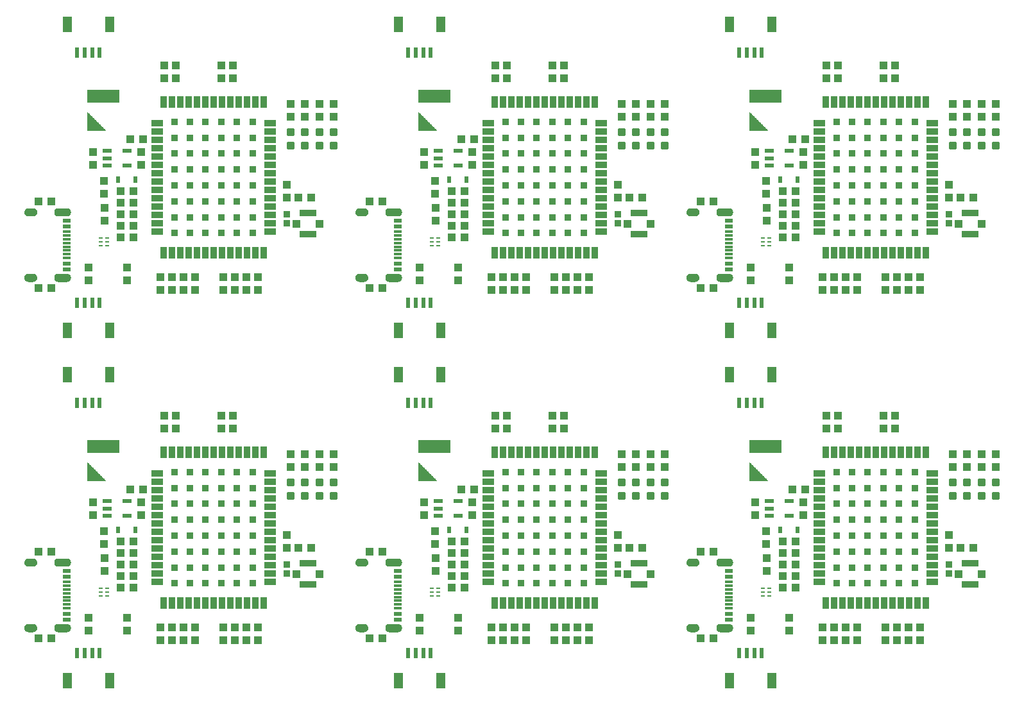
<source format=gtp>
G75*
%MOIN*%
%OFA0B0*%
%FSLAX25Y25*%
%IPPOS*%
%LPD*%
%AMOC8*
5,1,8,0,0,1.08239X$1,22.5*
%
%ADD10R,0.04724X0.07874*%
%ADD11R,0.02362X0.05315*%
%ADD12R,0.03937X0.04331*%
%ADD13C,0.01181*%
%ADD14R,0.02480X0.03268*%
%ADD15R,0.08661X0.03346*%
%ADD16R,0.04134X0.03937*%
%ADD17R,0.04331X0.03937*%
%ADD18R,0.04724X0.02165*%
%ADD19R,0.03543X0.03346*%
%ADD20R,0.05984X0.03346*%
%ADD21R,0.03346X0.05984*%
%ADD22R,0.03543X0.03543*%
%ADD23R,0.03937X0.01181*%
%ADD24R,0.03937X0.02362*%
%ADD25C,0.00039*%
%ADD26R,0.02402X0.00984*%
%ADD27R,0.02205X0.00984*%
%ADD28C,0.00197*%
%ADD29R,0.16535X0.06693*%
D10*
X0077318Y0044281D03*
X0099365Y0044281D03*
X0249318Y0044281D03*
X0271365Y0044281D03*
X0421318Y0044281D03*
X0443365Y0044281D03*
X0443365Y0203219D03*
X0421318Y0203219D03*
X0421318Y0226281D03*
X0443365Y0226281D03*
X0271365Y0226281D03*
X0249318Y0226281D03*
X0249318Y0203219D03*
X0271365Y0203219D03*
X0099365Y0203219D03*
X0077318Y0203219D03*
X0077318Y0226281D03*
X0099365Y0226281D03*
X0099365Y0385219D03*
X0077318Y0385219D03*
X0249318Y0385219D03*
X0271365Y0385219D03*
X0421318Y0385219D03*
X0443365Y0385219D03*
D11*
X0438247Y0370750D03*
X0434310Y0370750D03*
X0430373Y0370750D03*
X0426436Y0370750D03*
X0426436Y0240750D03*
X0430373Y0240750D03*
X0434310Y0240750D03*
X0438247Y0240750D03*
X0438247Y0188750D03*
X0434310Y0188750D03*
X0430373Y0188750D03*
X0426436Y0188750D03*
X0266247Y0188750D03*
X0262310Y0188750D03*
X0258373Y0188750D03*
X0254436Y0188750D03*
X0254436Y0240750D03*
X0258373Y0240750D03*
X0262310Y0240750D03*
X0266247Y0240750D03*
X0266247Y0370750D03*
X0262310Y0370750D03*
X0258373Y0370750D03*
X0254436Y0370750D03*
X0094247Y0370750D03*
X0090310Y0370750D03*
X0086373Y0370750D03*
X0082436Y0370750D03*
X0082436Y0240750D03*
X0086373Y0240750D03*
X0090310Y0240750D03*
X0094247Y0240750D03*
X0094247Y0188750D03*
X0090310Y0188750D03*
X0086373Y0188750D03*
X0082436Y0188750D03*
X0082436Y0058750D03*
X0086373Y0058750D03*
X0090310Y0058750D03*
X0094247Y0058750D03*
X0254436Y0058750D03*
X0258373Y0058750D03*
X0262310Y0058750D03*
X0266247Y0058750D03*
X0426436Y0058750D03*
X0430373Y0058750D03*
X0434310Y0058750D03*
X0438247Y0058750D03*
D12*
X0432342Y0070404D03*
X0432342Y0077096D03*
X0452342Y0077096D03*
X0452342Y0070404D03*
X0469842Y0072096D03*
X0475842Y0072096D03*
X0481842Y0072096D03*
X0487842Y0072096D03*
X0487842Y0065404D03*
X0481842Y0065404D03*
X0475842Y0065404D03*
X0469842Y0065404D03*
X0502342Y0065404D03*
X0508342Y0065404D03*
X0514342Y0065404D03*
X0520342Y0065404D03*
X0520342Y0072096D03*
X0514342Y0072096D03*
X0508342Y0072096D03*
X0502342Y0072096D03*
X0535342Y0113404D03*
X0535342Y0120096D03*
X0537342Y0155404D03*
X0537342Y0162096D03*
X0544842Y0162096D03*
X0544842Y0155404D03*
X0552342Y0155404D03*
X0552342Y0162096D03*
X0559842Y0162096D03*
X0559842Y0155404D03*
X0507342Y0175404D03*
X0501342Y0175404D03*
X0501342Y0182096D03*
X0507342Y0182096D03*
X0477842Y0182096D03*
X0471842Y0182096D03*
X0471842Y0175404D03*
X0477842Y0175404D03*
X0459842Y0137096D03*
X0459842Y0130404D03*
X0440342Y0122096D03*
X0434842Y0130404D03*
X0434842Y0137096D03*
X0440342Y0115404D03*
X0440842Y0108096D03*
X0440842Y0101404D03*
X0387842Y0155404D03*
X0387842Y0162096D03*
X0380342Y0162096D03*
X0380342Y0155404D03*
X0372842Y0155404D03*
X0372842Y0162096D03*
X0365342Y0162096D03*
X0365342Y0155404D03*
X0335342Y0175404D03*
X0329342Y0175404D03*
X0329342Y0182096D03*
X0335342Y0182096D03*
X0305842Y0182096D03*
X0299842Y0182096D03*
X0299842Y0175404D03*
X0305842Y0175404D03*
X0287842Y0137096D03*
X0287842Y0130404D03*
X0268342Y0122096D03*
X0262842Y0130404D03*
X0262842Y0137096D03*
X0268342Y0115404D03*
X0268842Y0108096D03*
X0268842Y0101404D03*
X0260342Y0077096D03*
X0260342Y0070404D03*
X0280342Y0070404D03*
X0280342Y0077096D03*
X0297842Y0072096D03*
X0303842Y0072096D03*
X0309842Y0072096D03*
X0315842Y0072096D03*
X0315842Y0065404D03*
X0309842Y0065404D03*
X0303842Y0065404D03*
X0297842Y0065404D03*
X0330342Y0065404D03*
X0336342Y0065404D03*
X0342342Y0065404D03*
X0348342Y0065404D03*
X0348342Y0072096D03*
X0342342Y0072096D03*
X0336342Y0072096D03*
X0330342Y0072096D03*
X0363342Y0113404D03*
X0363342Y0120096D03*
X0215842Y0155404D03*
X0215842Y0162096D03*
X0208342Y0162096D03*
X0208342Y0155404D03*
X0200842Y0155404D03*
X0200842Y0162096D03*
X0193342Y0162096D03*
X0193342Y0155404D03*
X0163342Y0175404D03*
X0157342Y0175404D03*
X0157342Y0182096D03*
X0163342Y0182096D03*
X0133842Y0182096D03*
X0127842Y0182096D03*
X0127842Y0175404D03*
X0133842Y0175404D03*
X0115842Y0137096D03*
X0115842Y0130404D03*
X0096342Y0122096D03*
X0090842Y0130404D03*
X0090842Y0137096D03*
X0096342Y0115404D03*
X0096842Y0108096D03*
X0096842Y0101404D03*
X0088342Y0077096D03*
X0088342Y0070404D03*
X0108342Y0070404D03*
X0108342Y0077096D03*
X0125842Y0072096D03*
X0131842Y0072096D03*
X0137842Y0072096D03*
X0143842Y0072096D03*
X0143842Y0065404D03*
X0137842Y0065404D03*
X0131842Y0065404D03*
X0125842Y0065404D03*
X0158342Y0065404D03*
X0164342Y0065404D03*
X0170342Y0065404D03*
X0176342Y0065404D03*
X0176342Y0072096D03*
X0170342Y0072096D03*
X0164342Y0072096D03*
X0158342Y0072096D03*
X0191342Y0113404D03*
X0191342Y0120096D03*
X0176342Y0247404D03*
X0170342Y0247404D03*
X0164342Y0247404D03*
X0158342Y0247404D03*
X0158342Y0254096D03*
X0164342Y0254096D03*
X0170342Y0254096D03*
X0176342Y0254096D03*
X0143842Y0254096D03*
X0137842Y0254096D03*
X0131842Y0254096D03*
X0125842Y0254096D03*
X0125842Y0247404D03*
X0131842Y0247404D03*
X0137842Y0247404D03*
X0143842Y0247404D03*
X0108342Y0252404D03*
X0108342Y0259096D03*
X0088342Y0259096D03*
X0088342Y0252404D03*
X0096842Y0283404D03*
X0096842Y0290096D03*
X0096342Y0297404D03*
X0096342Y0304096D03*
X0090842Y0312404D03*
X0090842Y0319096D03*
X0115842Y0319096D03*
X0115842Y0312404D03*
X0127842Y0357404D03*
X0133842Y0357404D03*
X0133842Y0364096D03*
X0127842Y0364096D03*
X0157342Y0364096D03*
X0163342Y0364096D03*
X0163342Y0357404D03*
X0157342Y0357404D03*
X0193342Y0344096D03*
X0200842Y0344096D03*
X0208342Y0344096D03*
X0215842Y0344096D03*
X0215842Y0337404D03*
X0208342Y0337404D03*
X0200842Y0337404D03*
X0193342Y0337404D03*
X0191342Y0302096D03*
X0191342Y0295404D03*
X0262842Y0312404D03*
X0262842Y0319096D03*
X0268342Y0304096D03*
X0268342Y0297404D03*
X0268842Y0290096D03*
X0268842Y0283404D03*
X0260342Y0259096D03*
X0260342Y0252404D03*
X0280342Y0252404D03*
X0280342Y0259096D03*
X0297842Y0254096D03*
X0303842Y0254096D03*
X0309842Y0254096D03*
X0315842Y0254096D03*
X0315842Y0247404D03*
X0309842Y0247404D03*
X0303842Y0247404D03*
X0297842Y0247404D03*
X0330342Y0247404D03*
X0336342Y0247404D03*
X0342342Y0247404D03*
X0348342Y0247404D03*
X0348342Y0254096D03*
X0342342Y0254096D03*
X0336342Y0254096D03*
X0330342Y0254096D03*
X0363342Y0295404D03*
X0363342Y0302096D03*
X0365342Y0337404D03*
X0365342Y0344096D03*
X0372842Y0344096D03*
X0380342Y0344096D03*
X0387842Y0344096D03*
X0387842Y0337404D03*
X0380342Y0337404D03*
X0372842Y0337404D03*
X0335342Y0357404D03*
X0329342Y0357404D03*
X0329342Y0364096D03*
X0335342Y0364096D03*
X0305842Y0364096D03*
X0299842Y0364096D03*
X0299842Y0357404D03*
X0305842Y0357404D03*
X0287842Y0319096D03*
X0287842Y0312404D03*
X0434842Y0312404D03*
X0434842Y0319096D03*
X0440342Y0304096D03*
X0440342Y0297404D03*
X0440842Y0290096D03*
X0440842Y0283404D03*
X0432342Y0259096D03*
X0432342Y0252404D03*
X0452342Y0252404D03*
X0452342Y0259096D03*
X0469842Y0254096D03*
X0475842Y0254096D03*
X0481842Y0254096D03*
X0487842Y0254096D03*
X0487842Y0247404D03*
X0481842Y0247404D03*
X0475842Y0247404D03*
X0469842Y0247404D03*
X0502342Y0247404D03*
X0508342Y0247404D03*
X0514342Y0247404D03*
X0520342Y0247404D03*
X0520342Y0254096D03*
X0514342Y0254096D03*
X0508342Y0254096D03*
X0502342Y0254096D03*
X0535342Y0295404D03*
X0535342Y0302096D03*
X0537342Y0337404D03*
X0544842Y0337404D03*
X0544842Y0344096D03*
X0537342Y0344096D03*
X0552342Y0344096D03*
X0559842Y0344096D03*
X0559842Y0337404D03*
X0552342Y0337404D03*
X0507342Y0357404D03*
X0501342Y0357404D03*
X0501342Y0364096D03*
X0507342Y0364096D03*
X0477842Y0364096D03*
X0471842Y0364096D03*
X0471842Y0357404D03*
X0477842Y0357404D03*
X0459842Y0319096D03*
X0459842Y0312404D03*
D13*
X0389220Y0323675D02*
X0386464Y0323675D01*
X0389220Y0323675D02*
X0389220Y0320919D01*
X0386464Y0320919D01*
X0386464Y0323675D01*
X0386464Y0322041D02*
X0389220Y0322041D01*
X0389220Y0323163D02*
X0386464Y0323163D01*
X0381720Y0323675D02*
X0378964Y0323675D01*
X0381720Y0323675D02*
X0381720Y0320919D01*
X0378964Y0320919D01*
X0378964Y0323675D01*
X0378964Y0322041D02*
X0381720Y0322041D01*
X0381720Y0323163D02*
X0378964Y0323163D01*
X0374220Y0323675D02*
X0371464Y0323675D01*
X0374220Y0323675D02*
X0374220Y0320919D01*
X0371464Y0320919D01*
X0371464Y0323675D01*
X0371464Y0322041D02*
X0374220Y0322041D01*
X0374220Y0323163D02*
X0371464Y0323163D01*
X0366720Y0323675D02*
X0363964Y0323675D01*
X0366720Y0323675D02*
X0366720Y0320919D01*
X0363964Y0320919D01*
X0363964Y0323675D01*
X0363964Y0322041D02*
X0366720Y0322041D01*
X0366720Y0323163D02*
X0363964Y0323163D01*
X0363964Y0330581D02*
X0366720Y0330581D01*
X0366720Y0327825D01*
X0363964Y0327825D01*
X0363964Y0330581D01*
X0363964Y0328947D02*
X0366720Y0328947D01*
X0366720Y0330069D02*
X0363964Y0330069D01*
X0371464Y0330581D02*
X0374220Y0330581D01*
X0374220Y0327825D01*
X0371464Y0327825D01*
X0371464Y0330581D01*
X0371464Y0328947D02*
X0374220Y0328947D01*
X0374220Y0330069D02*
X0371464Y0330069D01*
X0378964Y0330581D02*
X0381720Y0330581D01*
X0381720Y0327825D01*
X0378964Y0327825D01*
X0378964Y0330581D01*
X0378964Y0328947D02*
X0381720Y0328947D01*
X0381720Y0330069D02*
X0378964Y0330069D01*
X0386464Y0330581D02*
X0389220Y0330581D01*
X0389220Y0327825D01*
X0386464Y0327825D01*
X0386464Y0330581D01*
X0386464Y0328947D02*
X0389220Y0328947D01*
X0389220Y0330069D02*
X0386464Y0330069D01*
X0535964Y0330581D02*
X0538720Y0330581D01*
X0538720Y0327825D01*
X0535964Y0327825D01*
X0535964Y0330581D01*
X0535964Y0328947D02*
X0538720Y0328947D01*
X0538720Y0330069D02*
X0535964Y0330069D01*
X0543464Y0330581D02*
X0546220Y0330581D01*
X0546220Y0327825D01*
X0543464Y0327825D01*
X0543464Y0330581D01*
X0543464Y0328947D02*
X0546220Y0328947D01*
X0546220Y0330069D02*
X0543464Y0330069D01*
X0543464Y0323675D02*
X0546220Y0323675D01*
X0546220Y0320919D01*
X0543464Y0320919D01*
X0543464Y0323675D01*
X0543464Y0322041D02*
X0546220Y0322041D01*
X0546220Y0323163D02*
X0543464Y0323163D01*
X0538720Y0323675D02*
X0535964Y0323675D01*
X0538720Y0323675D02*
X0538720Y0320919D01*
X0535964Y0320919D01*
X0535964Y0323675D01*
X0535964Y0322041D02*
X0538720Y0322041D01*
X0538720Y0323163D02*
X0535964Y0323163D01*
X0550964Y0323675D02*
X0553720Y0323675D01*
X0553720Y0320919D01*
X0550964Y0320919D01*
X0550964Y0323675D01*
X0550964Y0322041D02*
X0553720Y0322041D01*
X0553720Y0323163D02*
X0550964Y0323163D01*
X0550964Y0330581D02*
X0553720Y0330581D01*
X0553720Y0327825D01*
X0550964Y0327825D01*
X0550964Y0330581D01*
X0550964Y0328947D02*
X0553720Y0328947D01*
X0553720Y0330069D02*
X0550964Y0330069D01*
X0558464Y0330581D02*
X0561220Y0330581D01*
X0561220Y0327825D01*
X0558464Y0327825D01*
X0558464Y0330581D01*
X0558464Y0328947D02*
X0561220Y0328947D01*
X0561220Y0330069D02*
X0558464Y0330069D01*
X0558464Y0323675D02*
X0561220Y0323675D01*
X0561220Y0320919D01*
X0558464Y0320919D01*
X0558464Y0323675D01*
X0558464Y0322041D02*
X0561220Y0322041D01*
X0561220Y0323163D02*
X0558464Y0323163D01*
X0558464Y0148581D02*
X0561220Y0148581D01*
X0561220Y0145825D01*
X0558464Y0145825D01*
X0558464Y0148581D01*
X0558464Y0146947D02*
X0561220Y0146947D01*
X0561220Y0148069D02*
X0558464Y0148069D01*
X0553720Y0148581D02*
X0550964Y0148581D01*
X0553720Y0148581D02*
X0553720Y0145825D01*
X0550964Y0145825D01*
X0550964Y0148581D01*
X0550964Y0146947D02*
X0553720Y0146947D01*
X0553720Y0148069D02*
X0550964Y0148069D01*
X0546220Y0148581D02*
X0543464Y0148581D01*
X0546220Y0148581D02*
X0546220Y0145825D01*
X0543464Y0145825D01*
X0543464Y0148581D01*
X0543464Y0146947D02*
X0546220Y0146947D01*
X0546220Y0148069D02*
X0543464Y0148069D01*
X0538720Y0148581D02*
X0535964Y0148581D01*
X0538720Y0148581D02*
X0538720Y0145825D01*
X0535964Y0145825D01*
X0535964Y0148581D01*
X0535964Y0146947D02*
X0538720Y0146947D01*
X0538720Y0148069D02*
X0535964Y0148069D01*
X0535964Y0141675D02*
X0538720Y0141675D01*
X0538720Y0138919D01*
X0535964Y0138919D01*
X0535964Y0141675D01*
X0535964Y0140041D02*
X0538720Y0140041D01*
X0538720Y0141163D02*
X0535964Y0141163D01*
X0543464Y0141675D02*
X0546220Y0141675D01*
X0546220Y0138919D01*
X0543464Y0138919D01*
X0543464Y0141675D01*
X0543464Y0140041D02*
X0546220Y0140041D01*
X0546220Y0141163D02*
X0543464Y0141163D01*
X0550964Y0141675D02*
X0553720Y0141675D01*
X0553720Y0138919D01*
X0550964Y0138919D01*
X0550964Y0141675D01*
X0550964Y0140041D02*
X0553720Y0140041D01*
X0553720Y0141163D02*
X0550964Y0141163D01*
X0558464Y0141675D02*
X0561220Y0141675D01*
X0561220Y0138919D01*
X0558464Y0138919D01*
X0558464Y0141675D01*
X0558464Y0140041D02*
X0561220Y0140041D01*
X0561220Y0141163D02*
X0558464Y0141163D01*
X0389220Y0141675D02*
X0386464Y0141675D01*
X0389220Y0141675D02*
X0389220Y0138919D01*
X0386464Y0138919D01*
X0386464Y0141675D01*
X0386464Y0140041D02*
X0389220Y0140041D01*
X0389220Y0141163D02*
X0386464Y0141163D01*
X0381720Y0141675D02*
X0378964Y0141675D01*
X0381720Y0141675D02*
X0381720Y0138919D01*
X0378964Y0138919D01*
X0378964Y0141675D01*
X0378964Y0140041D02*
X0381720Y0140041D01*
X0381720Y0141163D02*
X0378964Y0141163D01*
X0374220Y0141675D02*
X0371464Y0141675D01*
X0374220Y0141675D02*
X0374220Y0138919D01*
X0371464Y0138919D01*
X0371464Y0141675D01*
X0371464Y0140041D02*
X0374220Y0140041D01*
X0374220Y0141163D02*
X0371464Y0141163D01*
X0366720Y0141675D02*
X0363964Y0141675D01*
X0366720Y0141675D02*
X0366720Y0138919D01*
X0363964Y0138919D01*
X0363964Y0141675D01*
X0363964Y0140041D02*
X0366720Y0140041D01*
X0366720Y0141163D02*
X0363964Y0141163D01*
X0363964Y0148581D02*
X0366720Y0148581D01*
X0366720Y0145825D01*
X0363964Y0145825D01*
X0363964Y0148581D01*
X0363964Y0146947D02*
X0366720Y0146947D01*
X0366720Y0148069D02*
X0363964Y0148069D01*
X0371464Y0148581D02*
X0374220Y0148581D01*
X0374220Y0145825D01*
X0371464Y0145825D01*
X0371464Y0148581D01*
X0371464Y0146947D02*
X0374220Y0146947D01*
X0374220Y0148069D02*
X0371464Y0148069D01*
X0378964Y0148581D02*
X0381720Y0148581D01*
X0381720Y0145825D01*
X0378964Y0145825D01*
X0378964Y0148581D01*
X0378964Y0146947D02*
X0381720Y0146947D01*
X0381720Y0148069D02*
X0378964Y0148069D01*
X0386464Y0148581D02*
X0389220Y0148581D01*
X0389220Y0145825D01*
X0386464Y0145825D01*
X0386464Y0148581D01*
X0386464Y0146947D02*
X0389220Y0146947D01*
X0389220Y0148069D02*
X0386464Y0148069D01*
X0217220Y0148581D02*
X0214464Y0148581D01*
X0217220Y0148581D02*
X0217220Y0145825D01*
X0214464Y0145825D01*
X0214464Y0148581D01*
X0214464Y0146947D02*
X0217220Y0146947D01*
X0217220Y0148069D02*
X0214464Y0148069D01*
X0209720Y0148581D02*
X0206964Y0148581D01*
X0209720Y0148581D02*
X0209720Y0145825D01*
X0206964Y0145825D01*
X0206964Y0148581D01*
X0206964Y0146947D02*
X0209720Y0146947D01*
X0209720Y0148069D02*
X0206964Y0148069D01*
X0202220Y0148581D02*
X0199464Y0148581D01*
X0202220Y0148581D02*
X0202220Y0145825D01*
X0199464Y0145825D01*
X0199464Y0148581D01*
X0199464Y0146947D02*
X0202220Y0146947D01*
X0202220Y0148069D02*
X0199464Y0148069D01*
X0194720Y0148581D02*
X0191964Y0148581D01*
X0194720Y0148581D02*
X0194720Y0145825D01*
X0191964Y0145825D01*
X0191964Y0148581D01*
X0191964Y0146947D02*
X0194720Y0146947D01*
X0194720Y0148069D02*
X0191964Y0148069D01*
X0191964Y0141675D02*
X0194720Y0141675D01*
X0194720Y0138919D01*
X0191964Y0138919D01*
X0191964Y0141675D01*
X0191964Y0140041D02*
X0194720Y0140041D01*
X0194720Y0141163D02*
X0191964Y0141163D01*
X0199464Y0141675D02*
X0202220Y0141675D01*
X0202220Y0138919D01*
X0199464Y0138919D01*
X0199464Y0141675D01*
X0199464Y0140041D02*
X0202220Y0140041D01*
X0202220Y0141163D02*
X0199464Y0141163D01*
X0206964Y0141675D02*
X0209720Y0141675D01*
X0209720Y0138919D01*
X0206964Y0138919D01*
X0206964Y0141675D01*
X0206964Y0140041D02*
X0209720Y0140041D01*
X0209720Y0141163D02*
X0206964Y0141163D01*
X0214464Y0141675D02*
X0217220Y0141675D01*
X0217220Y0138919D01*
X0214464Y0138919D01*
X0214464Y0141675D01*
X0214464Y0140041D02*
X0217220Y0140041D01*
X0217220Y0141163D02*
X0214464Y0141163D01*
X0214464Y0323675D02*
X0217220Y0323675D01*
X0217220Y0320919D01*
X0214464Y0320919D01*
X0214464Y0323675D01*
X0214464Y0322041D02*
X0217220Y0322041D01*
X0217220Y0323163D02*
X0214464Y0323163D01*
X0209720Y0323675D02*
X0206964Y0323675D01*
X0209720Y0323675D02*
X0209720Y0320919D01*
X0206964Y0320919D01*
X0206964Y0323675D01*
X0206964Y0322041D02*
X0209720Y0322041D01*
X0209720Y0323163D02*
X0206964Y0323163D01*
X0202220Y0323675D02*
X0199464Y0323675D01*
X0202220Y0323675D02*
X0202220Y0320919D01*
X0199464Y0320919D01*
X0199464Y0323675D01*
X0199464Y0322041D02*
X0202220Y0322041D01*
X0202220Y0323163D02*
X0199464Y0323163D01*
X0194720Y0323675D02*
X0191964Y0323675D01*
X0194720Y0323675D02*
X0194720Y0320919D01*
X0191964Y0320919D01*
X0191964Y0323675D01*
X0191964Y0322041D02*
X0194720Y0322041D01*
X0194720Y0323163D02*
X0191964Y0323163D01*
X0191964Y0330581D02*
X0194720Y0330581D01*
X0194720Y0327825D01*
X0191964Y0327825D01*
X0191964Y0330581D01*
X0191964Y0328947D02*
X0194720Y0328947D01*
X0194720Y0330069D02*
X0191964Y0330069D01*
X0199464Y0330581D02*
X0202220Y0330581D01*
X0202220Y0327825D01*
X0199464Y0327825D01*
X0199464Y0330581D01*
X0199464Y0328947D02*
X0202220Y0328947D01*
X0202220Y0330069D02*
X0199464Y0330069D01*
X0206964Y0330581D02*
X0209720Y0330581D01*
X0209720Y0327825D01*
X0206964Y0327825D01*
X0206964Y0330581D01*
X0206964Y0328947D02*
X0209720Y0328947D01*
X0209720Y0330069D02*
X0206964Y0330069D01*
X0214464Y0330581D02*
X0217220Y0330581D01*
X0217220Y0327825D01*
X0214464Y0327825D01*
X0214464Y0330581D01*
X0214464Y0328947D02*
X0217220Y0328947D01*
X0217220Y0330069D02*
X0214464Y0330069D01*
D14*
X0275814Y0304750D03*
X0284869Y0304750D03*
X0447814Y0304750D03*
X0456869Y0304750D03*
X0456869Y0122750D03*
X0447814Y0122750D03*
X0284869Y0122750D03*
X0275814Y0122750D03*
X0112869Y0122750D03*
X0103814Y0122750D03*
X0103814Y0304750D03*
X0112869Y0304750D03*
D15*
X0202342Y0287163D03*
X0202342Y0276337D03*
X0374342Y0276337D03*
X0374342Y0287163D03*
X0546342Y0287163D03*
X0546342Y0276337D03*
X0546342Y0105163D03*
X0546342Y0094337D03*
X0374342Y0094337D03*
X0374342Y0105163D03*
X0202342Y0105163D03*
X0202342Y0094337D03*
D16*
X0208346Y0099750D03*
X0196338Y0099750D03*
X0368338Y0099750D03*
X0380346Y0099750D03*
X0540338Y0099750D03*
X0552346Y0099750D03*
X0552346Y0281750D03*
X0540338Y0281750D03*
X0380346Y0281750D03*
X0368338Y0281750D03*
X0208346Y0281750D03*
X0196338Y0281750D03*
D17*
X0197495Y0295250D03*
X0204188Y0295250D03*
X0234495Y0293250D03*
X0241188Y0293250D03*
X0276995Y0292750D03*
X0276995Y0286750D03*
X0283688Y0286750D03*
X0283688Y0292750D03*
X0283688Y0298750D03*
X0276995Y0298750D03*
X0276995Y0280750D03*
X0276995Y0274750D03*
X0283688Y0274750D03*
X0283688Y0280750D03*
X0241188Y0248250D03*
X0234495Y0248250D03*
X0281995Y0325750D03*
X0288688Y0325750D03*
X0369495Y0295250D03*
X0376188Y0295250D03*
X0406495Y0293250D03*
X0413188Y0293250D03*
X0448995Y0292750D03*
X0448995Y0286750D03*
X0455688Y0286750D03*
X0455688Y0292750D03*
X0455688Y0298750D03*
X0448995Y0298750D03*
X0448995Y0280750D03*
X0448995Y0274750D03*
X0455688Y0274750D03*
X0455688Y0280750D03*
X0413188Y0248250D03*
X0406495Y0248250D03*
X0453995Y0325750D03*
X0460688Y0325750D03*
X0541495Y0295250D03*
X0548188Y0295250D03*
X0460688Y0143750D03*
X0453995Y0143750D03*
X0455688Y0116750D03*
X0455688Y0110750D03*
X0455688Y0104750D03*
X0455688Y0098750D03*
X0448995Y0098750D03*
X0448995Y0104750D03*
X0448995Y0110750D03*
X0448995Y0116750D03*
X0448995Y0092750D03*
X0455688Y0092750D03*
X0413188Y0111250D03*
X0406495Y0111250D03*
X0376188Y0113250D03*
X0369495Y0113250D03*
X0406495Y0066250D03*
X0413188Y0066250D03*
X0288688Y0143750D03*
X0281995Y0143750D03*
X0283688Y0116750D03*
X0283688Y0110750D03*
X0283688Y0104750D03*
X0283688Y0098750D03*
X0276995Y0098750D03*
X0276995Y0104750D03*
X0276995Y0110750D03*
X0276995Y0116750D03*
X0276995Y0092750D03*
X0283688Y0092750D03*
X0241188Y0111250D03*
X0234495Y0111250D03*
X0204188Y0113250D03*
X0197495Y0113250D03*
X0234495Y0066250D03*
X0241188Y0066250D03*
X0116688Y0143750D03*
X0109995Y0143750D03*
X0111688Y0116750D03*
X0111688Y0110750D03*
X0111688Y0104750D03*
X0111688Y0098750D03*
X0104995Y0098750D03*
X0104995Y0104750D03*
X0104995Y0110750D03*
X0104995Y0116750D03*
X0104995Y0092750D03*
X0111688Y0092750D03*
X0069188Y0111250D03*
X0062495Y0111250D03*
X0062495Y0066250D03*
X0069188Y0066250D03*
X0069188Y0248250D03*
X0062495Y0248250D03*
X0104995Y0274750D03*
X0104995Y0280750D03*
X0111688Y0280750D03*
X0111688Y0274750D03*
X0111688Y0286750D03*
X0111688Y0292750D03*
X0111688Y0298750D03*
X0104995Y0298750D03*
X0104995Y0292750D03*
X0104995Y0286750D03*
X0069188Y0293250D03*
X0062495Y0293250D03*
X0109995Y0325750D03*
X0116688Y0325750D03*
X0541495Y0113250D03*
X0548188Y0113250D03*
D18*
X0452460Y0130010D03*
X0452460Y0137490D03*
X0442223Y0137490D03*
X0442223Y0133750D03*
X0442223Y0130010D03*
X0280460Y0130010D03*
X0270223Y0130010D03*
X0270223Y0133750D03*
X0270223Y0137490D03*
X0280460Y0137490D03*
X0108460Y0137490D03*
X0108460Y0130010D03*
X0098223Y0130010D03*
X0098223Y0133750D03*
X0098223Y0137490D03*
X0098223Y0312010D03*
X0098223Y0315750D03*
X0098223Y0319490D03*
X0108460Y0319490D03*
X0108460Y0312010D03*
X0270223Y0312010D03*
X0270223Y0315750D03*
X0270223Y0319490D03*
X0280460Y0319490D03*
X0280460Y0312010D03*
X0442223Y0312010D03*
X0442223Y0315750D03*
X0442223Y0319490D03*
X0452460Y0319490D03*
X0452460Y0312010D03*
D19*
X0535342Y0286533D03*
X0535342Y0281967D03*
X0363342Y0281967D03*
X0363342Y0286533D03*
X0191342Y0286533D03*
X0191342Y0281967D03*
X0191342Y0104533D03*
X0191342Y0099967D03*
X0363342Y0099967D03*
X0363342Y0104533D03*
X0535342Y0104533D03*
X0535342Y0099967D03*
D20*
X0526673Y0099931D03*
X0526673Y0095600D03*
X0526673Y0104262D03*
X0526673Y0108593D03*
X0526673Y0112923D03*
X0526673Y0117254D03*
X0526673Y0121585D03*
X0526673Y0125915D03*
X0526673Y0130246D03*
X0526673Y0134577D03*
X0526673Y0138907D03*
X0526673Y0143238D03*
X0526673Y0147569D03*
X0526673Y0151900D03*
X0468011Y0151900D03*
X0468011Y0147569D03*
X0468011Y0143238D03*
X0468011Y0138907D03*
X0468011Y0134577D03*
X0468011Y0130246D03*
X0468011Y0125915D03*
X0468011Y0121585D03*
X0468011Y0117254D03*
X0468011Y0112923D03*
X0468011Y0108593D03*
X0468011Y0104262D03*
X0468011Y0099931D03*
X0468011Y0095600D03*
X0354673Y0095600D03*
X0354673Y0099931D03*
X0354673Y0104262D03*
X0354673Y0108593D03*
X0354673Y0112923D03*
X0354673Y0117254D03*
X0354673Y0121585D03*
X0354673Y0125915D03*
X0354673Y0130246D03*
X0354673Y0134577D03*
X0354673Y0138907D03*
X0354673Y0143238D03*
X0354673Y0147569D03*
X0354673Y0151900D03*
X0296011Y0151900D03*
X0296011Y0147569D03*
X0296011Y0143238D03*
X0296011Y0138907D03*
X0296011Y0134577D03*
X0296011Y0130246D03*
X0296011Y0125915D03*
X0296011Y0121585D03*
X0296011Y0117254D03*
X0296011Y0112923D03*
X0296011Y0108593D03*
X0296011Y0104262D03*
X0296011Y0099931D03*
X0296011Y0095600D03*
X0182673Y0095600D03*
X0182673Y0099931D03*
X0182673Y0104262D03*
X0182673Y0108593D03*
X0182673Y0112923D03*
X0182673Y0117254D03*
X0182673Y0121585D03*
X0182673Y0125915D03*
X0182673Y0130246D03*
X0182673Y0134577D03*
X0182673Y0138907D03*
X0182673Y0143238D03*
X0182673Y0147569D03*
X0182673Y0151900D03*
X0124011Y0151900D03*
X0124011Y0147569D03*
X0124011Y0143238D03*
X0124011Y0138907D03*
X0124011Y0134577D03*
X0124011Y0130246D03*
X0124011Y0125915D03*
X0124011Y0121585D03*
X0124011Y0117254D03*
X0124011Y0112923D03*
X0124011Y0108593D03*
X0124011Y0104262D03*
X0124011Y0099931D03*
X0124011Y0095600D03*
X0124011Y0277600D03*
X0124011Y0281931D03*
X0124011Y0286262D03*
X0124011Y0290593D03*
X0124011Y0294923D03*
X0124011Y0299254D03*
X0124011Y0303585D03*
X0124011Y0307915D03*
X0124011Y0312246D03*
X0124011Y0316577D03*
X0124011Y0320907D03*
X0124011Y0325238D03*
X0124011Y0329569D03*
X0124011Y0333900D03*
X0182673Y0333900D03*
X0182673Y0329569D03*
X0182673Y0325238D03*
X0182673Y0320907D03*
X0182673Y0316577D03*
X0182673Y0312246D03*
X0182673Y0307915D03*
X0182673Y0303585D03*
X0182673Y0299254D03*
X0182673Y0294923D03*
X0182673Y0290593D03*
X0182673Y0286262D03*
X0182673Y0281931D03*
X0182673Y0277600D03*
X0296011Y0277600D03*
X0296011Y0281931D03*
X0296011Y0286262D03*
X0296011Y0290593D03*
X0296011Y0294923D03*
X0296011Y0299254D03*
X0296011Y0303585D03*
X0296011Y0307915D03*
X0296011Y0312246D03*
X0296011Y0316577D03*
X0296011Y0320907D03*
X0296011Y0325238D03*
X0296011Y0329569D03*
X0296011Y0333900D03*
X0354673Y0333900D03*
X0354673Y0329569D03*
X0354673Y0325238D03*
X0354673Y0320907D03*
X0354673Y0316577D03*
X0354673Y0312246D03*
X0354673Y0307915D03*
X0354673Y0303585D03*
X0354673Y0299254D03*
X0354673Y0294923D03*
X0354673Y0290593D03*
X0354673Y0286262D03*
X0354673Y0281931D03*
X0354673Y0277600D03*
X0468011Y0277600D03*
X0468011Y0281931D03*
X0468011Y0286262D03*
X0468011Y0290593D03*
X0468011Y0294923D03*
X0468011Y0299254D03*
X0468011Y0303585D03*
X0468011Y0307915D03*
X0468011Y0312246D03*
X0468011Y0316577D03*
X0468011Y0320907D03*
X0468011Y0325238D03*
X0468011Y0329569D03*
X0468011Y0333900D03*
X0526673Y0333900D03*
X0526673Y0329569D03*
X0526673Y0325238D03*
X0526673Y0320907D03*
X0526673Y0316577D03*
X0526673Y0312246D03*
X0526673Y0307915D03*
X0526673Y0303585D03*
X0526673Y0299254D03*
X0526673Y0294923D03*
X0526673Y0290593D03*
X0526673Y0286262D03*
X0526673Y0281931D03*
X0526673Y0277600D03*
D21*
X0523326Y0266577D03*
X0518995Y0266577D03*
X0514665Y0266577D03*
X0510334Y0266577D03*
X0506003Y0266577D03*
X0501673Y0266577D03*
X0497342Y0266577D03*
X0493011Y0266577D03*
X0488680Y0266577D03*
X0484350Y0266577D03*
X0480019Y0266577D03*
X0475688Y0266577D03*
X0471358Y0266577D03*
X0471358Y0344923D03*
X0475688Y0344923D03*
X0480019Y0344923D03*
X0484350Y0344923D03*
X0488680Y0344923D03*
X0493011Y0344923D03*
X0497342Y0344923D03*
X0501673Y0344923D03*
X0506003Y0344923D03*
X0510334Y0344923D03*
X0514665Y0344923D03*
X0518995Y0344923D03*
X0523326Y0344923D03*
X0351326Y0344923D03*
X0346995Y0344923D03*
X0342665Y0344923D03*
X0338334Y0344923D03*
X0334003Y0344923D03*
X0329673Y0344923D03*
X0325342Y0344923D03*
X0321011Y0344923D03*
X0316680Y0344923D03*
X0312350Y0344923D03*
X0308019Y0344923D03*
X0303688Y0344923D03*
X0299358Y0344923D03*
X0299358Y0266577D03*
X0303688Y0266577D03*
X0308019Y0266577D03*
X0312350Y0266577D03*
X0316680Y0266577D03*
X0321011Y0266577D03*
X0325342Y0266577D03*
X0329673Y0266577D03*
X0334003Y0266577D03*
X0338334Y0266577D03*
X0342665Y0266577D03*
X0346995Y0266577D03*
X0351326Y0266577D03*
X0351326Y0162923D03*
X0346995Y0162923D03*
X0342665Y0162923D03*
X0338334Y0162923D03*
X0334003Y0162923D03*
X0329673Y0162923D03*
X0325342Y0162923D03*
X0321011Y0162923D03*
X0316680Y0162923D03*
X0312350Y0162923D03*
X0308019Y0162923D03*
X0303688Y0162923D03*
X0299358Y0162923D03*
X0299358Y0084577D03*
X0303688Y0084577D03*
X0308019Y0084577D03*
X0312350Y0084577D03*
X0316680Y0084577D03*
X0321011Y0084577D03*
X0325342Y0084577D03*
X0329673Y0084577D03*
X0334003Y0084577D03*
X0338334Y0084577D03*
X0342665Y0084577D03*
X0346995Y0084577D03*
X0351326Y0084577D03*
X0471358Y0084577D03*
X0475688Y0084577D03*
X0480019Y0084577D03*
X0484350Y0084577D03*
X0488680Y0084577D03*
X0493011Y0084577D03*
X0497342Y0084577D03*
X0501673Y0084577D03*
X0506003Y0084577D03*
X0510334Y0084577D03*
X0514665Y0084577D03*
X0518995Y0084577D03*
X0523326Y0084577D03*
X0523326Y0162923D03*
X0518995Y0162923D03*
X0514665Y0162923D03*
X0510334Y0162923D03*
X0506003Y0162923D03*
X0501673Y0162923D03*
X0497342Y0162923D03*
X0493011Y0162923D03*
X0488680Y0162923D03*
X0484350Y0162923D03*
X0480019Y0162923D03*
X0475688Y0162923D03*
X0471358Y0162923D03*
X0179326Y0162923D03*
X0174995Y0162923D03*
X0170665Y0162923D03*
X0166334Y0162923D03*
X0162003Y0162923D03*
X0157673Y0162923D03*
X0153342Y0162923D03*
X0149011Y0162923D03*
X0144680Y0162923D03*
X0140350Y0162923D03*
X0136019Y0162923D03*
X0131688Y0162923D03*
X0127358Y0162923D03*
X0127358Y0084577D03*
X0131688Y0084577D03*
X0136019Y0084577D03*
X0140350Y0084577D03*
X0144680Y0084577D03*
X0149011Y0084577D03*
X0153342Y0084577D03*
X0157673Y0084577D03*
X0162003Y0084577D03*
X0166334Y0084577D03*
X0170665Y0084577D03*
X0174995Y0084577D03*
X0179326Y0084577D03*
X0179326Y0266577D03*
X0174995Y0266577D03*
X0170665Y0266577D03*
X0166334Y0266577D03*
X0162003Y0266577D03*
X0157673Y0266577D03*
X0153342Y0266577D03*
X0149011Y0266577D03*
X0144680Y0266577D03*
X0140350Y0266577D03*
X0136019Y0266577D03*
X0131688Y0266577D03*
X0127358Y0266577D03*
X0127358Y0344923D03*
X0131688Y0344923D03*
X0136019Y0344923D03*
X0140350Y0344923D03*
X0144680Y0344923D03*
X0149011Y0344923D03*
X0153342Y0344923D03*
X0157673Y0344923D03*
X0162003Y0344923D03*
X0166334Y0344923D03*
X0170665Y0344923D03*
X0174995Y0344923D03*
X0179326Y0344923D03*
D22*
X0173617Y0334687D03*
X0165547Y0334687D03*
X0157476Y0334687D03*
X0157476Y0326419D03*
X0165547Y0326419D03*
X0173617Y0326419D03*
X0173617Y0318152D03*
X0165547Y0318152D03*
X0157476Y0318152D03*
X0157476Y0309884D03*
X0165547Y0309884D03*
X0173617Y0309884D03*
X0173617Y0301616D03*
X0165547Y0301616D03*
X0157476Y0301616D03*
X0157476Y0293348D03*
X0165547Y0293348D03*
X0173617Y0293348D03*
X0173617Y0285081D03*
X0165547Y0285081D03*
X0157476Y0285081D03*
X0157476Y0276813D03*
X0165547Y0276813D03*
X0173617Y0276813D03*
X0149208Y0276813D03*
X0141137Y0276813D03*
X0133066Y0276813D03*
X0133066Y0285081D03*
X0141137Y0285081D03*
X0149208Y0285081D03*
X0149208Y0293348D03*
X0141137Y0293348D03*
X0133066Y0293348D03*
X0133066Y0301616D03*
X0141137Y0301616D03*
X0149208Y0301616D03*
X0149208Y0309884D03*
X0141137Y0309884D03*
X0133066Y0309884D03*
X0133066Y0318152D03*
X0141137Y0318152D03*
X0149208Y0318152D03*
X0149208Y0326419D03*
X0141137Y0326419D03*
X0133066Y0326419D03*
X0133066Y0334687D03*
X0141137Y0334687D03*
X0149208Y0334687D03*
X0305066Y0334687D03*
X0313137Y0334687D03*
X0321208Y0334687D03*
X0329476Y0334687D03*
X0337547Y0334687D03*
X0345617Y0334687D03*
X0345617Y0326419D03*
X0337547Y0326419D03*
X0329476Y0326419D03*
X0321208Y0326419D03*
X0313137Y0326419D03*
X0305066Y0326419D03*
X0305066Y0318152D03*
X0305066Y0309884D03*
X0313137Y0309884D03*
X0321208Y0309884D03*
X0321208Y0318152D03*
X0313137Y0318152D03*
X0329476Y0318152D03*
X0329476Y0309884D03*
X0337547Y0309884D03*
X0345617Y0309884D03*
X0345617Y0318152D03*
X0337547Y0318152D03*
X0337547Y0301616D03*
X0345617Y0301616D03*
X0345617Y0293348D03*
X0337547Y0293348D03*
X0329476Y0293348D03*
X0321208Y0293348D03*
X0313137Y0293348D03*
X0305066Y0293348D03*
X0305066Y0285081D03*
X0313137Y0285081D03*
X0321208Y0285081D03*
X0329476Y0285081D03*
X0337547Y0285081D03*
X0345617Y0285081D03*
X0345617Y0276813D03*
X0337547Y0276813D03*
X0329476Y0276813D03*
X0321208Y0276813D03*
X0313137Y0276813D03*
X0305066Y0276813D03*
X0305066Y0301616D03*
X0313137Y0301616D03*
X0321208Y0301616D03*
X0329476Y0301616D03*
X0477066Y0301616D03*
X0485137Y0301616D03*
X0493208Y0301616D03*
X0501476Y0301616D03*
X0509547Y0301616D03*
X0517617Y0301616D03*
X0517617Y0293348D03*
X0509547Y0293348D03*
X0501476Y0293348D03*
X0493208Y0293348D03*
X0485137Y0293348D03*
X0477066Y0293348D03*
X0477066Y0285081D03*
X0485137Y0285081D03*
X0493208Y0285081D03*
X0501476Y0285081D03*
X0509547Y0285081D03*
X0517617Y0285081D03*
X0517617Y0276813D03*
X0509547Y0276813D03*
X0501476Y0276813D03*
X0493208Y0276813D03*
X0485137Y0276813D03*
X0477066Y0276813D03*
X0477066Y0309884D03*
X0485137Y0309884D03*
X0485137Y0318152D03*
X0477066Y0318152D03*
X0477066Y0326419D03*
X0485137Y0326419D03*
X0493208Y0326419D03*
X0501476Y0326419D03*
X0509547Y0326419D03*
X0517617Y0326419D03*
X0517617Y0318152D03*
X0517617Y0309884D03*
X0509547Y0309884D03*
X0501476Y0309884D03*
X0501476Y0318152D03*
X0509547Y0318152D03*
X0493208Y0318152D03*
X0493208Y0309884D03*
X0493208Y0334687D03*
X0501476Y0334687D03*
X0509547Y0334687D03*
X0517617Y0334687D03*
X0485137Y0334687D03*
X0477066Y0334687D03*
X0477066Y0152687D03*
X0485137Y0152687D03*
X0493208Y0152687D03*
X0501476Y0152687D03*
X0509547Y0152687D03*
X0517617Y0152687D03*
X0517617Y0144419D03*
X0517617Y0136152D03*
X0509547Y0136152D03*
X0501476Y0136152D03*
X0501476Y0144419D03*
X0509547Y0144419D03*
X0493208Y0144419D03*
X0493208Y0136152D03*
X0485137Y0136152D03*
X0477066Y0136152D03*
X0477066Y0144419D03*
X0485137Y0144419D03*
X0485137Y0127884D03*
X0477066Y0127884D03*
X0477066Y0119616D03*
X0485137Y0119616D03*
X0493208Y0119616D03*
X0501476Y0119616D03*
X0509547Y0119616D03*
X0517617Y0119616D03*
X0517617Y0111348D03*
X0509547Y0111348D03*
X0501476Y0111348D03*
X0493208Y0111348D03*
X0485137Y0111348D03*
X0477066Y0111348D03*
X0477066Y0103081D03*
X0485137Y0103081D03*
X0485137Y0094813D03*
X0477066Y0094813D03*
X0493208Y0094813D03*
X0501476Y0094813D03*
X0509547Y0094813D03*
X0509547Y0103081D03*
X0501476Y0103081D03*
X0493208Y0103081D03*
X0517617Y0103081D03*
X0517617Y0094813D03*
X0517617Y0127884D03*
X0509547Y0127884D03*
X0501476Y0127884D03*
X0493208Y0127884D03*
X0345617Y0127884D03*
X0337547Y0127884D03*
X0329476Y0127884D03*
X0321208Y0127884D03*
X0313137Y0127884D03*
X0305066Y0127884D03*
X0305066Y0136152D03*
X0305066Y0144419D03*
X0313137Y0144419D03*
X0321208Y0144419D03*
X0321208Y0136152D03*
X0313137Y0136152D03*
X0329476Y0136152D03*
X0329476Y0144419D03*
X0337547Y0144419D03*
X0345617Y0144419D03*
X0345617Y0136152D03*
X0337547Y0136152D03*
X0337547Y0152687D03*
X0345617Y0152687D03*
X0329476Y0152687D03*
X0321208Y0152687D03*
X0313137Y0152687D03*
X0305066Y0152687D03*
X0305066Y0119616D03*
X0313137Y0119616D03*
X0321208Y0119616D03*
X0329476Y0119616D03*
X0337547Y0119616D03*
X0345617Y0119616D03*
X0345617Y0111348D03*
X0337547Y0111348D03*
X0329476Y0111348D03*
X0321208Y0111348D03*
X0313137Y0111348D03*
X0305066Y0111348D03*
X0305066Y0103081D03*
X0305066Y0094813D03*
X0313137Y0094813D03*
X0321208Y0094813D03*
X0329476Y0094813D03*
X0329476Y0103081D03*
X0321208Y0103081D03*
X0313137Y0103081D03*
X0337547Y0103081D03*
X0345617Y0103081D03*
X0345617Y0094813D03*
X0337547Y0094813D03*
X0173617Y0094813D03*
X0165547Y0094813D03*
X0157476Y0094813D03*
X0157476Y0103081D03*
X0165547Y0103081D03*
X0173617Y0103081D03*
X0173617Y0111348D03*
X0165547Y0111348D03*
X0157476Y0111348D03*
X0149208Y0111348D03*
X0141137Y0111348D03*
X0133066Y0111348D03*
X0133066Y0103081D03*
X0141137Y0103081D03*
X0149208Y0103081D03*
X0149208Y0094813D03*
X0141137Y0094813D03*
X0133066Y0094813D03*
X0133066Y0119616D03*
X0141137Y0119616D03*
X0149208Y0119616D03*
X0157476Y0119616D03*
X0165547Y0119616D03*
X0173617Y0119616D03*
X0173617Y0127884D03*
X0165547Y0127884D03*
X0157476Y0127884D03*
X0157476Y0136152D03*
X0165547Y0136152D03*
X0173617Y0136152D03*
X0173617Y0144419D03*
X0165547Y0144419D03*
X0157476Y0144419D03*
X0157476Y0152687D03*
X0165547Y0152687D03*
X0173617Y0152687D03*
X0149208Y0152687D03*
X0141137Y0152687D03*
X0133066Y0152687D03*
X0133066Y0144419D03*
X0141137Y0144419D03*
X0149208Y0144419D03*
X0149208Y0136152D03*
X0141137Y0136152D03*
X0133066Y0136152D03*
X0133066Y0127884D03*
X0141137Y0127884D03*
X0149208Y0127884D03*
D23*
X0077003Y0095640D03*
X0077003Y0093671D03*
X0077003Y0091703D03*
X0077003Y0089734D03*
X0077003Y0087766D03*
X0077003Y0085797D03*
X0077003Y0083829D03*
X0077003Y0081860D03*
X0249003Y0081860D03*
X0249003Y0083829D03*
X0249003Y0085797D03*
X0249003Y0087766D03*
X0249003Y0089734D03*
X0249003Y0091703D03*
X0249003Y0093671D03*
X0249003Y0095640D03*
X0421003Y0095640D03*
X0421003Y0093671D03*
X0421003Y0091703D03*
X0421003Y0089734D03*
X0421003Y0087766D03*
X0421003Y0085797D03*
X0421003Y0083829D03*
X0421003Y0081860D03*
X0421003Y0263860D03*
X0421003Y0265829D03*
X0421003Y0267797D03*
X0421003Y0269766D03*
X0421003Y0271734D03*
X0421003Y0273703D03*
X0421003Y0275671D03*
X0421003Y0277640D03*
X0249003Y0277640D03*
X0249003Y0275671D03*
X0249003Y0273703D03*
X0249003Y0271734D03*
X0249003Y0269766D03*
X0249003Y0267797D03*
X0249003Y0265829D03*
X0249003Y0263860D03*
X0077003Y0263860D03*
X0077003Y0265829D03*
X0077003Y0267797D03*
X0077003Y0269766D03*
X0077003Y0271734D03*
X0077003Y0273703D03*
X0077003Y0275671D03*
X0077003Y0277640D03*
D24*
X0077003Y0280396D03*
X0077003Y0283447D03*
X0077003Y0261104D03*
X0077003Y0258053D03*
X0249003Y0258053D03*
X0249003Y0261104D03*
X0249003Y0280396D03*
X0249003Y0283447D03*
X0421003Y0283447D03*
X0421003Y0280396D03*
X0421003Y0261104D03*
X0421003Y0258053D03*
X0421003Y0101447D03*
X0421003Y0098396D03*
X0421003Y0079104D03*
X0421003Y0076053D03*
X0249003Y0076053D03*
X0249003Y0079104D03*
X0249003Y0098396D03*
X0249003Y0101447D03*
X0077003Y0101447D03*
X0077003Y0098396D03*
X0077003Y0079104D03*
X0077003Y0076053D03*
D25*
X0076885Y0073711D02*
X0077325Y0073679D01*
X0077747Y0073550D01*
X0078130Y0073330D01*
X0078454Y0073031D01*
X0078703Y0072667D01*
X0078865Y0072257D01*
X0078932Y0071821D01*
X0078905Y0071385D01*
X0078782Y0070966D01*
X0078569Y0070584D01*
X0078276Y0070260D01*
X0077918Y0070009D01*
X0077513Y0069844D01*
X0077082Y0069774D01*
X0072358Y0069774D01*
X0071946Y0069860D01*
X0071564Y0070036D01*
X0071230Y0070292D01*
X0070962Y0070616D01*
X0070773Y0070992D01*
X0070672Y0071400D01*
X0070665Y0071821D01*
X0070663Y0072203D01*
X0070747Y0072575D01*
X0070911Y0072919D01*
X0078531Y0072919D01*
X0078557Y0072881D02*
X0070893Y0072881D01*
X0070875Y0072843D02*
X0078583Y0072843D01*
X0078609Y0072805D02*
X0070857Y0072805D01*
X0070839Y0072767D02*
X0078634Y0072767D01*
X0078660Y0072730D02*
X0070821Y0072730D01*
X0070803Y0072692D02*
X0078686Y0072692D01*
X0078709Y0072654D02*
X0070785Y0072654D01*
X0070766Y0072616D02*
X0078723Y0072616D01*
X0078738Y0072578D02*
X0070748Y0072578D01*
X0070739Y0072540D02*
X0078753Y0072540D01*
X0078768Y0072502D02*
X0070731Y0072502D01*
X0070722Y0072464D02*
X0078783Y0072464D01*
X0078798Y0072427D02*
X0070714Y0072427D01*
X0070705Y0072389D02*
X0078813Y0072389D01*
X0078828Y0072351D02*
X0070697Y0072351D01*
X0070688Y0072313D02*
X0078843Y0072313D01*
X0078858Y0072275D02*
X0070680Y0072275D01*
X0070671Y0072237D02*
X0078869Y0072237D01*
X0078874Y0072199D02*
X0070663Y0072199D01*
X0070663Y0072161D02*
X0078880Y0072161D01*
X0078886Y0072124D02*
X0070664Y0072124D01*
X0070664Y0072086D02*
X0078892Y0072086D01*
X0078898Y0072048D02*
X0070664Y0072048D01*
X0070664Y0072010D02*
X0078903Y0072010D01*
X0078909Y0071972D02*
X0070664Y0071972D01*
X0070664Y0071934D02*
X0078915Y0071934D01*
X0078921Y0071896D02*
X0070664Y0071896D01*
X0070665Y0071858D02*
X0078927Y0071858D01*
X0078932Y0071820D02*
X0070665Y0071820D01*
X0070665Y0071783D02*
X0078930Y0071783D01*
X0078928Y0071745D02*
X0070666Y0071745D01*
X0070667Y0071707D02*
X0078925Y0071707D01*
X0078923Y0071669D02*
X0070667Y0071669D01*
X0070668Y0071631D02*
X0078921Y0071631D01*
X0078918Y0071593D02*
X0070669Y0071593D01*
X0070669Y0071555D02*
X0078916Y0071555D01*
X0078914Y0071517D02*
X0070670Y0071517D01*
X0070671Y0071480D02*
X0078911Y0071480D01*
X0078909Y0071442D02*
X0070671Y0071442D01*
X0070672Y0071404D02*
X0078907Y0071404D01*
X0078900Y0071366D02*
X0070681Y0071366D01*
X0070690Y0071328D02*
X0078889Y0071328D01*
X0078878Y0071290D02*
X0070699Y0071290D01*
X0070709Y0071252D02*
X0078866Y0071252D01*
X0078855Y0071214D02*
X0070718Y0071214D01*
X0070727Y0071176D02*
X0078844Y0071176D01*
X0078833Y0071139D02*
X0070737Y0071139D01*
X0070746Y0071101D02*
X0078822Y0071101D01*
X0078811Y0071063D02*
X0070755Y0071063D01*
X0070765Y0071025D02*
X0078800Y0071025D01*
X0078788Y0070987D02*
X0070775Y0070987D01*
X0070795Y0070949D02*
X0078773Y0070949D01*
X0078752Y0070911D02*
X0070814Y0070911D01*
X0070833Y0070873D02*
X0078730Y0070873D01*
X0078709Y0070836D02*
X0070852Y0070836D01*
X0070871Y0070798D02*
X0078688Y0070798D01*
X0078667Y0070760D02*
X0070890Y0070760D01*
X0070909Y0070722D02*
X0078646Y0070722D01*
X0078624Y0070684D02*
X0070928Y0070684D01*
X0070947Y0070646D02*
X0078603Y0070646D01*
X0078582Y0070608D02*
X0070969Y0070608D01*
X0071000Y0070570D02*
X0078556Y0070570D01*
X0078522Y0070532D02*
X0071031Y0070532D01*
X0071063Y0070495D02*
X0078487Y0070495D01*
X0078453Y0070457D02*
X0071094Y0070457D01*
X0071125Y0070419D02*
X0078419Y0070419D01*
X0078385Y0070381D02*
X0071157Y0070381D01*
X0071188Y0070343D02*
X0078351Y0070343D01*
X0078316Y0070305D02*
X0071219Y0070305D01*
X0071262Y0070267D02*
X0078282Y0070267D01*
X0078232Y0070229D02*
X0071312Y0070229D01*
X0071361Y0070192D02*
X0078178Y0070192D01*
X0078124Y0070154D02*
X0071410Y0070154D01*
X0071460Y0070116D02*
X0078070Y0070116D01*
X0078016Y0070078D02*
X0071509Y0070078D01*
X0071558Y0070040D02*
X0077962Y0070040D01*
X0077900Y0070002D02*
X0071637Y0070002D01*
X0071719Y0069964D02*
X0077807Y0069964D01*
X0077714Y0069926D02*
X0071801Y0069926D01*
X0071884Y0069889D02*
X0077621Y0069889D01*
X0077528Y0069851D02*
X0071990Y0069851D01*
X0072171Y0069813D02*
X0077320Y0069813D01*
X0077090Y0069775D02*
X0072352Y0069775D01*
X0070911Y0072919D02*
X0071148Y0073219D01*
X0071446Y0073458D01*
X0071789Y0073624D01*
X0072161Y0073711D01*
X0076885Y0073711D01*
X0077332Y0073677D02*
X0072014Y0073677D01*
X0071851Y0073639D02*
X0077456Y0073639D01*
X0077580Y0073601D02*
X0071741Y0073601D01*
X0071663Y0073563D02*
X0077704Y0073563D01*
X0077790Y0073525D02*
X0071585Y0073525D01*
X0071507Y0073487D02*
X0077856Y0073487D01*
X0077922Y0073449D02*
X0071435Y0073449D01*
X0071388Y0073411D02*
X0077988Y0073411D01*
X0078054Y0073374D02*
X0071341Y0073374D01*
X0071294Y0073336D02*
X0078120Y0073336D01*
X0078165Y0073298D02*
X0071247Y0073298D01*
X0071200Y0073260D02*
X0078206Y0073260D01*
X0078247Y0073222D02*
X0071153Y0073222D01*
X0071121Y0073184D02*
X0078288Y0073184D01*
X0078329Y0073146D02*
X0071091Y0073146D01*
X0071061Y0073108D02*
X0078370Y0073108D01*
X0078411Y0073071D02*
X0071031Y0073071D01*
X0071001Y0073033D02*
X0078452Y0073033D01*
X0078479Y0072995D02*
X0070971Y0072995D01*
X0070941Y0072957D02*
X0078505Y0072957D01*
X0061413Y0071821D02*
X0061371Y0071373D01*
X0061231Y0070946D01*
X0060999Y0070560D01*
X0060687Y0070236D01*
X0060311Y0069990D01*
X0059890Y0069833D01*
X0059444Y0069774D01*
X0057082Y0069774D01*
X0056656Y0069808D01*
X0056248Y0069937D01*
X0055879Y0070153D01*
X0055567Y0070446D01*
X0055328Y0070801D01*
X0055174Y0071201D01*
X0055113Y0071624D01*
X0055127Y0072057D01*
X0055236Y0072477D01*
X0055436Y0072861D01*
X0055717Y0073192D01*
X0056064Y0073451D01*
X0056460Y0073627D01*
X0056885Y0073711D01*
X0059247Y0073711D01*
X0059702Y0073690D01*
X0060141Y0073570D01*
X0060542Y0073354D01*
X0060884Y0073055D01*
X0061152Y0072687D01*
X0061331Y0072269D01*
X0061413Y0071821D01*
X0061413Y0071820D02*
X0055120Y0071820D01*
X0055118Y0071783D02*
X0061409Y0071783D01*
X0061406Y0071745D02*
X0055117Y0071745D01*
X0055116Y0071707D02*
X0061402Y0071707D01*
X0061399Y0071669D02*
X0055115Y0071669D01*
X0055114Y0071631D02*
X0061395Y0071631D01*
X0061392Y0071593D02*
X0055118Y0071593D01*
X0055123Y0071555D02*
X0061388Y0071555D01*
X0061384Y0071517D02*
X0055129Y0071517D01*
X0055134Y0071480D02*
X0061381Y0071480D01*
X0061377Y0071442D02*
X0055140Y0071442D01*
X0055145Y0071404D02*
X0061374Y0071404D01*
X0061369Y0071366D02*
X0055151Y0071366D01*
X0055156Y0071328D02*
X0061356Y0071328D01*
X0061344Y0071290D02*
X0055162Y0071290D01*
X0055167Y0071252D02*
X0061331Y0071252D01*
X0061319Y0071214D02*
X0055172Y0071214D01*
X0055184Y0071176D02*
X0061307Y0071176D01*
X0061294Y0071139D02*
X0055198Y0071139D01*
X0055213Y0071101D02*
X0061282Y0071101D01*
X0061269Y0071063D02*
X0055228Y0071063D01*
X0055242Y0071025D02*
X0061257Y0071025D01*
X0061244Y0070987D02*
X0055257Y0070987D01*
X0055271Y0070949D02*
X0061232Y0070949D01*
X0061210Y0070911D02*
X0055286Y0070911D01*
X0055300Y0070873D02*
X0061187Y0070873D01*
X0061165Y0070836D02*
X0055315Y0070836D01*
X0055331Y0070798D02*
X0061142Y0070798D01*
X0061119Y0070760D02*
X0055356Y0070760D01*
X0055382Y0070722D02*
X0061096Y0070722D01*
X0061074Y0070684D02*
X0055407Y0070684D01*
X0055433Y0070646D02*
X0061051Y0070646D01*
X0061028Y0070608D02*
X0055458Y0070608D01*
X0055484Y0070570D02*
X0061005Y0070570D01*
X0060972Y0070532D02*
X0055509Y0070532D01*
X0055534Y0070495D02*
X0060936Y0070495D01*
X0060899Y0070457D02*
X0055560Y0070457D01*
X0055596Y0070419D02*
X0060863Y0070419D01*
X0060827Y0070381D02*
X0055636Y0070381D01*
X0055677Y0070343D02*
X0060790Y0070343D01*
X0060754Y0070305D02*
X0055717Y0070305D01*
X0055757Y0070267D02*
X0060717Y0070267D01*
X0060677Y0070229D02*
X0055798Y0070229D01*
X0055838Y0070192D02*
X0060619Y0070192D01*
X0060562Y0070154D02*
X0055878Y0070154D01*
X0055943Y0070116D02*
X0060504Y0070116D01*
X0060446Y0070078D02*
X0056007Y0070078D01*
X0056072Y0070040D02*
X0060388Y0070040D01*
X0060331Y0070002D02*
X0056137Y0070002D01*
X0056201Y0069964D02*
X0060244Y0069964D01*
X0060142Y0069926D02*
X0056282Y0069926D01*
X0056402Y0069889D02*
X0060040Y0069889D01*
X0059938Y0069851D02*
X0056522Y0069851D01*
X0056642Y0069813D02*
X0059739Y0069813D01*
X0059454Y0069775D02*
X0057067Y0069775D01*
X0055121Y0071858D02*
X0061406Y0071858D01*
X0061399Y0071896D02*
X0055122Y0071896D01*
X0055123Y0071934D02*
X0061392Y0071934D01*
X0061385Y0071972D02*
X0055124Y0071972D01*
X0055125Y0072010D02*
X0061378Y0072010D01*
X0061371Y0072048D02*
X0055126Y0072048D01*
X0055134Y0072086D02*
X0061364Y0072086D01*
X0061358Y0072124D02*
X0055144Y0072124D01*
X0055154Y0072161D02*
X0061351Y0072161D01*
X0061344Y0072199D02*
X0055164Y0072199D01*
X0055174Y0072237D02*
X0061337Y0072237D01*
X0061328Y0072275D02*
X0055184Y0072275D01*
X0055193Y0072313D02*
X0061312Y0072313D01*
X0061296Y0072351D02*
X0055203Y0072351D01*
X0055213Y0072389D02*
X0061280Y0072389D01*
X0061264Y0072427D02*
X0055223Y0072427D01*
X0055233Y0072464D02*
X0061247Y0072464D01*
X0061231Y0072502D02*
X0055250Y0072502D01*
X0055269Y0072540D02*
X0061215Y0072540D01*
X0061199Y0072578D02*
X0055289Y0072578D01*
X0055309Y0072616D02*
X0061182Y0072616D01*
X0061166Y0072654D02*
X0055328Y0072654D01*
X0055348Y0072692D02*
X0061149Y0072692D01*
X0061121Y0072730D02*
X0055368Y0072730D01*
X0055387Y0072767D02*
X0061094Y0072767D01*
X0061066Y0072805D02*
X0055407Y0072805D01*
X0055427Y0072843D02*
X0061038Y0072843D01*
X0061011Y0072881D02*
X0055453Y0072881D01*
X0055485Y0072919D02*
X0060983Y0072919D01*
X0060956Y0072957D02*
X0055517Y0072957D01*
X0055550Y0072995D02*
X0060928Y0072995D01*
X0060901Y0073033D02*
X0055582Y0073033D01*
X0055614Y0073071D02*
X0060867Y0073071D01*
X0060823Y0073108D02*
X0055646Y0073108D01*
X0055678Y0073146D02*
X0060780Y0073146D01*
X0060736Y0073184D02*
X0055710Y0073184D01*
X0055757Y0073222D02*
X0060693Y0073222D01*
X0060650Y0073260D02*
X0055808Y0073260D01*
X0055859Y0073298D02*
X0060606Y0073298D01*
X0060563Y0073336D02*
X0055909Y0073336D01*
X0055960Y0073374D02*
X0060505Y0073374D01*
X0060435Y0073411D02*
X0056011Y0073411D01*
X0056061Y0073449D02*
X0060364Y0073449D01*
X0060294Y0073487D02*
X0056145Y0073487D01*
X0056230Y0073525D02*
X0060223Y0073525D01*
X0060153Y0073563D02*
X0056315Y0073563D01*
X0056401Y0073601D02*
X0060027Y0073601D01*
X0059890Y0073639D02*
X0056519Y0073639D01*
X0056712Y0073677D02*
X0059752Y0073677D01*
X0059444Y0103789D02*
X0057082Y0103789D01*
X0056652Y0103829D01*
X0056241Y0103963D01*
X0055871Y0104186D01*
X0055559Y0104485D01*
X0055322Y0104846D01*
X0055171Y0105251D01*
X0055113Y0105679D01*
X0055155Y0106127D01*
X0055295Y0106554D01*
X0055527Y0106940D01*
X0055839Y0107264D01*
X0056215Y0107510D01*
X0056636Y0107667D01*
X0057082Y0107726D01*
X0059444Y0107726D01*
X0059890Y0107667D01*
X0060311Y0107510D01*
X0060687Y0107264D01*
X0060999Y0106940D01*
X0061231Y0106554D01*
X0061371Y0106127D01*
X0061413Y0105679D01*
X0061356Y0105251D01*
X0061205Y0104846D01*
X0060967Y0104485D01*
X0060656Y0104186D01*
X0060285Y0103963D01*
X0059874Y0103829D01*
X0059444Y0103789D01*
X0059477Y0103792D02*
X0057049Y0103792D01*
X0056648Y0103830D02*
X0059878Y0103830D01*
X0059994Y0103868D02*
X0056532Y0103868D01*
X0056416Y0103906D02*
X0060110Y0103906D01*
X0060226Y0103944D02*
X0056301Y0103944D01*
X0056210Y0103982D02*
X0060316Y0103982D01*
X0060379Y0104020D02*
X0056147Y0104020D01*
X0056084Y0104058D02*
X0060442Y0104058D01*
X0060505Y0104095D02*
X0056021Y0104095D01*
X0055958Y0104133D02*
X0060568Y0104133D01*
X0060631Y0104171D02*
X0055895Y0104171D01*
X0055846Y0104209D02*
X0060680Y0104209D01*
X0060719Y0104247D02*
X0055807Y0104247D01*
X0055767Y0104285D02*
X0060759Y0104285D01*
X0060798Y0104323D02*
X0055728Y0104323D01*
X0055688Y0104361D02*
X0060838Y0104361D01*
X0060877Y0104398D02*
X0055649Y0104398D01*
X0055609Y0104436D02*
X0060917Y0104436D01*
X0060956Y0104474D02*
X0055570Y0104474D01*
X0055541Y0104512D02*
X0060985Y0104512D01*
X0061010Y0104550D02*
X0055516Y0104550D01*
X0055491Y0104588D02*
X0061035Y0104588D01*
X0061060Y0104626D02*
X0055466Y0104626D01*
X0055441Y0104664D02*
X0061085Y0104664D01*
X0061110Y0104702D02*
X0055417Y0104702D01*
X0055392Y0104739D02*
X0061134Y0104739D01*
X0061159Y0104777D02*
X0055367Y0104777D01*
X0055342Y0104815D02*
X0061184Y0104815D01*
X0061207Y0104853D02*
X0055319Y0104853D01*
X0055305Y0104891D02*
X0061221Y0104891D01*
X0061235Y0104929D02*
X0055291Y0104929D01*
X0055277Y0104967D02*
X0061250Y0104967D01*
X0061264Y0105005D02*
X0055262Y0105005D01*
X0055248Y0105042D02*
X0061278Y0105042D01*
X0061292Y0105080D02*
X0055234Y0105080D01*
X0055220Y0105118D02*
X0061306Y0105118D01*
X0061320Y0105156D02*
X0055206Y0105156D01*
X0055192Y0105194D02*
X0061334Y0105194D01*
X0061348Y0105232D02*
X0055178Y0105232D01*
X0055168Y0105270D02*
X0061358Y0105270D01*
X0061363Y0105308D02*
X0055163Y0105308D01*
X0055158Y0105345D02*
X0061368Y0105345D01*
X0061373Y0105383D02*
X0055153Y0105383D01*
X0055148Y0105421D02*
X0061378Y0105421D01*
X0061383Y0105459D02*
X0055143Y0105459D01*
X0055138Y0105497D02*
X0061388Y0105497D01*
X0061393Y0105535D02*
X0055133Y0105535D01*
X0055128Y0105573D02*
X0061398Y0105573D01*
X0061404Y0105611D02*
X0055123Y0105611D01*
X0055118Y0105649D02*
X0061409Y0105649D01*
X0061412Y0105686D02*
X0055114Y0105686D01*
X0055118Y0105724D02*
X0061408Y0105724D01*
X0061405Y0105762D02*
X0055121Y0105762D01*
X0055125Y0105800D02*
X0061401Y0105800D01*
X0061398Y0105838D02*
X0055128Y0105838D01*
X0055132Y0105876D02*
X0061394Y0105876D01*
X0061391Y0105914D02*
X0055135Y0105914D01*
X0055139Y0105952D02*
X0061387Y0105952D01*
X0061384Y0105989D02*
X0055142Y0105989D01*
X0055146Y0106027D02*
X0061380Y0106027D01*
X0061377Y0106065D02*
X0055149Y0106065D01*
X0055153Y0106103D02*
X0061373Y0106103D01*
X0061366Y0106141D02*
X0055160Y0106141D01*
X0055172Y0106179D02*
X0061354Y0106179D01*
X0061342Y0106217D02*
X0055185Y0106217D01*
X0055197Y0106255D02*
X0061329Y0106255D01*
X0061317Y0106293D02*
X0055209Y0106293D01*
X0055222Y0106330D02*
X0061304Y0106330D01*
X0061292Y0106368D02*
X0055234Y0106368D01*
X0055247Y0106406D02*
X0061279Y0106406D01*
X0061267Y0106444D02*
X0055259Y0106444D01*
X0055271Y0106482D02*
X0061255Y0106482D01*
X0061242Y0106520D02*
X0055284Y0106520D01*
X0055297Y0106558D02*
X0061229Y0106558D01*
X0061206Y0106596D02*
X0055320Y0106596D01*
X0055343Y0106633D02*
X0061183Y0106633D01*
X0061160Y0106671D02*
X0055366Y0106671D01*
X0055388Y0106709D02*
X0061138Y0106709D01*
X0061115Y0106747D02*
X0055411Y0106747D01*
X0055434Y0106785D02*
X0061092Y0106785D01*
X0061069Y0106823D02*
X0055457Y0106823D01*
X0055480Y0106861D02*
X0061047Y0106861D01*
X0061024Y0106899D02*
X0055502Y0106899D01*
X0055525Y0106937D02*
X0061001Y0106937D01*
X0060966Y0106974D02*
X0055560Y0106974D01*
X0055597Y0107012D02*
X0060929Y0107012D01*
X0060893Y0107050D02*
X0055633Y0107050D01*
X0055670Y0107088D02*
X0060856Y0107088D01*
X0060820Y0107126D02*
X0055706Y0107126D01*
X0055743Y0107164D02*
X0060784Y0107164D01*
X0060747Y0107202D02*
X0055779Y0107202D01*
X0055815Y0107240D02*
X0060711Y0107240D01*
X0060667Y0107277D02*
X0055859Y0107277D01*
X0055917Y0107315D02*
X0060609Y0107315D01*
X0060551Y0107353D02*
X0055975Y0107353D01*
X0056033Y0107391D02*
X0060493Y0107391D01*
X0060436Y0107429D02*
X0056090Y0107429D01*
X0056148Y0107467D02*
X0060378Y0107467D01*
X0060320Y0107505D02*
X0056206Y0107505D01*
X0056301Y0107543D02*
X0060225Y0107543D01*
X0060123Y0107580D02*
X0056403Y0107580D01*
X0056505Y0107618D02*
X0060021Y0107618D01*
X0059920Y0107656D02*
X0056607Y0107656D01*
X0056839Y0107694D02*
X0059687Y0107694D01*
X0070692Y0106272D02*
X0070806Y0106652D01*
X0071002Y0106998D01*
X0071270Y0107291D01*
X0071597Y0107517D01*
X0071965Y0107664D01*
X0072358Y0107726D01*
X0077082Y0107726D01*
X0077494Y0107680D01*
X0077885Y0107543D01*
X0078236Y0107323D01*
X0078529Y0107030D01*
X0078749Y0106679D01*
X0078886Y0106288D01*
X0078932Y0105876D01*
X0078909Y0105435D01*
X0078789Y0105010D01*
X0078577Y0104623D01*
X0078284Y0104292D01*
X0077924Y0104036D01*
X0077517Y0103865D01*
X0077082Y0103789D01*
X0072358Y0103789D01*
X0071942Y0103881D01*
X0071557Y0104062D01*
X0071222Y0104324D01*
X0070954Y0104655D01*
X0070766Y0105037D01*
X0070668Y0105451D01*
X0070665Y0105876D01*
X0070692Y0106272D01*
X0070690Y0106255D02*
X0078890Y0106255D01*
X0078884Y0106293D02*
X0070698Y0106293D01*
X0070709Y0106330D02*
X0078871Y0106330D01*
X0078858Y0106368D02*
X0070720Y0106368D01*
X0070732Y0106406D02*
X0078845Y0106406D01*
X0078831Y0106444D02*
X0070743Y0106444D01*
X0070755Y0106482D02*
X0078818Y0106482D01*
X0078805Y0106520D02*
X0070766Y0106520D01*
X0070777Y0106558D02*
X0078791Y0106558D01*
X0078778Y0106596D02*
X0070789Y0106596D01*
X0070800Y0106633D02*
X0078765Y0106633D01*
X0078752Y0106671D02*
X0070817Y0106671D01*
X0070838Y0106709D02*
X0078730Y0106709D01*
X0078706Y0106747D02*
X0070860Y0106747D01*
X0070881Y0106785D02*
X0078682Y0106785D01*
X0078659Y0106823D02*
X0070903Y0106823D01*
X0070924Y0106861D02*
X0078635Y0106861D01*
X0078611Y0106899D02*
X0070946Y0106899D01*
X0070967Y0106937D02*
X0078587Y0106937D01*
X0078563Y0106974D02*
X0070989Y0106974D01*
X0071015Y0107012D02*
X0078540Y0107012D01*
X0078508Y0107050D02*
X0071050Y0107050D01*
X0071085Y0107088D02*
X0078470Y0107088D01*
X0078432Y0107126D02*
X0071119Y0107126D01*
X0071154Y0107164D02*
X0078395Y0107164D01*
X0078357Y0107202D02*
X0071189Y0107202D01*
X0071223Y0107240D02*
X0078319Y0107240D01*
X0078281Y0107277D02*
X0071258Y0107277D01*
X0071306Y0107315D02*
X0078243Y0107315D01*
X0078187Y0107353D02*
X0071360Y0107353D01*
X0071415Y0107391D02*
X0078127Y0107391D01*
X0078066Y0107429D02*
X0071470Y0107429D01*
X0071525Y0107467D02*
X0078006Y0107467D01*
X0077946Y0107505D02*
X0071579Y0107505D01*
X0071661Y0107543D02*
X0077886Y0107543D01*
X0077778Y0107580D02*
X0071756Y0107580D01*
X0071850Y0107618D02*
X0077670Y0107618D01*
X0077562Y0107656D02*
X0071945Y0107656D01*
X0072153Y0107694D02*
X0077368Y0107694D01*
X0078894Y0106217D02*
X0070688Y0106217D01*
X0070685Y0106179D02*
X0078898Y0106179D01*
X0078902Y0106141D02*
X0070683Y0106141D01*
X0070680Y0106103D02*
X0078907Y0106103D01*
X0078911Y0106065D02*
X0070677Y0106065D01*
X0070675Y0106027D02*
X0078915Y0106027D01*
X0078920Y0105989D02*
X0070672Y0105989D01*
X0070670Y0105952D02*
X0078924Y0105952D01*
X0078928Y0105914D02*
X0070667Y0105914D01*
X0070665Y0105876D02*
X0078932Y0105876D01*
X0078930Y0105838D02*
X0070665Y0105838D01*
X0070665Y0105800D02*
X0078928Y0105800D01*
X0078926Y0105762D02*
X0070666Y0105762D01*
X0070666Y0105724D02*
X0078924Y0105724D01*
X0078922Y0105686D02*
X0070666Y0105686D01*
X0070667Y0105649D02*
X0078920Y0105649D01*
X0078918Y0105611D02*
X0070667Y0105611D01*
X0070667Y0105573D02*
X0078916Y0105573D01*
X0078915Y0105535D02*
X0070668Y0105535D01*
X0070668Y0105497D02*
X0078913Y0105497D01*
X0078911Y0105459D02*
X0070668Y0105459D01*
X0070675Y0105421D02*
X0078905Y0105421D01*
X0078895Y0105383D02*
X0070684Y0105383D01*
X0070693Y0105345D02*
X0078884Y0105345D01*
X0078873Y0105308D02*
X0070702Y0105308D01*
X0070711Y0105270D02*
X0078862Y0105270D01*
X0078852Y0105232D02*
X0070720Y0105232D01*
X0070729Y0105194D02*
X0078841Y0105194D01*
X0078830Y0105156D02*
X0070738Y0105156D01*
X0070747Y0105118D02*
X0078819Y0105118D01*
X0078809Y0105080D02*
X0070756Y0105080D01*
X0070765Y0105042D02*
X0078798Y0105042D01*
X0078786Y0105005D02*
X0070782Y0105005D01*
X0070801Y0104967D02*
X0078765Y0104967D01*
X0078744Y0104929D02*
X0070819Y0104929D01*
X0070838Y0104891D02*
X0078723Y0104891D01*
X0078703Y0104853D02*
X0070857Y0104853D01*
X0070875Y0104815D02*
X0078682Y0104815D01*
X0078661Y0104777D02*
X0070894Y0104777D01*
X0070913Y0104739D02*
X0078640Y0104739D01*
X0078620Y0104702D02*
X0070931Y0104702D01*
X0070950Y0104664D02*
X0078599Y0104664D01*
X0078578Y0104626D02*
X0070978Y0104626D01*
X0071008Y0104588D02*
X0078546Y0104588D01*
X0078512Y0104550D02*
X0071039Y0104550D01*
X0071070Y0104512D02*
X0078478Y0104512D01*
X0078445Y0104474D02*
X0071101Y0104474D01*
X0071131Y0104436D02*
X0078411Y0104436D01*
X0078378Y0104398D02*
X0071162Y0104398D01*
X0071193Y0104361D02*
X0078344Y0104361D01*
X0078310Y0104323D02*
X0071224Y0104323D01*
X0071273Y0104285D02*
X0078273Y0104285D01*
X0078220Y0104247D02*
X0071321Y0104247D01*
X0071369Y0104209D02*
X0078167Y0104209D01*
X0078114Y0104171D02*
X0071418Y0104171D01*
X0071466Y0104133D02*
X0078061Y0104133D01*
X0078008Y0104095D02*
X0071514Y0104095D01*
X0071566Y0104058D02*
X0077955Y0104058D01*
X0077886Y0104020D02*
X0071647Y0104020D01*
X0071727Y0103982D02*
X0077796Y0103982D01*
X0077705Y0103944D02*
X0071808Y0103944D01*
X0071888Y0103906D02*
X0077615Y0103906D01*
X0077524Y0103868D02*
X0071999Y0103868D01*
X0072171Y0103830D02*
X0077317Y0103830D01*
X0077099Y0103792D02*
X0072344Y0103792D01*
X0227113Y0105679D02*
X0227155Y0106127D01*
X0227295Y0106554D01*
X0227527Y0106940D01*
X0227839Y0107264D01*
X0228215Y0107510D01*
X0228636Y0107667D01*
X0229082Y0107726D01*
X0231444Y0107726D01*
X0231890Y0107667D01*
X0232311Y0107510D01*
X0232687Y0107264D01*
X0232999Y0106940D01*
X0233231Y0106554D01*
X0233371Y0106127D01*
X0233413Y0105679D01*
X0233356Y0105251D01*
X0233205Y0104846D01*
X0232967Y0104485D01*
X0232656Y0104186D01*
X0232285Y0103963D01*
X0231874Y0103829D01*
X0231444Y0103789D01*
X0229082Y0103789D01*
X0228652Y0103829D01*
X0228241Y0103963D01*
X0227871Y0104186D01*
X0227559Y0104485D01*
X0227322Y0104846D01*
X0227171Y0105251D01*
X0227113Y0105679D01*
X0227114Y0105686D02*
X0233412Y0105686D01*
X0233409Y0105649D02*
X0227118Y0105649D01*
X0227123Y0105611D02*
X0233404Y0105611D01*
X0233398Y0105573D02*
X0227128Y0105573D01*
X0227133Y0105535D02*
X0233393Y0105535D01*
X0233388Y0105497D02*
X0227138Y0105497D01*
X0227143Y0105459D02*
X0233383Y0105459D01*
X0233378Y0105421D02*
X0227148Y0105421D01*
X0227153Y0105383D02*
X0233373Y0105383D01*
X0233368Y0105345D02*
X0227158Y0105345D01*
X0227163Y0105308D02*
X0233363Y0105308D01*
X0233358Y0105270D02*
X0227168Y0105270D01*
X0227178Y0105232D02*
X0233348Y0105232D01*
X0233334Y0105194D02*
X0227192Y0105194D01*
X0227206Y0105156D02*
X0233320Y0105156D01*
X0233306Y0105118D02*
X0227220Y0105118D01*
X0227234Y0105080D02*
X0233292Y0105080D01*
X0233278Y0105042D02*
X0227248Y0105042D01*
X0227262Y0105005D02*
X0233264Y0105005D01*
X0233250Y0104967D02*
X0227277Y0104967D01*
X0227291Y0104929D02*
X0233235Y0104929D01*
X0233221Y0104891D02*
X0227305Y0104891D01*
X0227319Y0104853D02*
X0233207Y0104853D01*
X0233184Y0104815D02*
X0227342Y0104815D01*
X0227367Y0104777D02*
X0233159Y0104777D01*
X0233134Y0104739D02*
X0227392Y0104739D01*
X0227417Y0104702D02*
X0233110Y0104702D01*
X0233085Y0104664D02*
X0227441Y0104664D01*
X0227466Y0104626D02*
X0233060Y0104626D01*
X0233035Y0104588D02*
X0227491Y0104588D01*
X0227516Y0104550D02*
X0233010Y0104550D01*
X0232985Y0104512D02*
X0227541Y0104512D01*
X0227570Y0104474D02*
X0232956Y0104474D01*
X0232917Y0104436D02*
X0227609Y0104436D01*
X0227649Y0104398D02*
X0232877Y0104398D01*
X0232838Y0104361D02*
X0227688Y0104361D01*
X0227728Y0104323D02*
X0232798Y0104323D01*
X0232759Y0104285D02*
X0227767Y0104285D01*
X0227807Y0104247D02*
X0232719Y0104247D01*
X0232680Y0104209D02*
X0227846Y0104209D01*
X0227895Y0104171D02*
X0232631Y0104171D01*
X0232568Y0104133D02*
X0227958Y0104133D01*
X0228021Y0104095D02*
X0232505Y0104095D01*
X0232442Y0104058D02*
X0228084Y0104058D01*
X0228147Y0104020D02*
X0232379Y0104020D01*
X0232316Y0103982D02*
X0228210Y0103982D01*
X0228301Y0103944D02*
X0232226Y0103944D01*
X0232110Y0103906D02*
X0228416Y0103906D01*
X0228532Y0103868D02*
X0231994Y0103868D01*
X0231878Y0103830D02*
X0228648Y0103830D01*
X0229049Y0103792D02*
X0231477Y0103792D01*
X0233408Y0105724D02*
X0227118Y0105724D01*
X0227121Y0105762D02*
X0233405Y0105762D01*
X0233401Y0105800D02*
X0227125Y0105800D01*
X0227128Y0105838D02*
X0233398Y0105838D01*
X0233394Y0105876D02*
X0227132Y0105876D01*
X0227135Y0105914D02*
X0233391Y0105914D01*
X0233387Y0105952D02*
X0227139Y0105952D01*
X0227142Y0105989D02*
X0233384Y0105989D01*
X0233380Y0106027D02*
X0227146Y0106027D01*
X0227149Y0106065D02*
X0233377Y0106065D01*
X0233373Y0106103D02*
X0227153Y0106103D01*
X0227160Y0106141D02*
X0233366Y0106141D01*
X0233354Y0106179D02*
X0227172Y0106179D01*
X0227185Y0106217D02*
X0233342Y0106217D01*
X0233329Y0106255D02*
X0227197Y0106255D01*
X0227209Y0106293D02*
X0233317Y0106293D01*
X0233304Y0106330D02*
X0227222Y0106330D01*
X0227234Y0106368D02*
X0233292Y0106368D01*
X0233279Y0106406D02*
X0227247Y0106406D01*
X0227259Y0106444D02*
X0233267Y0106444D01*
X0233255Y0106482D02*
X0227271Y0106482D01*
X0227284Y0106520D02*
X0233242Y0106520D01*
X0233229Y0106558D02*
X0227297Y0106558D01*
X0227320Y0106596D02*
X0233206Y0106596D01*
X0233183Y0106633D02*
X0227343Y0106633D01*
X0227366Y0106671D02*
X0233160Y0106671D01*
X0233138Y0106709D02*
X0227388Y0106709D01*
X0227411Y0106747D02*
X0233115Y0106747D01*
X0233092Y0106785D02*
X0227434Y0106785D01*
X0227457Y0106823D02*
X0233069Y0106823D01*
X0233047Y0106861D02*
X0227480Y0106861D01*
X0227502Y0106899D02*
X0233024Y0106899D01*
X0233001Y0106937D02*
X0227525Y0106937D01*
X0227560Y0106974D02*
X0232966Y0106974D01*
X0232929Y0107012D02*
X0227597Y0107012D01*
X0227633Y0107050D02*
X0232893Y0107050D01*
X0232856Y0107088D02*
X0227670Y0107088D01*
X0227706Y0107126D02*
X0232820Y0107126D01*
X0232784Y0107164D02*
X0227743Y0107164D01*
X0227779Y0107202D02*
X0232747Y0107202D01*
X0232711Y0107240D02*
X0227815Y0107240D01*
X0227859Y0107277D02*
X0232667Y0107277D01*
X0232609Y0107315D02*
X0227917Y0107315D01*
X0227975Y0107353D02*
X0232551Y0107353D01*
X0232493Y0107391D02*
X0228033Y0107391D01*
X0228090Y0107429D02*
X0232436Y0107429D01*
X0232378Y0107467D02*
X0228148Y0107467D01*
X0228206Y0107505D02*
X0232320Y0107505D01*
X0232225Y0107543D02*
X0228301Y0107543D01*
X0228403Y0107580D02*
X0232123Y0107580D01*
X0232021Y0107618D02*
X0228505Y0107618D01*
X0228607Y0107656D02*
X0231920Y0107656D01*
X0231687Y0107694D02*
X0228839Y0107694D01*
X0242692Y0106272D02*
X0242806Y0106652D01*
X0243002Y0106998D01*
X0243270Y0107291D01*
X0243597Y0107517D01*
X0243965Y0107664D01*
X0244358Y0107726D01*
X0249082Y0107726D01*
X0249494Y0107680D01*
X0249885Y0107543D01*
X0250236Y0107323D01*
X0250529Y0107030D01*
X0250749Y0106679D01*
X0250886Y0106288D01*
X0250932Y0105876D01*
X0250909Y0105435D01*
X0250789Y0105010D01*
X0250577Y0104623D01*
X0250284Y0104292D01*
X0249924Y0104036D01*
X0249517Y0103865D01*
X0249082Y0103789D01*
X0244358Y0103789D01*
X0243942Y0103881D01*
X0243557Y0104062D01*
X0243222Y0104324D01*
X0242954Y0104655D01*
X0242766Y0105037D01*
X0242668Y0105451D01*
X0242665Y0105876D01*
X0242692Y0106272D01*
X0242690Y0106255D02*
X0250890Y0106255D01*
X0250884Y0106293D02*
X0242698Y0106293D01*
X0242709Y0106330D02*
X0250871Y0106330D01*
X0250858Y0106368D02*
X0242720Y0106368D01*
X0242732Y0106406D02*
X0250845Y0106406D01*
X0250831Y0106444D02*
X0242743Y0106444D01*
X0242755Y0106482D02*
X0250818Y0106482D01*
X0250805Y0106520D02*
X0242766Y0106520D01*
X0242777Y0106558D02*
X0250791Y0106558D01*
X0250778Y0106596D02*
X0242789Y0106596D01*
X0242800Y0106633D02*
X0250765Y0106633D01*
X0250752Y0106671D02*
X0242817Y0106671D01*
X0242838Y0106709D02*
X0250730Y0106709D01*
X0250706Y0106747D02*
X0242860Y0106747D01*
X0242881Y0106785D02*
X0250682Y0106785D01*
X0250659Y0106823D02*
X0242903Y0106823D01*
X0242924Y0106861D02*
X0250635Y0106861D01*
X0250611Y0106899D02*
X0242946Y0106899D01*
X0242967Y0106937D02*
X0250587Y0106937D01*
X0250563Y0106974D02*
X0242989Y0106974D01*
X0243015Y0107012D02*
X0250540Y0107012D01*
X0250508Y0107050D02*
X0243050Y0107050D01*
X0243085Y0107088D02*
X0250470Y0107088D01*
X0250432Y0107126D02*
X0243119Y0107126D01*
X0243154Y0107164D02*
X0250395Y0107164D01*
X0250357Y0107202D02*
X0243189Y0107202D01*
X0243223Y0107240D02*
X0250319Y0107240D01*
X0250281Y0107277D02*
X0243258Y0107277D01*
X0243306Y0107315D02*
X0250243Y0107315D01*
X0250187Y0107353D02*
X0243360Y0107353D01*
X0243415Y0107391D02*
X0250127Y0107391D01*
X0250066Y0107429D02*
X0243470Y0107429D01*
X0243525Y0107467D02*
X0250006Y0107467D01*
X0249946Y0107505D02*
X0243579Y0107505D01*
X0243661Y0107543D02*
X0249886Y0107543D01*
X0249778Y0107580D02*
X0243756Y0107580D01*
X0243850Y0107618D02*
X0249670Y0107618D01*
X0249562Y0107656D02*
X0243945Y0107656D01*
X0244153Y0107694D02*
X0249368Y0107694D01*
X0250894Y0106217D02*
X0242688Y0106217D01*
X0242685Y0106179D02*
X0250898Y0106179D01*
X0250902Y0106141D02*
X0242683Y0106141D01*
X0242680Y0106103D02*
X0250907Y0106103D01*
X0250911Y0106065D02*
X0242677Y0106065D01*
X0242675Y0106027D02*
X0250915Y0106027D01*
X0250920Y0105989D02*
X0242672Y0105989D01*
X0242670Y0105952D02*
X0250924Y0105952D01*
X0250928Y0105914D02*
X0242667Y0105914D01*
X0242665Y0105876D02*
X0250932Y0105876D01*
X0250930Y0105838D02*
X0242665Y0105838D01*
X0242665Y0105800D02*
X0250928Y0105800D01*
X0250926Y0105762D02*
X0242666Y0105762D01*
X0242666Y0105724D02*
X0250924Y0105724D01*
X0250922Y0105686D02*
X0242666Y0105686D01*
X0242667Y0105649D02*
X0250920Y0105649D01*
X0250918Y0105611D02*
X0242667Y0105611D01*
X0242667Y0105573D02*
X0250916Y0105573D01*
X0250915Y0105535D02*
X0242668Y0105535D01*
X0242668Y0105497D02*
X0250913Y0105497D01*
X0250911Y0105459D02*
X0242668Y0105459D01*
X0242675Y0105421D02*
X0250905Y0105421D01*
X0250895Y0105383D02*
X0242684Y0105383D01*
X0242693Y0105345D02*
X0250884Y0105345D01*
X0250873Y0105308D02*
X0242702Y0105308D01*
X0242711Y0105270D02*
X0250862Y0105270D01*
X0250852Y0105232D02*
X0242720Y0105232D01*
X0242729Y0105194D02*
X0250841Y0105194D01*
X0250830Y0105156D02*
X0242738Y0105156D01*
X0242747Y0105118D02*
X0250819Y0105118D01*
X0250809Y0105080D02*
X0242756Y0105080D01*
X0242765Y0105042D02*
X0250798Y0105042D01*
X0250786Y0105005D02*
X0242782Y0105005D01*
X0242801Y0104967D02*
X0250765Y0104967D01*
X0250744Y0104929D02*
X0242819Y0104929D01*
X0242838Y0104891D02*
X0250723Y0104891D01*
X0250703Y0104853D02*
X0242857Y0104853D01*
X0242875Y0104815D02*
X0250682Y0104815D01*
X0250661Y0104777D02*
X0242894Y0104777D01*
X0242913Y0104739D02*
X0250640Y0104739D01*
X0250620Y0104702D02*
X0242931Y0104702D01*
X0242950Y0104664D02*
X0250599Y0104664D01*
X0250578Y0104626D02*
X0242978Y0104626D01*
X0243008Y0104588D02*
X0250546Y0104588D01*
X0250512Y0104550D02*
X0243039Y0104550D01*
X0243070Y0104512D02*
X0250478Y0104512D01*
X0250445Y0104474D02*
X0243101Y0104474D01*
X0243131Y0104436D02*
X0250411Y0104436D01*
X0250378Y0104398D02*
X0243162Y0104398D01*
X0243193Y0104361D02*
X0250344Y0104361D01*
X0250310Y0104323D02*
X0243224Y0104323D01*
X0243273Y0104285D02*
X0250273Y0104285D01*
X0250220Y0104247D02*
X0243321Y0104247D01*
X0243369Y0104209D02*
X0250167Y0104209D01*
X0250114Y0104171D02*
X0243418Y0104171D01*
X0243466Y0104133D02*
X0250061Y0104133D01*
X0250008Y0104095D02*
X0243514Y0104095D01*
X0243566Y0104058D02*
X0249955Y0104058D01*
X0249886Y0104020D02*
X0243647Y0104020D01*
X0243727Y0103982D02*
X0249796Y0103982D01*
X0249705Y0103944D02*
X0243808Y0103944D01*
X0243888Y0103906D02*
X0249615Y0103906D01*
X0249524Y0103868D02*
X0243999Y0103868D01*
X0244171Y0103830D02*
X0249317Y0103830D01*
X0249099Y0103792D02*
X0244344Y0103792D01*
X0244161Y0073711D02*
X0243789Y0073624D01*
X0243446Y0073458D01*
X0243148Y0073219D01*
X0242911Y0072919D01*
X0250531Y0072919D01*
X0250557Y0072881D02*
X0242893Y0072881D01*
X0242875Y0072843D02*
X0250583Y0072843D01*
X0250609Y0072805D02*
X0242857Y0072805D01*
X0242839Y0072767D02*
X0250634Y0072767D01*
X0250660Y0072730D02*
X0242821Y0072730D01*
X0242803Y0072692D02*
X0250686Y0072692D01*
X0250703Y0072667D02*
X0250865Y0072257D01*
X0250932Y0071821D01*
X0250905Y0071385D01*
X0250782Y0070966D01*
X0250569Y0070584D01*
X0250276Y0070260D01*
X0249918Y0070009D01*
X0249513Y0069844D01*
X0249082Y0069774D01*
X0244358Y0069774D01*
X0243946Y0069860D01*
X0243564Y0070036D01*
X0243230Y0070292D01*
X0242962Y0070616D01*
X0242773Y0070992D01*
X0242672Y0071400D01*
X0242665Y0071821D01*
X0242663Y0072203D01*
X0242747Y0072575D01*
X0242911Y0072919D01*
X0242941Y0072957D02*
X0250505Y0072957D01*
X0250479Y0072995D02*
X0242971Y0072995D01*
X0243001Y0073033D02*
X0250452Y0073033D01*
X0250454Y0073031D02*
X0250703Y0072667D01*
X0250709Y0072654D02*
X0242785Y0072654D01*
X0242766Y0072616D02*
X0250723Y0072616D01*
X0250738Y0072578D02*
X0242748Y0072578D01*
X0242739Y0072540D02*
X0250753Y0072540D01*
X0250768Y0072502D02*
X0242731Y0072502D01*
X0242722Y0072464D02*
X0250783Y0072464D01*
X0250798Y0072427D02*
X0242714Y0072427D01*
X0242705Y0072389D02*
X0250813Y0072389D01*
X0250828Y0072351D02*
X0242697Y0072351D01*
X0242688Y0072313D02*
X0250843Y0072313D01*
X0250858Y0072275D02*
X0242680Y0072275D01*
X0242671Y0072237D02*
X0250869Y0072237D01*
X0250874Y0072199D02*
X0242663Y0072199D01*
X0242663Y0072161D02*
X0250880Y0072161D01*
X0250886Y0072124D02*
X0242664Y0072124D01*
X0242664Y0072086D02*
X0250892Y0072086D01*
X0250898Y0072048D02*
X0242664Y0072048D01*
X0242664Y0072010D02*
X0250903Y0072010D01*
X0250909Y0071972D02*
X0242664Y0071972D01*
X0242664Y0071934D02*
X0250915Y0071934D01*
X0250921Y0071896D02*
X0242664Y0071896D01*
X0242665Y0071858D02*
X0250927Y0071858D01*
X0250932Y0071820D02*
X0242665Y0071820D01*
X0242665Y0071783D02*
X0250930Y0071783D01*
X0250928Y0071745D02*
X0242666Y0071745D01*
X0242667Y0071707D02*
X0250925Y0071707D01*
X0250923Y0071669D02*
X0242667Y0071669D01*
X0242668Y0071631D02*
X0250921Y0071631D01*
X0250918Y0071593D02*
X0242669Y0071593D01*
X0242669Y0071555D02*
X0250916Y0071555D01*
X0250914Y0071517D02*
X0242670Y0071517D01*
X0242671Y0071480D02*
X0250911Y0071480D01*
X0250909Y0071442D02*
X0242671Y0071442D01*
X0242672Y0071404D02*
X0250907Y0071404D01*
X0250900Y0071366D02*
X0242681Y0071366D01*
X0242690Y0071328D02*
X0250889Y0071328D01*
X0250878Y0071290D02*
X0242699Y0071290D01*
X0242709Y0071252D02*
X0250866Y0071252D01*
X0250855Y0071214D02*
X0242718Y0071214D01*
X0242727Y0071176D02*
X0250844Y0071176D01*
X0250833Y0071139D02*
X0242737Y0071139D01*
X0242746Y0071101D02*
X0250822Y0071101D01*
X0250811Y0071063D02*
X0242755Y0071063D01*
X0242765Y0071025D02*
X0250800Y0071025D01*
X0250788Y0070987D02*
X0242775Y0070987D01*
X0242795Y0070949D02*
X0250773Y0070949D01*
X0250752Y0070911D02*
X0242814Y0070911D01*
X0242833Y0070873D02*
X0250730Y0070873D01*
X0250709Y0070836D02*
X0242852Y0070836D01*
X0242871Y0070798D02*
X0250688Y0070798D01*
X0250667Y0070760D02*
X0242890Y0070760D01*
X0242909Y0070722D02*
X0250646Y0070722D01*
X0250624Y0070684D02*
X0242928Y0070684D01*
X0242947Y0070646D02*
X0250603Y0070646D01*
X0250582Y0070608D02*
X0242969Y0070608D01*
X0243000Y0070570D02*
X0250556Y0070570D01*
X0250522Y0070532D02*
X0243031Y0070532D01*
X0243063Y0070495D02*
X0250487Y0070495D01*
X0250453Y0070457D02*
X0243094Y0070457D01*
X0243125Y0070419D02*
X0250419Y0070419D01*
X0250385Y0070381D02*
X0243157Y0070381D01*
X0243188Y0070343D02*
X0250351Y0070343D01*
X0250316Y0070305D02*
X0243219Y0070305D01*
X0243262Y0070267D02*
X0250282Y0070267D01*
X0250232Y0070229D02*
X0243312Y0070229D01*
X0243361Y0070192D02*
X0250178Y0070192D01*
X0250124Y0070154D02*
X0243410Y0070154D01*
X0243460Y0070116D02*
X0250070Y0070116D01*
X0250016Y0070078D02*
X0243509Y0070078D01*
X0243558Y0070040D02*
X0249962Y0070040D01*
X0249900Y0070002D02*
X0243637Y0070002D01*
X0243719Y0069964D02*
X0249807Y0069964D01*
X0249714Y0069926D02*
X0243801Y0069926D01*
X0243884Y0069889D02*
X0249621Y0069889D01*
X0249528Y0069851D02*
X0243990Y0069851D01*
X0244171Y0069813D02*
X0249320Y0069813D01*
X0249090Y0069775D02*
X0244352Y0069775D01*
X0243031Y0073071D02*
X0250411Y0073071D01*
X0250370Y0073108D02*
X0243061Y0073108D01*
X0243091Y0073146D02*
X0250329Y0073146D01*
X0250288Y0073184D02*
X0243121Y0073184D01*
X0243153Y0073222D02*
X0250247Y0073222D01*
X0250206Y0073260D02*
X0243200Y0073260D01*
X0243247Y0073298D02*
X0250165Y0073298D01*
X0250130Y0073330D02*
X0250454Y0073031D01*
X0250130Y0073330D02*
X0249747Y0073550D01*
X0249325Y0073679D01*
X0248885Y0073711D01*
X0244161Y0073711D01*
X0244014Y0073677D02*
X0249332Y0073677D01*
X0249456Y0073639D02*
X0243851Y0073639D01*
X0243741Y0073601D02*
X0249580Y0073601D01*
X0249704Y0073563D02*
X0243663Y0073563D01*
X0243585Y0073525D02*
X0249790Y0073525D01*
X0249856Y0073487D02*
X0243507Y0073487D01*
X0243435Y0073449D02*
X0249922Y0073449D01*
X0249988Y0073411D02*
X0243388Y0073411D01*
X0243341Y0073374D02*
X0250054Y0073374D01*
X0250120Y0073336D02*
X0243294Y0073336D01*
X0233413Y0071821D02*
X0233371Y0071373D01*
X0233231Y0070946D01*
X0232999Y0070560D01*
X0232687Y0070236D01*
X0232311Y0069990D01*
X0231890Y0069833D01*
X0231444Y0069774D01*
X0229082Y0069774D01*
X0228656Y0069808D01*
X0228248Y0069937D01*
X0227879Y0070153D01*
X0227567Y0070446D01*
X0227328Y0070801D01*
X0227174Y0071201D01*
X0227113Y0071624D01*
X0227127Y0072057D01*
X0227236Y0072477D01*
X0227436Y0072861D01*
X0227717Y0073192D01*
X0228064Y0073451D01*
X0228460Y0073627D01*
X0228885Y0073711D01*
X0231247Y0073711D01*
X0231702Y0073690D01*
X0232141Y0073570D01*
X0232542Y0073354D01*
X0232884Y0073055D01*
X0233152Y0072687D01*
X0233331Y0072269D01*
X0233413Y0071821D01*
X0233413Y0071820D02*
X0227120Y0071820D01*
X0227118Y0071783D02*
X0233409Y0071783D01*
X0233406Y0071745D02*
X0227117Y0071745D01*
X0227116Y0071707D02*
X0233402Y0071707D01*
X0233399Y0071669D02*
X0227115Y0071669D01*
X0227114Y0071631D02*
X0233395Y0071631D01*
X0233392Y0071593D02*
X0227118Y0071593D01*
X0227123Y0071555D02*
X0233388Y0071555D01*
X0233384Y0071517D02*
X0227129Y0071517D01*
X0227134Y0071480D02*
X0233381Y0071480D01*
X0233377Y0071442D02*
X0227140Y0071442D01*
X0227145Y0071404D02*
X0233374Y0071404D01*
X0233369Y0071366D02*
X0227151Y0071366D01*
X0227156Y0071328D02*
X0233356Y0071328D01*
X0233344Y0071290D02*
X0227162Y0071290D01*
X0227167Y0071252D02*
X0233331Y0071252D01*
X0233319Y0071214D02*
X0227172Y0071214D01*
X0227184Y0071176D02*
X0233307Y0071176D01*
X0233294Y0071139D02*
X0227198Y0071139D01*
X0227213Y0071101D02*
X0233282Y0071101D01*
X0233269Y0071063D02*
X0227228Y0071063D01*
X0227242Y0071025D02*
X0233257Y0071025D01*
X0233244Y0070987D02*
X0227257Y0070987D01*
X0227271Y0070949D02*
X0233232Y0070949D01*
X0233210Y0070911D02*
X0227286Y0070911D01*
X0227300Y0070873D02*
X0233187Y0070873D01*
X0233165Y0070836D02*
X0227315Y0070836D01*
X0227331Y0070798D02*
X0233142Y0070798D01*
X0233119Y0070760D02*
X0227356Y0070760D01*
X0227382Y0070722D02*
X0233096Y0070722D01*
X0233074Y0070684D02*
X0227407Y0070684D01*
X0227433Y0070646D02*
X0233051Y0070646D01*
X0233028Y0070608D02*
X0227458Y0070608D01*
X0227484Y0070570D02*
X0233005Y0070570D01*
X0232972Y0070532D02*
X0227509Y0070532D01*
X0227534Y0070495D02*
X0232936Y0070495D01*
X0232899Y0070457D02*
X0227560Y0070457D01*
X0227596Y0070419D02*
X0232863Y0070419D01*
X0232827Y0070381D02*
X0227636Y0070381D01*
X0227677Y0070343D02*
X0232790Y0070343D01*
X0232754Y0070305D02*
X0227717Y0070305D01*
X0227757Y0070267D02*
X0232717Y0070267D01*
X0232677Y0070229D02*
X0227798Y0070229D01*
X0227838Y0070192D02*
X0232619Y0070192D01*
X0232562Y0070154D02*
X0227878Y0070154D01*
X0227943Y0070116D02*
X0232504Y0070116D01*
X0232446Y0070078D02*
X0228007Y0070078D01*
X0228072Y0070040D02*
X0232388Y0070040D01*
X0232331Y0070002D02*
X0228137Y0070002D01*
X0228201Y0069964D02*
X0232244Y0069964D01*
X0232142Y0069926D02*
X0228282Y0069926D01*
X0228402Y0069889D02*
X0232040Y0069889D01*
X0231938Y0069851D02*
X0228522Y0069851D01*
X0228642Y0069813D02*
X0231739Y0069813D01*
X0231454Y0069775D02*
X0229067Y0069775D01*
X0227121Y0071858D02*
X0233406Y0071858D01*
X0233399Y0071896D02*
X0227122Y0071896D01*
X0227123Y0071934D02*
X0233392Y0071934D01*
X0233385Y0071972D02*
X0227124Y0071972D01*
X0227125Y0072010D02*
X0233378Y0072010D01*
X0233371Y0072048D02*
X0227126Y0072048D01*
X0227134Y0072086D02*
X0233364Y0072086D01*
X0233358Y0072124D02*
X0227144Y0072124D01*
X0227154Y0072161D02*
X0233351Y0072161D01*
X0233344Y0072199D02*
X0227164Y0072199D01*
X0227174Y0072237D02*
X0233337Y0072237D01*
X0233328Y0072275D02*
X0227184Y0072275D01*
X0227193Y0072313D02*
X0233312Y0072313D01*
X0233296Y0072351D02*
X0227203Y0072351D01*
X0227213Y0072389D02*
X0233280Y0072389D01*
X0233264Y0072427D02*
X0227223Y0072427D01*
X0227233Y0072464D02*
X0233247Y0072464D01*
X0233231Y0072502D02*
X0227250Y0072502D01*
X0227269Y0072540D02*
X0233215Y0072540D01*
X0233199Y0072578D02*
X0227289Y0072578D01*
X0227309Y0072616D02*
X0233182Y0072616D01*
X0233166Y0072654D02*
X0227328Y0072654D01*
X0227348Y0072692D02*
X0233149Y0072692D01*
X0233121Y0072730D02*
X0227368Y0072730D01*
X0227387Y0072767D02*
X0233094Y0072767D01*
X0233066Y0072805D02*
X0227407Y0072805D01*
X0227427Y0072843D02*
X0233038Y0072843D01*
X0233011Y0072881D02*
X0227453Y0072881D01*
X0227485Y0072919D02*
X0232983Y0072919D01*
X0232956Y0072957D02*
X0227517Y0072957D01*
X0227550Y0072995D02*
X0232928Y0072995D01*
X0232901Y0073033D02*
X0227582Y0073033D01*
X0227614Y0073071D02*
X0232867Y0073071D01*
X0232823Y0073108D02*
X0227646Y0073108D01*
X0227678Y0073146D02*
X0232780Y0073146D01*
X0232736Y0073184D02*
X0227710Y0073184D01*
X0227757Y0073222D02*
X0232693Y0073222D01*
X0232650Y0073260D02*
X0227808Y0073260D01*
X0227859Y0073298D02*
X0232606Y0073298D01*
X0232563Y0073336D02*
X0227909Y0073336D01*
X0227960Y0073374D02*
X0232505Y0073374D01*
X0232435Y0073411D02*
X0228011Y0073411D01*
X0228061Y0073449D02*
X0232364Y0073449D01*
X0232294Y0073487D02*
X0228145Y0073487D01*
X0228230Y0073525D02*
X0232223Y0073525D01*
X0232153Y0073563D02*
X0228315Y0073563D01*
X0228401Y0073601D02*
X0232027Y0073601D01*
X0231890Y0073639D02*
X0228519Y0073639D01*
X0228712Y0073677D02*
X0231752Y0073677D01*
X0399113Y0071624D02*
X0399127Y0072057D01*
X0399236Y0072477D01*
X0399436Y0072861D01*
X0399717Y0073192D01*
X0400064Y0073451D01*
X0400460Y0073627D01*
X0400885Y0073711D01*
X0403247Y0073711D01*
X0403702Y0073690D01*
X0404141Y0073570D01*
X0404542Y0073354D01*
X0404884Y0073055D01*
X0405152Y0072687D01*
X0405331Y0072269D01*
X0405413Y0071821D01*
X0405371Y0071373D01*
X0405231Y0070946D01*
X0404999Y0070560D01*
X0404687Y0070236D01*
X0404311Y0069990D01*
X0403890Y0069833D01*
X0403444Y0069774D01*
X0401082Y0069774D01*
X0400656Y0069808D01*
X0400248Y0069937D01*
X0399879Y0070153D01*
X0399567Y0070446D01*
X0399328Y0070801D01*
X0399174Y0071201D01*
X0399113Y0071624D01*
X0399114Y0071631D02*
X0405395Y0071631D01*
X0405392Y0071593D02*
X0399118Y0071593D01*
X0399123Y0071555D02*
X0405388Y0071555D01*
X0405384Y0071517D02*
X0399129Y0071517D01*
X0399134Y0071480D02*
X0405381Y0071480D01*
X0405377Y0071442D02*
X0399140Y0071442D01*
X0399145Y0071404D02*
X0405374Y0071404D01*
X0405369Y0071366D02*
X0399151Y0071366D01*
X0399156Y0071328D02*
X0405356Y0071328D01*
X0405344Y0071290D02*
X0399162Y0071290D01*
X0399167Y0071252D02*
X0405331Y0071252D01*
X0405319Y0071214D02*
X0399172Y0071214D01*
X0399184Y0071176D02*
X0405307Y0071176D01*
X0405294Y0071139D02*
X0399198Y0071139D01*
X0399213Y0071101D02*
X0405282Y0071101D01*
X0405269Y0071063D02*
X0399228Y0071063D01*
X0399242Y0071025D02*
X0405257Y0071025D01*
X0405244Y0070987D02*
X0399257Y0070987D01*
X0399271Y0070949D02*
X0405232Y0070949D01*
X0405210Y0070911D02*
X0399286Y0070911D01*
X0399300Y0070873D02*
X0405187Y0070873D01*
X0405165Y0070836D02*
X0399315Y0070836D01*
X0399331Y0070798D02*
X0405142Y0070798D01*
X0405119Y0070760D02*
X0399356Y0070760D01*
X0399382Y0070722D02*
X0405096Y0070722D01*
X0405074Y0070684D02*
X0399407Y0070684D01*
X0399433Y0070646D02*
X0405051Y0070646D01*
X0405028Y0070608D02*
X0399458Y0070608D01*
X0399484Y0070570D02*
X0405005Y0070570D01*
X0404972Y0070532D02*
X0399509Y0070532D01*
X0399534Y0070495D02*
X0404936Y0070495D01*
X0404899Y0070457D02*
X0399560Y0070457D01*
X0399596Y0070419D02*
X0404863Y0070419D01*
X0404827Y0070381D02*
X0399636Y0070381D01*
X0399677Y0070343D02*
X0404790Y0070343D01*
X0404754Y0070305D02*
X0399717Y0070305D01*
X0399757Y0070267D02*
X0404717Y0070267D01*
X0404677Y0070229D02*
X0399798Y0070229D01*
X0399838Y0070192D02*
X0404619Y0070192D01*
X0404562Y0070154D02*
X0399878Y0070154D01*
X0399943Y0070116D02*
X0404504Y0070116D01*
X0404446Y0070078D02*
X0400007Y0070078D01*
X0400072Y0070040D02*
X0404388Y0070040D01*
X0404331Y0070002D02*
X0400137Y0070002D01*
X0400201Y0069964D02*
X0404244Y0069964D01*
X0404142Y0069926D02*
X0400282Y0069926D01*
X0400402Y0069889D02*
X0404040Y0069889D01*
X0403938Y0069851D02*
X0400522Y0069851D01*
X0400642Y0069813D02*
X0403739Y0069813D01*
X0403454Y0069775D02*
X0401067Y0069775D01*
X0399115Y0071669D02*
X0405399Y0071669D01*
X0405402Y0071707D02*
X0399116Y0071707D01*
X0399117Y0071745D02*
X0405406Y0071745D01*
X0405409Y0071783D02*
X0399118Y0071783D01*
X0399120Y0071820D02*
X0405413Y0071820D01*
X0405406Y0071858D02*
X0399121Y0071858D01*
X0399122Y0071896D02*
X0405399Y0071896D01*
X0405392Y0071934D02*
X0399123Y0071934D01*
X0399124Y0071972D02*
X0405385Y0071972D01*
X0405378Y0072010D02*
X0399125Y0072010D01*
X0399126Y0072048D02*
X0405371Y0072048D01*
X0405364Y0072086D02*
X0399134Y0072086D01*
X0399144Y0072124D02*
X0405358Y0072124D01*
X0405351Y0072161D02*
X0399154Y0072161D01*
X0399164Y0072199D02*
X0405344Y0072199D01*
X0405337Y0072237D02*
X0399174Y0072237D01*
X0399184Y0072275D02*
X0405328Y0072275D01*
X0405312Y0072313D02*
X0399193Y0072313D01*
X0399203Y0072351D02*
X0405296Y0072351D01*
X0405280Y0072389D02*
X0399213Y0072389D01*
X0399223Y0072427D02*
X0405264Y0072427D01*
X0405247Y0072464D02*
X0399233Y0072464D01*
X0399250Y0072502D02*
X0405231Y0072502D01*
X0405215Y0072540D02*
X0399269Y0072540D01*
X0399289Y0072578D02*
X0405199Y0072578D01*
X0405182Y0072616D02*
X0399309Y0072616D01*
X0399328Y0072654D02*
X0405166Y0072654D01*
X0405149Y0072692D02*
X0399348Y0072692D01*
X0399368Y0072730D02*
X0405121Y0072730D01*
X0405094Y0072767D02*
X0399387Y0072767D01*
X0399407Y0072805D02*
X0405066Y0072805D01*
X0405038Y0072843D02*
X0399427Y0072843D01*
X0399453Y0072881D02*
X0405011Y0072881D01*
X0404983Y0072919D02*
X0399485Y0072919D01*
X0399517Y0072957D02*
X0404956Y0072957D01*
X0404928Y0072995D02*
X0399550Y0072995D01*
X0399582Y0073033D02*
X0404901Y0073033D01*
X0404867Y0073071D02*
X0399614Y0073071D01*
X0399646Y0073108D02*
X0404823Y0073108D01*
X0404780Y0073146D02*
X0399678Y0073146D01*
X0399710Y0073184D02*
X0404736Y0073184D01*
X0404693Y0073222D02*
X0399757Y0073222D01*
X0399808Y0073260D02*
X0404650Y0073260D01*
X0404606Y0073298D02*
X0399859Y0073298D01*
X0399909Y0073336D02*
X0404563Y0073336D01*
X0404505Y0073374D02*
X0399960Y0073374D01*
X0400011Y0073411D02*
X0404435Y0073411D01*
X0404364Y0073449D02*
X0400061Y0073449D01*
X0400145Y0073487D02*
X0404294Y0073487D01*
X0404223Y0073525D02*
X0400230Y0073525D01*
X0400315Y0073563D02*
X0404153Y0073563D01*
X0404027Y0073601D02*
X0400401Y0073601D01*
X0400519Y0073639D02*
X0403890Y0073639D01*
X0403752Y0073677D02*
X0400712Y0073677D01*
X0414663Y0072203D02*
X0414747Y0072575D01*
X0414911Y0072919D01*
X0422531Y0072919D01*
X0422557Y0072881D02*
X0414893Y0072881D01*
X0414875Y0072843D02*
X0422583Y0072843D01*
X0422609Y0072805D02*
X0414857Y0072805D01*
X0414839Y0072767D02*
X0422634Y0072767D01*
X0422660Y0072730D02*
X0414821Y0072730D01*
X0414803Y0072692D02*
X0422686Y0072692D01*
X0422703Y0072667D02*
X0422865Y0072257D01*
X0422932Y0071821D01*
X0422905Y0071385D01*
X0422782Y0070966D01*
X0422569Y0070584D01*
X0422276Y0070260D01*
X0421918Y0070009D01*
X0421513Y0069844D01*
X0421082Y0069774D01*
X0416358Y0069774D01*
X0415946Y0069860D01*
X0415564Y0070036D01*
X0415230Y0070292D01*
X0414962Y0070616D01*
X0414773Y0070992D01*
X0414672Y0071400D01*
X0414665Y0071821D01*
X0414663Y0072203D01*
X0414663Y0072199D02*
X0422874Y0072199D01*
X0422880Y0072161D02*
X0414663Y0072161D01*
X0414664Y0072124D02*
X0422886Y0072124D01*
X0422892Y0072086D02*
X0414664Y0072086D01*
X0414664Y0072048D02*
X0422898Y0072048D01*
X0422903Y0072010D02*
X0414664Y0072010D01*
X0414664Y0071972D02*
X0422909Y0071972D01*
X0422915Y0071934D02*
X0414664Y0071934D01*
X0414664Y0071896D02*
X0422921Y0071896D01*
X0422927Y0071858D02*
X0414665Y0071858D01*
X0414665Y0071820D02*
X0422932Y0071820D01*
X0422930Y0071783D02*
X0414665Y0071783D01*
X0414666Y0071745D02*
X0422928Y0071745D01*
X0422925Y0071707D02*
X0414667Y0071707D01*
X0414667Y0071669D02*
X0422923Y0071669D01*
X0422921Y0071631D02*
X0414668Y0071631D01*
X0414669Y0071593D02*
X0422918Y0071593D01*
X0422916Y0071555D02*
X0414669Y0071555D01*
X0414670Y0071517D02*
X0422914Y0071517D01*
X0422911Y0071480D02*
X0414671Y0071480D01*
X0414671Y0071442D02*
X0422909Y0071442D01*
X0422907Y0071404D02*
X0414672Y0071404D01*
X0414681Y0071366D02*
X0422900Y0071366D01*
X0422889Y0071328D02*
X0414690Y0071328D01*
X0414699Y0071290D02*
X0422878Y0071290D01*
X0422866Y0071252D02*
X0414709Y0071252D01*
X0414718Y0071214D02*
X0422855Y0071214D01*
X0422844Y0071176D02*
X0414727Y0071176D01*
X0414737Y0071139D02*
X0422833Y0071139D01*
X0422822Y0071101D02*
X0414746Y0071101D01*
X0414755Y0071063D02*
X0422811Y0071063D01*
X0422800Y0071025D02*
X0414765Y0071025D01*
X0414775Y0070987D02*
X0422788Y0070987D01*
X0422773Y0070949D02*
X0414795Y0070949D01*
X0414814Y0070911D02*
X0422752Y0070911D01*
X0422730Y0070873D02*
X0414833Y0070873D01*
X0414852Y0070836D02*
X0422709Y0070836D01*
X0422688Y0070798D02*
X0414871Y0070798D01*
X0414890Y0070760D02*
X0422667Y0070760D01*
X0422646Y0070722D02*
X0414909Y0070722D01*
X0414928Y0070684D02*
X0422624Y0070684D01*
X0422603Y0070646D02*
X0414947Y0070646D01*
X0414969Y0070608D02*
X0422582Y0070608D01*
X0422556Y0070570D02*
X0415000Y0070570D01*
X0415031Y0070532D02*
X0422522Y0070532D01*
X0422487Y0070495D02*
X0415063Y0070495D01*
X0415094Y0070457D02*
X0422453Y0070457D01*
X0422419Y0070419D02*
X0415125Y0070419D01*
X0415157Y0070381D02*
X0422385Y0070381D01*
X0422351Y0070343D02*
X0415188Y0070343D01*
X0415219Y0070305D02*
X0422316Y0070305D01*
X0422282Y0070267D02*
X0415262Y0070267D01*
X0415312Y0070229D02*
X0422232Y0070229D01*
X0422178Y0070192D02*
X0415361Y0070192D01*
X0415410Y0070154D02*
X0422124Y0070154D01*
X0422070Y0070116D02*
X0415460Y0070116D01*
X0415509Y0070078D02*
X0422016Y0070078D01*
X0421962Y0070040D02*
X0415558Y0070040D01*
X0415637Y0070002D02*
X0421900Y0070002D01*
X0421807Y0069964D02*
X0415719Y0069964D01*
X0415801Y0069926D02*
X0421714Y0069926D01*
X0421621Y0069889D02*
X0415884Y0069889D01*
X0415990Y0069851D02*
X0421528Y0069851D01*
X0421320Y0069813D02*
X0416171Y0069813D01*
X0416352Y0069775D02*
X0421090Y0069775D01*
X0422869Y0072237D02*
X0414671Y0072237D01*
X0414680Y0072275D02*
X0422858Y0072275D01*
X0422843Y0072313D02*
X0414688Y0072313D01*
X0414697Y0072351D02*
X0422828Y0072351D01*
X0422813Y0072389D02*
X0414705Y0072389D01*
X0414714Y0072427D02*
X0422798Y0072427D01*
X0422783Y0072464D02*
X0414722Y0072464D01*
X0414731Y0072502D02*
X0422768Y0072502D01*
X0422753Y0072540D02*
X0414739Y0072540D01*
X0414748Y0072578D02*
X0422738Y0072578D01*
X0422723Y0072616D02*
X0414766Y0072616D01*
X0414785Y0072654D02*
X0422709Y0072654D01*
X0422703Y0072667D02*
X0422454Y0073031D01*
X0422130Y0073330D01*
X0421747Y0073550D01*
X0421325Y0073679D01*
X0420885Y0073711D01*
X0416161Y0073711D01*
X0415789Y0073624D01*
X0415446Y0073458D01*
X0415148Y0073219D01*
X0414911Y0072919D01*
X0414941Y0072957D02*
X0422505Y0072957D01*
X0422479Y0072995D02*
X0414971Y0072995D01*
X0415001Y0073033D02*
X0422452Y0073033D01*
X0422411Y0073071D02*
X0415031Y0073071D01*
X0415061Y0073108D02*
X0422370Y0073108D01*
X0422329Y0073146D02*
X0415091Y0073146D01*
X0415121Y0073184D02*
X0422288Y0073184D01*
X0422247Y0073222D02*
X0415153Y0073222D01*
X0415200Y0073260D02*
X0422206Y0073260D01*
X0422165Y0073298D02*
X0415247Y0073298D01*
X0415294Y0073336D02*
X0422120Y0073336D01*
X0422054Y0073374D02*
X0415341Y0073374D01*
X0415388Y0073411D02*
X0421988Y0073411D01*
X0421922Y0073449D02*
X0415435Y0073449D01*
X0415507Y0073487D02*
X0421856Y0073487D01*
X0421790Y0073525D02*
X0415585Y0073525D01*
X0415663Y0073563D02*
X0421704Y0073563D01*
X0421580Y0073601D02*
X0415741Y0073601D01*
X0415851Y0073639D02*
X0421456Y0073639D01*
X0421332Y0073677D02*
X0416014Y0073677D01*
X0416358Y0103789D02*
X0415942Y0103881D01*
X0415557Y0104062D01*
X0415222Y0104324D01*
X0414954Y0104655D01*
X0414766Y0105037D01*
X0414668Y0105451D01*
X0414665Y0105876D01*
X0414692Y0106272D01*
X0414806Y0106652D01*
X0415002Y0106998D01*
X0415270Y0107291D01*
X0415597Y0107517D01*
X0415965Y0107664D01*
X0416358Y0107726D01*
X0421082Y0107726D01*
X0421494Y0107680D01*
X0421885Y0107543D01*
X0422236Y0107323D01*
X0422529Y0107030D01*
X0422749Y0106679D01*
X0422886Y0106288D01*
X0422932Y0105876D01*
X0422909Y0105435D01*
X0422789Y0105010D01*
X0422577Y0104623D01*
X0422284Y0104292D01*
X0421924Y0104036D01*
X0421517Y0103865D01*
X0421082Y0103789D01*
X0416358Y0103789D01*
X0416344Y0103792D02*
X0421099Y0103792D01*
X0421317Y0103830D02*
X0416171Y0103830D01*
X0415999Y0103868D02*
X0421524Y0103868D01*
X0421615Y0103906D02*
X0415888Y0103906D01*
X0415808Y0103944D02*
X0421705Y0103944D01*
X0421796Y0103982D02*
X0415727Y0103982D01*
X0415647Y0104020D02*
X0421886Y0104020D01*
X0421955Y0104058D02*
X0415566Y0104058D01*
X0415514Y0104095D02*
X0422008Y0104095D01*
X0422061Y0104133D02*
X0415466Y0104133D01*
X0415418Y0104171D02*
X0422114Y0104171D01*
X0422167Y0104209D02*
X0415369Y0104209D01*
X0415321Y0104247D02*
X0422220Y0104247D01*
X0422273Y0104285D02*
X0415273Y0104285D01*
X0415224Y0104323D02*
X0422310Y0104323D01*
X0422344Y0104361D02*
X0415193Y0104361D01*
X0415162Y0104398D02*
X0422378Y0104398D01*
X0422411Y0104436D02*
X0415131Y0104436D01*
X0415101Y0104474D02*
X0422445Y0104474D01*
X0422478Y0104512D02*
X0415070Y0104512D01*
X0415039Y0104550D02*
X0422512Y0104550D01*
X0422546Y0104588D02*
X0415008Y0104588D01*
X0414978Y0104626D02*
X0422578Y0104626D01*
X0422599Y0104664D02*
X0414950Y0104664D01*
X0414931Y0104702D02*
X0422620Y0104702D01*
X0422640Y0104739D02*
X0414913Y0104739D01*
X0414894Y0104777D02*
X0422661Y0104777D01*
X0422682Y0104815D02*
X0414875Y0104815D01*
X0414857Y0104853D02*
X0422703Y0104853D01*
X0422723Y0104891D02*
X0414838Y0104891D01*
X0414819Y0104929D02*
X0422744Y0104929D01*
X0422765Y0104967D02*
X0414801Y0104967D01*
X0414782Y0105005D02*
X0422786Y0105005D01*
X0422798Y0105042D02*
X0414765Y0105042D01*
X0414756Y0105080D02*
X0422809Y0105080D01*
X0422819Y0105118D02*
X0414747Y0105118D01*
X0414738Y0105156D02*
X0422830Y0105156D01*
X0422841Y0105194D02*
X0414729Y0105194D01*
X0414720Y0105232D02*
X0422852Y0105232D01*
X0422862Y0105270D02*
X0414711Y0105270D01*
X0414702Y0105308D02*
X0422873Y0105308D01*
X0422884Y0105345D02*
X0414693Y0105345D01*
X0414684Y0105383D02*
X0422895Y0105383D01*
X0422905Y0105421D02*
X0414675Y0105421D01*
X0414668Y0105459D02*
X0422911Y0105459D01*
X0422913Y0105497D02*
X0414668Y0105497D01*
X0414668Y0105535D02*
X0422915Y0105535D01*
X0422916Y0105573D02*
X0414667Y0105573D01*
X0414667Y0105611D02*
X0422918Y0105611D01*
X0422920Y0105649D02*
X0414667Y0105649D01*
X0414666Y0105686D02*
X0422922Y0105686D01*
X0422924Y0105724D02*
X0414666Y0105724D01*
X0414666Y0105762D02*
X0422926Y0105762D01*
X0422928Y0105800D02*
X0414665Y0105800D01*
X0414665Y0105838D02*
X0422930Y0105838D01*
X0422932Y0105876D02*
X0414665Y0105876D01*
X0414667Y0105914D02*
X0422928Y0105914D01*
X0422924Y0105952D02*
X0414670Y0105952D01*
X0414672Y0105989D02*
X0422920Y0105989D01*
X0422915Y0106027D02*
X0414675Y0106027D01*
X0414677Y0106065D02*
X0422911Y0106065D01*
X0422907Y0106103D02*
X0414680Y0106103D01*
X0414683Y0106141D02*
X0422902Y0106141D01*
X0422898Y0106179D02*
X0414685Y0106179D01*
X0414688Y0106217D02*
X0422894Y0106217D01*
X0422890Y0106255D02*
X0414690Y0106255D01*
X0414698Y0106293D02*
X0422884Y0106293D01*
X0422871Y0106330D02*
X0414709Y0106330D01*
X0414720Y0106368D02*
X0422858Y0106368D01*
X0422845Y0106406D02*
X0414732Y0106406D01*
X0414743Y0106444D02*
X0422831Y0106444D01*
X0422818Y0106482D02*
X0414755Y0106482D01*
X0414766Y0106520D02*
X0422805Y0106520D01*
X0422791Y0106558D02*
X0414777Y0106558D01*
X0414789Y0106596D02*
X0422778Y0106596D01*
X0422765Y0106633D02*
X0414800Y0106633D01*
X0414817Y0106671D02*
X0422752Y0106671D01*
X0422730Y0106709D02*
X0414838Y0106709D01*
X0414860Y0106747D02*
X0422706Y0106747D01*
X0422682Y0106785D02*
X0414881Y0106785D01*
X0414903Y0106823D02*
X0422659Y0106823D01*
X0422635Y0106861D02*
X0414924Y0106861D01*
X0414946Y0106899D02*
X0422611Y0106899D01*
X0422587Y0106937D02*
X0414967Y0106937D01*
X0414989Y0106974D02*
X0422563Y0106974D01*
X0422540Y0107012D02*
X0415015Y0107012D01*
X0415050Y0107050D02*
X0422508Y0107050D01*
X0422470Y0107088D02*
X0415085Y0107088D01*
X0415119Y0107126D02*
X0422432Y0107126D01*
X0422395Y0107164D02*
X0415154Y0107164D01*
X0415189Y0107202D02*
X0422357Y0107202D01*
X0422319Y0107240D02*
X0415223Y0107240D01*
X0415258Y0107277D02*
X0422281Y0107277D01*
X0422243Y0107315D02*
X0415306Y0107315D01*
X0415360Y0107353D02*
X0422187Y0107353D01*
X0422127Y0107391D02*
X0415415Y0107391D01*
X0415470Y0107429D02*
X0422066Y0107429D01*
X0422006Y0107467D02*
X0415525Y0107467D01*
X0415579Y0107505D02*
X0421946Y0107505D01*
X0421886Y0107543D02*
X0415661Y0107543D01*
X0415756Y0107580D02*
X0421778Y0107580D01*
X0421670Y0107618D02*
X0415850Y0107618D01*
X0415945Y0107656D02*
X0421562Y0107656D01*
X0421368Y0107694D02*
X0416153Y0107694D01*
X0405371Y0106127D02*
X0405413Y0105679D01*
X0405356Y0105251D01*
X0405205Y0104846D01*
X0404967Y0104485D01*
X0404656Y0104186D01*
X0404285Y0103963D01*
X0403874Y0103829D01*
X0403444Y0103789D01*
X0401082Y0103789D01*
X0400652Y0103829D01*
X0400241Y0103963D01*
X0399871Y0104186D01*
X0399559Y0104485D01*
X0399322Y0104846D01*
X0399171Y0105251D01*
X0399113Y0105679D01*
X0399155Y0106127D01*
X0399295Y0106554D01*
X0399527Y0106940D01*
X0399839Y0107264D01*
X0400215Y0107510D01*
X0400636Y0107667D01*
X0401082Y0107726D01*
X0403444Y0107726D01*
X0403890Y0107667D01*
X0404311Y0107510D01*
X0404687Y0107264D01*
X0404999Y0106940D01*
X0405231Y0106554D01*
X0405371Y0106127D01*
X0405366Y0106141D02*
X0399160Y0106141D01*
X0399153Y0106103D02*
X0405373Y0106103D01*
X0405377Y0106065D02*
X0399149Y0106065D01*
X0399146Y0106027D02*
X0405380Y0106027D01*
X0405384Y0105989D02*
X0399142Y0105989D01*
X0399139Y0105952D02*
X0405387Y0105952D01*
X0405391Y0105914D02*
X0399135Y0105914D01*
X0399132Y0105876D02*
X0405394Y0105876D01*
X0405398Y0105838D02*
X0399128Y0105838D01*
X0399125Y0105800D02*
X0405401Y0105800D01*
X0405405Y0105762D02*
X0399121Y0105762D01*
X0399118Y0105724D02*
X0405408Y0105724D01*
X0405412Y0105686D02*
X0399114Y0105686D01*
X0399118Y0105649D02*
X0405409Y0105649D01*
X0405404Y0105611D02*
X0399123Y0105611D01*
X0399128Y0105573D02*
X0405398Y0105573D01*
X0405393Y0105535D02*
X0399133Y0105535D01*
X0399138Y0105497D02*
X0405388Y0105497D01*
X0405383Y0105459D02*
X0399143Y0105459D01*
X0399148Y0105421D02*
X0405378Y0105421D01*
X0405373Y0105383D02*
X0399153Y0105383D01*
X0399158Y0105345D02*
X0405368Y0105345D01*
X0405363Y0105308D02*
X0399163Y0105308D01*
X0399168Y0105270D02*
X0405358Y0105270D01*
X0405348Y0105232D02*
X0399178Y0105232D01*
X0399192Y0105194D02*
X0405334Y0105194D01*
X0405320Y0105156D02*
X0399206Y0105156D01*
X0399220Y0105118D02*
X0405306Y0105118D01*
X0405292Y0105080D02*
X0399234Y0105080D01*
X0399248Y0105042D02*
X0405278Y0105042D01*
X0405264Y0105005D02*
X0399262Y0105005D01*
X0399277Y0104967D02*
X0405250Y0104967D01*
X0405235Y0104929D02*
X0399291Y0104929D01*
X0399305Y0104891D02*
X0405221Y0104891D01*
X0405207Y0104853D02*
X0399319Y0104853D01*
X0399342Y0104815D02*
X0405184Y0104815D01*
X0405159Y0104777D02*
X0399367Y0104777D01*
X0399392Y0104739D02*
X0405134Y0104739D01*
X0405110Y0104702D02*
X0399417Y0104702D01*
X0399441Y0104664D02*
X0405085Y0104664D01*
X0405060Y0104626D02*
X0399466Y0104626D01*
X0399491Y0104588D02*
X0405035Y0104588D01*
X0405010Y0104550D02*
X0399516Y0104550D01*
X0399541Y0104512D02*
X0404985Y0104512D01*
X0404956Y0104474D02*
X0399570Y0104474D01*
X0399609Y0104436D02*
X0404917Y0104436D01*
X0404877Y0104398D02*
X0399649Y0104398D01*
X0399688Y0104361D02*
X0404838Y0104361D01*
X0404798Y0104323D02*
X0399728Y0104323D01*
X0399767Y0104285D02*
X0404759Y0104285D01*
X0404719Y0104247D02*
X0399807Y0104247D01*
X0399846Y0104209D02*
X0404680Y0104209D01*
X0404631Y0104171D02*
X0399895Y0104171D01*
X0399958Y0104133D02*
X0404568Y0104133D01*
X0404505Y0104095D02*
X0400021Y0104095D01*
X0400084Y0104058D02*
X0404442Y0104058D01*
X0404379Y0104020D02*
X0400147Y0104020D01*
X0400210Y0103982D02*
X0404316Y0103982D01*
X0404226Y0103944D02*
X0400301Y0103944D01*
X0400416Y0103906D02*
X0404110Y0103906D01*
X0403994Y0103868D02*
X0400532Y0103868D01*
X0400648Y0103830D02*
X0403878Y0103830D01*
X0403477Y0103792D02*
X0401049Y0103792D01*
X0399172Y0106179D02*
X0405354Y0106179D01*
X0405342Y0106217D02*
X0399185Y0106217D01*
X0399197Y0106255D02*
X0405329Y0106255D01*
X0405317Y0106293D02*
X0399209Y0106293D01*
X0399222Y0106330D02*
X0405304Y0106330D01*
X0405292Y0106368D02*
X0399234Y0106368D01*
X0399247Y0106406D02*
X0405279Y0106406D01*
X0405267Y0106444D02*
X0399259Y0106444D01*
X0399271Y0106482D02*
X0405255Y0106482D01*
X0405242Y0106520D02*
X0399284Y0106520D01*
X0399297Y0106558D02*
X0405229Y0106558D01*
X0405206Y0106596D02*
X0399320Y0106596D01*
X0399343Y0106633D02*
X0405183Y0106633D01*
X0405160Y0106671D02*
X0399366Y0106671D01*
X0399388Y0106709D02*
X0405138Y0106709D01*
X0405115Y0106747D02*
X0399411Y0106747D01*
X0399434Y0106785D02*
X0405092Y0106785D01*
X0405069Y0106823D02*
X0399457Y0106823D01*
X0399480Y0106861D02*
X0405047Y0106861D01*
X0405024Y0106899D02*
X0399502Y0106899D01*
X0399525Y0106937D02*
X0405001Y0106937D01*
X0404966Y0106974D02*
X0399560Y0106974D01*
X0399597Y0107012D02*
X0404929Y0107012D01*
X0404893Y0107050D02*
X0399633Y0107050D01*
X0399670Y0107088D02*
X0404856Y0107088D01*
X0404820Y0107126D02*
X0399706Y0107126D01*
X0399743Y0107164D02*
X0404784Y0107164D01*
X0404747Y0107202D02*
X0399779Y0107202D01*
X0399815Y0107240D02*
X0404711Y0107240D01*
X0404667Y0107277D02*
X0399859Y0107277D01*
X0399917Y0107315D02*
X0404609Y0107315D01*
X0404551Y0107353D02*
X0399975Y0107353D01*
X0400033Y0107391D02*
X0404493Y0107391D01*
X0404436Y0107429D02*
X0400090Y0107429D01*
X0400148Y0107467D02*
X0404378Y0107467D01*
X0404320Y0107505D02*
X0400206Y0107505D01*
X0400301Y0107543D02*
X0404225Y0107543D01*
X0404123Y0107580D02*
X0400403Y0107580D01*
X0400505Y0107618D02*
X0404021Y0107618D01*
X0403920Y0107656D02*
X0400607Y0107656D01*
X0400839Y0107694D02*
X0403687Y0107694D01*
X0403444Y0251774D02*
X0401082Y0251774D01*
X0400656Y0251808D01*
X0400248Y0251937D01*
X0399879Y0252153D01*
X0399567Y0252446D01*
X0399328Y0252801D01*
X0399174Y0253201D01*
X0399113Y0253624D01*
X0399127Y0254057D01*
X0399236Y0254477D01*
X0399436Y0254861D01*
X0399717Y0255192D01*
X0400064Y0255451D01*
X0400460Y0255627D01*
X0400885Y0255711D01*
X0403247Y0255711D01*
X0403702Y0255690D01*
X0404141Y0255570D01*
X0404542Y0255354D01*
X0404884Y0255055D01*
X0405152Y0254687D01*
X0405331Y0254269D01*
X0405413Y0253821D01*
X0405371Y0253373D01*
X0405231Y0252946D01*
X0404999Y0252560D01*
X0404687Y0252236D01*
X0404311Y0251990D01*
X0403890Y0251833D01*
X0403444Y0251774D01*
X0403605Y0251795D02*
X0400820Y0251795D01*
X0400578Y0251833D02*
X0403890Y0251833D01*
X0403992Y0251871D02*
X0400458Y0251871D01*
X0400338Y0251909D02*
X0404094Y0251909D01*
X0404196Y0251947D02*
X0400232Y0251947D01*
X0400167Y0251984D02*
X0404298Y0251984D01*
X0404361Y0252022D02*
X0400102Y0252022D01*
X0400038Y0252060D02*
X0404419Y0252060D01*
X0404477Y0252098D02*
X0399973Y0252098D01*
X0399908Y0252136D02*
X0404535Y0252136D01*
X0404592Y0252174D02*
X0399857Y0252174D01*
X0399817Y0252212D02*
X0404650Y0252212D01*
X0404700Y0252250D02*
X0399776Y0252250D01*
X0399736Y0252287D02*
X0404737Y0252287D01*
X0404773Y0252325D02*
X0399696Y0252325D01*
X0399655Y0252363D02*
X0404810Y0252363D01*
X0404846Y0252401D02*
X0399615Y0252401D01*
X0399575Y0252439D02*
X0404882Y0252439D01*
X0404919Y0252477D02*
X0399546Y0252477D01*
X0399521Y0252515D02*
X0404955Y0252515D01*
X0404992Y0252553D02*
X0399495Y0252553D01*
X0399470Y0252590D02*
X0405017Y0252590D01*
X0405040Y0252628D02*
X0399445Y0252628D01*
X0399419Y0252666D02*
X0405063Y0252666D01*
X0405086Y0252704D02*
X0399394Y0252704D01*
X0399368Y0252742D02*
X0405108Y0252742D01*
X0405131Y0252780D02*
X0399343Y0252780D01*
X0399322Y0252818D02*
X0405154Y0252818D01*
X0405177Y0252856D02*
X0399307Y0252856D01*
X0399293Y0252894D02*
X0405200Y0252894D01*
X0405222Y0252931D02*
X0399278Y0252931D01*
X0399264Y0252969D02*
X0405239Y0252969D01*
X0405251Y0253007D02*
X0399249Y0253007D01*
X0399234Y0253045D02*
X0405263Y0253045D01*
X0405276Y0253083D02*
X0399220Y0253083D01*
X0399205Y0253121D02*
X0405288Y0253121D01*
X0405301Y0253159D02*
X0399191Y0253159D01*
X0399176Y0253197D02*
X0405313Y0253197D01*
X0405326Y0253234D02*
X0399170Y0253234D01*
X0399164Y0253272D02*
X0405338Y0253272D01*
X0405350Y0253310D02*
X0399159Y0253310D01*
X0399153Y0253348D02*
X0405363Y0253348D01*
X0405372Y0253386D02*
X0399148Y0253386D01*
X0399142Y0253424D02*
X0405376Y0253424D01*
X0405379Y0253462D02*
X0399137Y0253462D01*
X0399131Y0253500D02*
X0405383Y0253500D01*
X0405386Y0253538D02*
X0399126Y0253538D01*
X0399120Y0253575D02*
X0405390Y0253575D01*
X0405393Y0253613D02*
X0399115Y0253613D01*
X0399114Y0253651D02*
X0405397Y0253651D01*
X0405400Y0253689D02*
X0399115Y0253689D01*
X0399117Y0253727D02*
X0405404Y0253727D01*
X0405407Y0253765D02*
X0399118Y0253765D01*
X0399119Y0253803D02*
X0405411Y0253803D01*
X0405409Y0253841D02*
X0399120Y0253841D01*
X0399121Y0253878D02*
X0405402Y0253878D01*
X0405395Y0253916D02*
X0399122Y0253916D01*
X0399124Y0253954D02*
X0405388Y0253954D01*
X0405381Y0253992D02*
X0399125Y0253992D01*
X0399126Y0254030D02*
X0405375Y0254030D01*
X0405368Y0254068D02*
X0399130Y0254068D01*
X0399139Y0254106D02*
X0405361Y0254106D01*
X0405354Y0254144D02*
X0399149Y0254144D01*
X0399159Y0254182D02*
X0405347Y0254182D01*
X0405340Y0254219D02*
X0399169Y0254219D01*
X0399179Y0254257D02*
X0405333Y0254257D01*
X0405320Y0254295D02*
X0399189Y0254295D01*
X0399199Y0254333D02*
X0405304Y0254333D01*
X0405287Y0254371D02*
X0399209Y0254371D01*
X0399218Y0254409D02*
X0405271Y0254409D01*
X0405255Y0254447D02*
X0399228Y0254447D01*
X0399240Y0254485D02*
X0405239Y0254485D01*
X0405223Y0254522D02*
X0399260Y0254522D01*
X0399280Y0254560D02*
X0405206Y0254560D01*
X0405190Y0254598D02*
X0399299Y0254598D01*
X0399319Y0254636D02*
X0405174Y0254636D01*
X0405158Y0254674D02*
X0399339Y0254674D01*
X0399358Y0254712D02*
X0405134Y0254712D01*
X0405106Y0254750D02*
X0399378Y0254750D01*
X0399398Y0254788D02*
X0405079Y0254788D01*
X0405051Y0254825D02*
X0399418Y0254825D01*
X0399438Y0254863D02*
X0405024Y0254863D01*
X0404996Y0254901D02*
X0399470Y0254901D01*
X0399502Y0254939D02*
X0404969Y0254939D01*
X0404941Y0254977D02*
X0399534Y0254977D01*
X0399567Y0255015D02*
X0404914Y0255015D01*
X0404886Y0255053D02*
X0399599Y0255053D01*
X0399631Y0255091D02*
X0404844Y0255091D01*
X0404800Y0255129D02*
X0399663Y0255129D01*
X0399695Y0255166D02*
X0404757Y0255166D01*
X0404713Y0255204D02*
X0399734Y0255204D01*
X0399784Y0255242D02*
X0404670Y0255242D01*
X0404626Y0255280D02*
X0399835Y0255280D01*
X0399886Y0255318D02*
X0404583Y0255318D01*
X0404538Y0255356D02*
X0399936Y0255356D01*
X0399987Y0255394D02*
X0404468Y0255394D01*
X0404398Y0255432D02*
X0400037Y0255432D01*
X0400105Y0255469D02*
X0404327Y0255469D01*
X0404257Y0255507D02*
X0400190Y0255507D01*
X0400275Y0255545D02*
X0404186Y0255545D01*
X0404092Y0255583D02*
X0400361Y0255583D01*
X0400446Y0255621D02*
X0403954Y0255621D01*
X0403817Y0255659D02*
X0400621Y0255659D01*
X0400814Y0255697D02*
X0403560Y0255697D01*
X0414663Y0254203D02*
X0414747Y0254575D01*
X0414911Y0254919D01*
X0415148Y0255219D01*
X0415446Y0255458D01*
X0415789Y0255624D01*
X0416161Y0255711D01*
X0420885Y0255711D01*
X0421325Y0255679D01*
X0421747Y0255550D01*
X0422130Y0255330D01*
X0422454Y0255031D01*
X0422703Y0254667D01*
X0422865Y0254257D01*
X0414676Y0254257D01*
X0414667Y0254219D02*
X0422871Y0254219D01*
X0422877Y0254182D02*
X0414663Y0254182D01*
X0414663Y0254203D02*
X0414665Y0253821D01*
X0414672Y0253400D01*
X0414773Y0252992D01*
X0414962Y0252616D01*
X0415230Y0252292D01*
X0415564Y0252036D01*
X0415946Y0251860D01*
X0416358Y0251774D01*
X0421082Y0251774D01*
X0421513Y0251844D01*
X0421918Y0252009D01*
X0422276Y0252260D01*
X0422569Y0252584D01*
X0422782Y0252966D01*
X0422905Y0253385D01*
X0422932Y0253821D01*
X0422865Y0254257D01*
X0422850Y0254295D02*
X0414684Y0254295D01*
X0414693Y0254333D02*
X0422835Y0254333D01*
X0422820Y0254371D02*
X0414701Y0254371D01*
X0414710Y0254409D02*
X0422805Y0254409D01*
X0422790Y0254447D02*
X0414718Y0254447D01*
X0414727Y0254485D02*
X0422775Y0254485D01*
X0422760Y0254522D02*
X0414735Y0254522D01*
X0414744Y0254560D02*
X0422745Y0254560D01*
X0422731Y0254598D02*
X0414758Y0254598D01*
X0414776Y0254636D02*
X0422716Y0254636D01*
X0422699Y0254674D02*
X0414794Y0254674D01*
X0414812Y0254712D02*
X0422673Y0254712D01*
X0422647Y0254750D02*
X0414830Y0254750D01*
X0414848Y0254788D02*
X0422621Y0254788D01*
X0422595Y0254825D02*
X0414866Y0254825D01*
X0414885Y0254863D02*
X0422569Y0254863D01*
X0422543Y0254901D02*
X0414903Y0254901D01*
X0414927Y0254939D02*
X0422517Y0254939D01*
X0422491Y0254977D02*
X0414957Y0254977D01*
X0414987Y0255015D02*
X0422465Y0255015D01*
X0422430Y0255053D02*
X0415017Y0255053D01*
X0415047Y0255091D02*
X0422389Y0255091D01*
X0422348Y0255129D02*
X0415077Y0255129D01*
X0415107Y0255166D02*
X0422307Y0255166D01*
X0422266Y0255204D02*
X0415137Y0255204D01*
X0415178Y0255242D02*
X0422225Y0255242D01*
X0422184Y0255280D02*
X0415225Y0255280D01*
X0415272Y0255318D02*
X0422143Y0255318D01*
X0422085Y0255356D02*
X0415319Y0255356D01*
X0415366Y0255394D02*
X0422019Y0255394D01*
X0421953Y0255432D02*
X0415413Y0255432D01*
X0415470Y0255469D02*
X0421887Y0255469D01*
X0421821Y0255507D02*
X0415548Y0255507D01*
X0415626Y0255545D02*
X0421755Y0255545D01*
X0421638Y0255583D02*
X0415704Y0255583D01*
X0415782Y0255621D02*
X0421514Y0255621D01*
X0421390Y0255659D02*
X0415938Y0255659D01*
X0416101Y0255697D02*
X0421077Y0255697D01*
X0422883Y0254144D02*
X0414663Y0254144D01*
X0414664Y0254106D02*
X0422889Y0254106D01*
X0422894Y0254068D02*
X0414664Y0254068D01*
X0414664Y0254030D02*
X0422900Y0254030D01*
X0422906Y0253992D02*
X0414664Y0253992D01*
X0414664Y0253954D02*
X0422912Y0253954D01*
X0422918Y0253916D02*
X0414664Y0253916D01*
X0414664Y0253878D02*
X0422924Y0253878D01*
X0422929Y0253841D02*
X0414665Y0253841D01*
X0414665Y0253803D02*
X0422931Y0253803D01*
X0422929Y0253765D02*
X0414666Y0253765D01*
X0414666Y0253727D02*
X0422927Y0253727D01*
X0422924Y0253689D02*
X0414667Y0253689D01*
X0414668Y0253651D02*
X0422922Y0253651D01*
X0422920Y0253613D02*
X0414668Y0253613D01*
X0414669Y0253575D02*
X0422917Y0253575D01*
X0422915Y0253538D02*
X0414670Y0253538D01*
X0414670Y0253500D02*
X0422913Y0253500D01*
X0422910Y0253462D02*
X0414671Y0253462D01*
X0414672Y0253424D02*
X0422908Y0253424D01*
X0422905Y0253386D02*
X0414676Y0253386D01*
X0414685Y0253348D02*
X0422895Y0253348D01*
X0422883Y0253310D02*
X0414694Y0253310D01*
X0414704Y0253272D02*
X0422872Y0253272D01*
X0422861Y0253234D02*
X0414713Y0253234D01*
X0414722Y0253197D02*
X0422850Y0253197D01*
X0422839Y0253159D02*
X0414732Y0253159D01*
X0414741Y0253121D02*
X0422828Y0253121D01*
X0422817Y0253083D02*
X0414750Y0253083D01*
X0414760Y0253045D02*
X0422805Y0253045D01*
X0422794Y0253007D02*
X0414769Y0253007D01*
X0414784Y0252969D02*
X0422783Y0252969D01*
X0422763Y0252931D02*
X0414803Y0252931D01*
X0414823Y0252894D02*
X0422742Y0252894D01*
X0422721Y0252856D02*
X0414842Y0252856D01*
X0414861Y0252818D02*
X0422699Y0252818D01*
X0422678Y0252780D02*
X0414880Y0252780D01*
X0414899Y0252742D02*
X0422657Y0252742D01*
X0422636Y0252704D02*
X0414918Y0252704D01*
X0414937Y0252666D02*
X0422614Y0252666D01*
X0422593Y0252628D02*
X0414956Y0252628D01*
X0414983Y0252590D02*
X0422572Y0252590D01*
X0422540Y0252553D02*
X0415015Y0252553D01*
X0415046Y0252515D02*
X0422506Y0252515D01*
X0422471Y0252477D02*
X0415077Y0252477D01*
X0415109Y0252439D02*
X0422437Y0252439D01*
X0422403Y0252401D02*
X0415140Y0252401D01*
X0415171Y0252363D02*
X0422369Y0252363D01*
X0422334Y0252325D02*
X0415203Y0252325D01*
X0415236Y0252287D02*
X0422300Y0252287D01*
X0422260Y0252250D02*
X0415286Y0252250D01*
X0415335Y0252212D02*
X0422206Y0252212D01*
X0422152Y0252174D02*
X0415384Y0252174D01*
X0415433Y0252136D02*
X0422098Y0252136D01*
X0422044Y0252098D02*
X0415483Y0252098D01*
X0415532Y0252060D02*
X0421990Y0252060D01*
X0421936Y0252022D02*
X0415593Y0252022D01*
X0415675Y0251984D02*
X0421857Y0251984D01*
X0421764Y0251947D02*
X0415758Y0251947D01*
X0415840Y0251909D02*
X0421671Y0251909D01*
X0421578Y0251871D02*
X0415922Y0251871D01*
X0416075Y0251833D02*
X0421443Y0251833D01*
X0421212Y0251795D02*
X0416256Y0251795D01*
X0416358Y0285789D02*
X0415942Y0285881D01*
X0415557Y0286062D01*
X0415222Y0286324D01*
X0414954Y0286655D01*
X0414766Y0287037D01*
X0414668Y0287451D01*
X0414665Y0287876D01*
X0414692Y0288272D01*
X0414806Y0288652D01*
X0415002Y0288998D01*
X0415270Y0289291D01*
X0415597Y0289517D01*
X0415965Y0289664D01*
X0416358Y0289726D01*
X0421082Y0289726D01*
X0421494Y0289680D01*
X0421885Y0289543D01*
X0422236Y0289323D01*
X0422529Y0289030D01*
X0422749Y0288679D01*
X0422886Y0288288D01*
X0422932Y0287876D01*
X0422909Y0287435D01*
X0422789Y0287010D01*
X0422577Y0286623D01*
X0422284Y0286292D01*
X0421924Y0286036D01*
X0421517Y0285865D01*
X0421082Y0285789D01*
X0416358Y0285789D01*
X0416252Y0285812D02*
X0421215Y0285812D01*
X0421433Y0285850D02*
X0416080Y0285850D01*
X0415926Y0285888D02*
X0421573Y0285888D01*
X0421663Y0285926D02*
X0415845Y0285926D01*
X0415765Y0285964D02*
X0421753Y0285964D01*
X0421844Y0286002D02*
X0415685Y0286002D01*
X0415604Y0286040D02*
X0421930Y0286040D01*
X0421983Y0286078D02*
X0415537Y0286078D01*
X0415489Y0286116D02*
X0422036Y0286116D01*
X0422089Y0286153D02*
X0415440Y0286153D01*
X0415392Y0286191D02*
X0422142Y0286191D01*
X0422195Y0286229D02*
X0415344Y0286229D01*
X0415295Y0286267D02*
X0422248Y0286267D01*
X0422295Y0286305D02*
X0415247Y0286305D01*
X0415207Y0286343D02*
X0422328Y0286343D01*
X0422362Y0286381D02*
X0415177Y0286381D01*
X0415146Y0286419D02*
X0422395Y0286419D01*
X0422429Y0286456D02*
X0415115Y0286456D01*
X0415084Y0286494D02*
X0422463Y0286494D01*
X0422496Y0286532D02*
X0415054Y0286532D01*
X0415023Y0286570D02*
X0422530Y0286570D01*
X0422563Y0286608D02*
X0414992Y0286608D01*
X0414961Y0286646D02*
X0422589Y0286646D01*
X0422610Y0286684D02*
X0414940Y0286684D01*
X0414921Y0286722D02*
X0422631Y0286722D01*
X0422651Y0286760D02*
X0414903Y0286760D01*
X0414884Y0286797D02*
X0422672Y0286797D01*
X0422693Y0286835D02*
X0414865Y0286835D01*
X0414847Y0286873D02*
X0422714Y0286873D01*
X0422734Y0286911D02*
X0414828Y0286911D01*
X0414809Y0286949D02*
X0422755Y0286949D01*
X0422776Y0286987D02*
X0414791Y0286987D01*
X0414772Y0287025D02*
X0422793Y0287025D01*
X0422804Y0287063D02*
X0414760Y0287063D01*
X0414751Y0287100D02*
X0422814Y0287100D01*
X0422825Y0287138D02*
X0414742Y0287138D01*
X0414733Y0287176D02*
X0422836Y0287176D01*
X0422847Y0287214D02*
X0414724Y0287214D01*
X0414715Y0287252D02*
X0422857Y0287252D01*
X0422868Y0287290D02*
X0414706Y0287290D01*
X0414697Y0287328D02*
X0422879Y0287328D01*
X0422890Y0287366D02*
X0414688Y0287366D01*
X0414679Y0287403D02*
X0422900Y0287403D01*
X0422910Y0287441D02*
X0414670Y0287441D01*
X0414668Y0287479D02*
X0422912Y0287479D01*
X0422914Y0287517D02*
X0414668Y0287517D01*
X0414667Y0287555D02*
X0422916Y0287555D01*
X0422918Y0287593D02*
X0414667Y0287593D01*
X0414667Y0287631D02*
X0422920Y0287631D01*
X0422922Y0287669D02*
X0414666Y0287669D01*
X0414666Y0287707D02*
X0422923Y0287707D01*
X0422925Y0287744D02*
X0414666Y0287744D01*
X0414665Y0287782D02*
X0422927Y0287782D01*
X0422929Y0287820D02*
X0414665Y0287820D01*
X0414665Y0287858D02*
X0422931Y0287858D01*
X0422930Y0287896D02*
X0414666Y0287896D01*
X0414669Y0287934D02*
X0422926Y0287934D01*
X0422922Y0287972D02*
X0414671Y0287972D01*
X0414674Y0288010D02*
X0422917Y0288010D01*
X0422913Y0288047D02*
X0414676Y0288047D01*
X0414679Y0288085D02*
X0422909Y0288085D01*
X0422904Y0288123D02*
X0414681Y0288123D01*
X0414684Y0288161D02*
X0422900Y0288161D01*
X0422896Y0288199D02*
X0414687Y0288199D01*
X0414689Y0288237D02*
X0422892Y0288237D01*
X0422887Y0288275D02*
X0414692Y0288275D01*
X0414704Y0288313D02*
X0422877Y0288313D01*
X0422864Y0288351D02*
X0414715Y0288351D01*
X0414726Y0288388D02*
X0422851Y0288388D01*
X0422837Y0288426D02*
X0414738Y0288426D01*
X0414749Y0288464D02*
X0422824Y0288464D01*
X0422811Y0288502D02*
X0414761Y0288502D01*
X0414772Y0288540D02*
X0422798Y0288540D01*
X0422784Y0288578D02*
X0414783Y0288578D01*
X0414795Y0288616D02*
X0422771Y0288616D01*
X0422758Y0288654D02*
X0414807Y0288654D01*
X0414828Y0288691D02*
X0422741Y0288691D01*
X0422717Y0288729D02*
X0414850Y0288729D01*
X0414871Y0288767D02*
X0422694Y0288767D01*
X0422670Y0288805D02*
X0414893Y0288805D01*
X0414914Y0288843D02*
X0422646Y0288843D01*
X0422622Y0288881D02*
X0414936Y0288881D01*
X0414957Y0288919D02*
X0422598Y0288919D01*
X0422575Y0288957D02*
X0414979Y0288957D01*
X0415000Y0288995D02*
X0422551Y0288995D01*
X0422526Y0289032D02*
X0415034Y0289032D01*
X0415068Y0289070D02*
X0422488Y0289070D01*
X0422450Y0289108D02*
X0415103Y0289108D01*
X0415138Y0289146D02*
X0422412Y0289146D01*
X0422374Y0289184D02*
X0415172Y0289184D01*
X0415207Y0289222D02*
X0422337Y0289222D01*
X0422299Y0289260D02*
X0415242Y0289260D01*
X0415280Y0289298D02*
X0422261Y0289298D01*
X0422215Y0289335D02*
X0415335Y0289335D01*
X0415389Y0289373D02*
X0422155Y0289373D01*
X0422095Y0289411D02*
X0415444Y0289411D01*
X0415499Y0289449D02*
X0422034Y0289449D01*
X0421974Y0289487D02*
X0415554Y0289487D01*
X0415617Y0289525D02*
X0421914Y0289525D01*
X0421829Y0289563D02*
X0415711Y0289563D01*
X0415806Y0289601D02*
X0421721Y0289601D01*
X0421612Y0289638D02*
X0415901Y0289638D01*
X0416041Y0289676D02*
X0421504Y0289676D01*
X0421190Y0289714D02*
X0416281Y0289714D01*
X0405371Y0288127D02*
X0405413Y0287679D01*
X0405356Y0287251D01*
X0405205Y0286846D01*
X0404967Y0286485D01*
X0404656Y0286186D01*
X0404285Y0285963D01*
X0403874Y0285829D01*
X0403444Y0285789D01*
X0401082Y0285789D01*
X0400652Y0285829D01*
X0400241Y0285963D01*
X0399871Y0286186D01*
X0399559Y0286485D01*
X0399322Y0286846D01*
X0399171Y0287251D01*
X0399113Y0287679D01*
X0399155Y0288127D01*
X0399295Y0288554D01*
X0399527Y0288940D01*
X0399839Y0289264D01*
X0400215Y0289510D01*
X0400636Y0289667D01*
X0401082Y0289726D01*
X0403444Y0289726D01*
X0403890Y0289667D01*
X0404311Y0289510D01*
X0404687Y0289264D01*
X0404999Y0288940D01*
X0405231Y0288554D01*
X0405371Y0288127D01*
X0405371Y0288123D02*
X0399155Y0288123D01*
X0399151Y0288085D02*
X0405375Y0288085D01*
X0405378Y0288047D02*
X0399148Y0288047D01*
X0399144Y0288010D02*
X0405382Y0288010D01*
X0405385Y0287972D02*
X0399141Y0287972D01*
X0399137Y0287934D02*
X0405389Y0287934D01*
X0405393Y0287896D02*
X0399134Y0287896D01*
X0399130Y0287858D02*
X0405396Y0287858D01*
X0405400Y0287820D02*
X0399127Y0287820D01*
X0399123Y0287782D02*
X0405403Y0287782D01*
X0405407Y0287744D02*
X0399120Y0287744D01*
X0399116Y0287707D02*
X0405410Y0287707D01*
X0405411Y0287669D02*
X0399115Y0287669D01*
X0399120Y0287631D02*
X0405406Y0287631D01*
X0405401Y0287593D02*
X0399125Y0287593D01*
X0399130Y0287555D02*
X0405396Y0287555D01*
X0405391Y0287517D02*
X0399135Y0287517D01*
X0399140Y0287479D02*
X0405386Y0287479D01*
X0405381Y0287441D02*
X0399145Y0287441D01*
X0399150Y0287403D02*
X0405376Y0287403D01*
X0405371Y0287366D02*
X0399155Y0287366D01*
X0399160Y0287328D02*
X0405366Y0287328D01*
X0405361Y0287290D02*
X0399165Y0287290D01*
X0399170Y0287252D02*
X0405356Y0287252D01*
X0405342Y0287214D02*
X0399184Y0287214D01*
X0399198Y0287176D02*
X0405328Y0287176D01*
X0405314Y0287138D02*
X0399213Y0287138D01*
X0399227Y0287100D02*
X0405299Y0287100D01*
X0405285Y0287063D02*
X0399241Y0287063D01*
X0399255Y0287025D02*
X0405271Y0287025D01*
X0405257Y0286987D02*
X0399269Y0286987D01*
X0399283Y0286949D02*
X0405243Y0286949D01*
X0405229Y0286911D02*
X0399297Y0286911D01*
X0399311Y0286873D02*
X0405215Y0286873D01*
X0405197Y0286835D02*
X0399329Y0286835D01*
X0399354Y0286797D02*
X0405173Y0286797D01*
X0405148Y0286760D02*
X0399378Y0286760D01*
X0399403Y0286722D02*
X0405123Y0286722D01*
X0405098Y0286684D02*
X0399428Y0286684D01*
X0399453Y0286646D02*
X0405073Y0286646D01*
X0405048Y0286608D02*
X0399478Y0286608D01*
X0399503Y0286570D02*
X0405023Y0286570D01*
X0404998Y0286532D02*
X0399528Y0286532D01*
X0399553Y0286494D02*
X0404973Y0286494D01*
X0404938Y0286456D02*
X0399589Y0286456D01*
X0399628Y0286419D02*
X0404898Y0286419D01*
X0404859Y0286381D02*
X0399667Y0286381D01*
X0399707Y0286343D02*
X0404819Y0286343D01*
X0404780Y0286305D02*
X0399746Y0286305D01*
X0399786Y0286267D02*
X0404740Y0286267D01*
X0404701Y0286229D02*
X0399825Y0286229D01*
X0399865Y0286191D02*
X0404661Y0286191D01*
X0404602Y0286153D02*
X0399924Y0286153D01*
X0399987Y0286116D02*
X0404539Y0286116D01*
X0404476Y0286078D02*
X0400051Y0286078D01*
X0400114Y0286040D02*
X0404412Y0286040D01*
X0404349Y0286002D02*
X0400177Y0286002D01*
X0400240Y0285964D02*
X0404286Y0285964D01*
X0404171Y0285926D02*
X0400355Y0285926D01*
X0400471Y0285888D02*
X0404056Y0285888D01*
X0403940Y0285850D02*
X0400586Y0285850D01*
X0400831Y0285812D02*
X0403695Y0285812D01*
X0405360Y0288161D02*
X0399166Y0288161D01*
X0399179Y0288199D02*
X0405347Y0288199D01*
X0405335Y0288237D02*
X0399191Y0288237D01*
X0399204Y0288275D02*
X0405323Y0288275D01*
X0405310Y0288313D02*
X0399216Y0288313D01*
X0399228Y0288351D02*
X0405298Y0288351D01*
X0405285Y0288388D02*
X0399241Y0288388D01*
X0399253Y0288426D02*
X0405273Y0288426D01*
X0405260Y0288464D02*
X0399266Y0288464D01*
X0399278Y0288502D02*
X0405248Y0288502D01*
X0405236Y0288540D02*
X0399291Y0288540D01*
X0399309Y0288578D02*
X0405217Y0288578D01*
X0405194Y0288616D02*
X0399332Y0288616D01*
X0399355Y0288654D02*
X0405171Y0288654D01*
X0405148Y0288691D02*
X0399378Y0288691D01*
X0399401Y0288729D02*
X0405126Y0288729D01*
X0405103Y0288767D02*
X0399423Y0288767D01*
X0399446Y0288805D02*
X0405080Y0288805D01*
X0405057Y0288843D02*
X0399469Y0288843D01*
X0399492Y0288881D02*
X0405034Y0288881D01*
X0405012Y0288919D02*
X0399514Y0288919D01*
X0399543Y0288957D02*
X0404983Y0288957D01*
X0404946Y0288995D02*
X0399580Y0288995D01*
X0399616Y0289032D02*
X0404910Y0289032D01*
X0404874Y0289070D02*
X0399653Y0289070D01*
X0399689Y0289108D02*
X0404837Y0289108D01*
X0404801Y0289146D02*
X0399725Y0289146D01*
X0399762Y0289184D02*
X0404764Y0289184D01*
X0404728Y0289222D02*
X0399798Y0289222D01*
X0399835Y0289260D02*
X0404691Y0289260D01*
X0404636Y0289298D02*
X0399890Y0289298D01*
X0399948Y0289335D02*
X0404578Y0289335D01*
X0404520Y0289373D02*
X0400006Y0289373D01*
X0400063Y0289411D02*
X0404463Y0289411D01*
X0404405Y0289449D02*
X0400121Y0289449D01*
X0400179Y0289487D02*
X0404347Y0289487D01*
X0404273Y0289525D02*
X0400253Y0289525D01*
X0400355Y0289563D02*
X0404171Y0289563D01*
X0404069Y0289601D02*
X0400457Y0289601D01*
X0400559Y0289638D02*
X0403967Y0289638D01*
X0403821Y0289676D02*
X0400705Y0289676D01*
X0400991Y0289714D02*
X0403536Y0289714D01*
X0250932Y0287876D02*
X0250909Y0287435D01*
X0250789Y0287010D01*
X0250577Y0286623D01*
X0250284Y0286292D01*
X0249924Y0286036D01*
X0249517Y0285865D01*
X0249082Y0285789D01*
X0244358Y0285789D01*
X0243942Y0285881D01*
X0243557Y0286062D01*
X0243222Y0286324D01*
X0242954Y0286655D01*
X0242766Y0287037D01*
X0242668Y0287451D01*
X0242665Y0287876D01*
X0242692Y0288272D01*
X0242806Y0288652D01*
X0243002Y0288998D01*
X0243270Y0289291D01*
X0243597Y0289517D01*
X0243965Y0289664D01*
X0244358Y0289726D01*
X0249082Y0289726D01*
X0249494Y0289680D01*
X0249885Y0289543D01*
X0250236Y0289323D01*
X0250529Y0289030D01*
X0250749Y0288679D01*
X0250886Y0288288D01*
X0250932Y0287876D01*
X0250931Y0287858D02*
X0242665Y0287858D01*
X0242665Y0287820D02*
X0250929Y0287820D01*
X0250927Y0287782D02*
X0242665Y0287782D01*
X0242666Y0287744D02*
X0250925Y0287744D01*
X0250923Y0287707D02*
X0242666Y0287707D01*
X0242666Y0287669D02*
X0250922Y0287669D01*
X0250920Y0287631D02*
X0242667Y0287631D01*
X0242667Y0287593D02*
X0250918Y0287593D01*
X0250916Y0287555D02*
X0242667Y0287555D01*
X0242668Y0287517D02*
X0250914Y0287517D01*
X0250912Y0287479D02*
X0242668Y0287479D01*
X0242670Y0287441D02*
X0250910Y0287441D01*
X0250900Y0287403D02*
X0242679Y0287403D01*
X0242688Y0287366D02*
X0250890Y0287366D01*
X0250879Y0287328D02*
X0242697Y0287328D01*
X0242706Y0287290D02*
X0250868Y0287290D01*
X0250857Y0287252D02*
X0242715Y0287252D01*
X0242724Y0287214D02*
X0250847Y0287214D01*
X0250836Y0287176D02*
X0242733Y0287176D01*
X0242742Y0287138D02*
X0250825Y0287138D01*
X0250814Y0287100D02*
X0242751Y0287100D01*
X0242760Y0287063D02*
X0250804Y0287063D01*
X0250793Y0287025D02*
X0242772Y0287025D01*
X0242791Y0286987D02*
X0250776Y0286987D01*
X0250755Y0286949D02*
X0242809Y0286949D01*
X0242828Y0286911D02*
X0250734Y0286911D01*
X0250714Y0286873D02*
X0242847Y0286873D01*
X0242865Y0286835D02*
X0250693Y0286835D01*
X0250672Y0286797D02*
X0242884Y0286797D01*
X0242903Y0286760D02*
X0250651Y0286760D01*
X0250631Y0286722D02*
X0242921Y0286722D01*
X0242940Y0286684D02*
X0250610Y0286684D01*
X0250589Y0286646D02*
X0242961Y0286646D01*
X0242992Y0286608D02*
X0250563Y0286608D01*
X0250530Y0286570D02*
X0243023Y0286570D01*
X0243054Y0286532D02*
X0250496Y0286532D01*
X0250463Y0286494D02*
X0243084Y0286494D01*
X0243115Y0286456D02*
X0250429Y0286456D01*
X0250395Y0286419D02*
X0243146Y0286419D01*
X0243177Y0286381D02*
X0250362Y0286381D01*
X0250328Y0286343D02*
X0243207Y0286343D01*
X0243247Y0286305D02*
X0250295Y0286305D01*
X0250248Y0286267D02*
X0243295Y0286267D01*
X0243344Y0286229D02*
X0250195Y0286229D01*
X0250142Y0286191D02*
X0243392Y0286191D01*
X0243440Y0286153D02*
X0250089Y0286153D01*
X0250036Y0286116D02*
X0243489Y0286116D01*
X0243537Y0286078D02*
X0249983Y0286078D01*
X0249930Y0286040D02*
X0243604Y0286040D01*
X0243685Y0286002D02*
X0249844Y0286002D01*
X0249753Y0285964D02*
X0243765Y0285964D01*
X0243845Y0285926D02*
X0249663Y0285926D01*
X0249573Y0285888D02*
X0243926Y0285888D01*
X0244080Y0285850D02*
X0249433Y0285850D01*
X0249215Y0285812D02*
X0244252Y0285812D01*
X0242666Y0287896D02*
X0250930Y0287896D01*
X0250926Y0287934D02*
X0242669Y0287934D01*
X0242671Y0287972D02*
X0250922Y0287972D01*
X0250917Y0288010D02*
X0242674Y0288010D01*
X0242676Y0288047D02*
X0250913Y0288047D01*
X0250909Y0288085D02*
X0242679Y0288085D01*
X0242681Y0288123D02*
X0250904Y0288123D01*
X0250900Y0288161D02*
X0242684Y0288161D01*
X0242687Y0288199D02*
X0250896Y0288199D01*
X0250892Y0288237D02*
X0242689Y0288237D01*
X0242692Y0288275D02*
X0250887Y0288275D01*
X0250877Y0288313D02*
X0242704Y0288313D01*
X0242715Y0288351D02*
X0250864Y0288351D01*
X0250851Y0288388D02*
X0242726Y0288388D01*
X0242738Y0288426D02*
X0250837Y0288426D01*
X0250824Y0288464D02*
X0242749Y0288464D01*
X0242761Y0288502D02*
X0250811Y0288502D01*
X0250798Y0288540D02*
X0242772Y0288540D01*
X0242783Y0288578D02*
X0250784Y0288578D01*
X0250771Y0288616D02*
X0242795Y0288616D01*
X0242807Y0288654D02*
X0250758Y0288654D01*
X0250741Y0288691D02*
X0242828Y0288691D01*
X0242850Y0288729D02*
X0250717Y0288729D01*
X0250694Y0288767D02*
X0242871Y0288767D01*
X0242893Y0288805D02*
X0250670Y0288805D01*
X0250646Y0288843D02*
X0242914Y0288843D01*
X0242936Y0288881D02*
X0250622Y0288881D01*
X0250598Y0288919D02*
X0242957Y0288919D01*
X0242979Y0288957D02*
X0250575Y0288957D01*
X0250551Y0288995D02*
X0243000Y0288995D01*
X0243034Y0289032D02*
X0250526Y0289032D01*
X0250488Y0289070D02*
X0243068Y0289070D01*
X0243103Y0289108D02*
X0250450Y0289108D01*
X0250412Y0289146D02*
X0243138Y0289146D01*
X0243172Y0289184D02*
X0250374Y0289184D01*
X0250337Y0289222D02*
X0243207Y0289222D01*
X0243242Y0289260D02*
X0250299Y0289260D01*
X0250261Y0289298D02*
X0243280Y0289298D01*
X0243335Y0289335D02*
X0250215Y0289335D01*
X0250155Y0289373D02*
X0243389Y0289373D01*
X0243444Y0289411D02*
X0250095Y0289411D01*
X0250034Y0289449D02*
X0243499Y0289449D01*
X0243554Y0289487D02*
X0249974Y0289487D01*
X0249914Y0289525D02*
X0243617Y0289525D01*
X0243711Y0289563D02*
X0249829Y0289563D01*
X0249721Y0289601D02*
X0243806Y0289601D01*
X0243901Y0289638D02*
X0249612Y0289638D01*
X0249504Y0289676D02*
X0244041Y0289676D01*
X0244281Y0289714D02*
X0249190Y0289714D01*
X0233371Y0288127D02*
X0233413Y0287679D01*
X0233356Y0287251D01*
X0233205Y0286846D01*
X0232967Y0286485D01*
X0232656Y0286186D01*
X0232285Y0285963D01*
X0231874Y0285829D01*
X0231444Y0285789D01*
X0229082Y0285789D01*
X0228652Y0285829D01*
X0228241Y0285963D01*
X0227871Y0286186D01*
X0227559Y0286485D01*
X0227322Y0286846D01*
X0227171Y0287251D01*
X0227113Y0287679D01*
X0227155Y0288127D01*
X0227295Y0288554D01*
X0227527Y0288940D01*
X0227839Y0289264D01*
X0228215Y0289510D01*
X0228636Y0289667D01*
X0229082Y0289726D01*
X0231444Y0289726D01*
X0231890Y0289667D01*
X0232311Y0289510D01*
X0232687Y0289264D01*
X0232999Y0288940D01*
X0233231Y0288554D01*
X0233371Y0288127D01*
X0233371Y0288123D02*
X0227155Y0288123D01*
X0227151Y0288085D02*
X0233375Y0288085D01*
X0233378Y0288047D02*
X0227148Y0288047D01*
X0227144Y0288010D02*
X0233382Y0288010D01*
X0233385Y0287972D02*
X0227141Y0287972D01*
X0227137Y0287934D02*
X0233389Y0287934D01*
X0233393Y0287896D02*
X0227134Y0287896D01*
X0227130Y0287858D02*
X0233396Y0287858D01*
X0233400Y0287820D02*
X0227127Y0287820D01*
X0227123Y0287782D02*
X0233403Y0287782D01*
X0233407Y0287744D02*
X0227120Y0287744D01*
X0227116Y0287707D02*
X0233410Y0287707D01*
X0233411Y0287669D02*
X0227115Y0287669D01*
X0227120Y0287631D02*
X0233406Y0287631D01*
X0233401Y0287593D02*
X0227125Y0287593D01*
X0227130Y0287555D02*
X0233396Y0287555D01*
X0233391Y0287517D02*
X0227135Y0287517D01*
X0227140Y0287479D02*
X0233386Y0287479D01*
X0233381Y0287441D02*
X0227145Y0287441D01*
X0227150Y0287403D02*
X0233376Y0287403D01*
X0233371Y0287366D02*
X0227155Y0287366D01*
X0227160Y0287328D02*
X0233366Y0287328D01*
X0233361Y0287290D02*
X0227165Y0287290D01*
X0227170Y0287252D02*
X0233356Y0287252D01*
X0233342Y0287214D02*
X0227184Y0287214D01*
X0227198Y0287176D02*
X0233328Y0287176D01*
X0233314Y0287138D02*
X0227213Y0287138D01*
X0227227Y0287100D02*
X0233299Y0287100D01*
X0233285Y0287063D02*
X0227241Y0287063D01*
X0227255Y0287025D02*
X0233271Y0287025D01*
X0233257Y0286987D02*
X0227269Y0286987D01*
X0227283Y0286949D02*
X0233243Y0286949D01*
X0233229Y0286911D02*
X0227297Y0286911D01*
X0227311Y0286873D02*
X0233215Y0286873D01*
X0233197Y0286835D02*
X0227329Y0286835D01*
X0227354Y0286797D02*
X0233173Y0286797D01*
X0233148Y0286760D02*
X0227378Y0286760D01*
X0227403Y0286722D02*
X0233123Y0286722D01*
X0233098Y0286684D02*
X0227428Y0286684D01*
X0227453Y0286646D02*
X0233073Y0286646D01*
X0233048Y0286608D02*
X0227478Y0286608D01*
X0227503Y0286570D02*
X0233023Y0286570D01*
X0232998Y0286532D02*
X0227528Y0286532D01*
X0227553Y0286494D02*
X0232973Y0286494D01*
X0232938Y0286456D02*
X0227589Y0286456D01*
X0227628Y0286419D02*
X0232898Y0286419D01*
X0232859Y0286381D02*
X0227667Y0286381D01*
X0227707Y0286343D02*
X0232819Y0286343D01*
X0232780Y0286305D02*
X0227746Y0286305D01*
X0227786Y0286267D02*
X0232740Y0286267D01*
X0232701Y0286229D02*
X0227825Y0286229D01*
X0227865Y0286191D02*
X0232661Y0286191D01*
X0232602Y0286153D02*
X0227924Y0286153D01*
X0227987Y0286116D02*
X0232539Y0286116D01*
X0232476Y0286078D02*
X0228051Y0286078D01*
X0228114Y0286040D02*
X0232412Y0286040D01*
X0232349Y0286002D02*
X0228177Y0286002D01*
X0228240Y0285964D02*
X0232286Y0285964D01*
X0232171Y0285926D02*
X0228355Y0285926D01*
X0228471Y0285888D02*
X0232056Y0285888D01*
X0231940Y0285850D02*
X0228586Y0285850D01*
X0228831Y0285812D02*
X0231695Y0285812D01*
X0233360Y0288161D02*
X0227166Y0288161D01*
X0227179Y0288199D02*
X0233347Y0288199D01*
X0233335Y0288237D02*
X0227191Y0288237D01*
X0227204Y0288275D02*
X0233323Y0288275D01*
X0233310Y0288313D02*
X0227216Y0288313D01*
X0227228Y0288351D02*
X0233298Y0288351D01*
X0233285Y0288388D02*
X0227241Y0288388D01*
X0227253Y0288426D02*
X0233273Y0288426D01*
X0233260Y0288464D02*
X0227266Y0288464D01*
X0227278Y0288502D02*
X0233248Y0288502D01*
X0233236Y0288540D02*
X0227291Y0288540D01*
X0227309Y0288578D02*
X0233217Y0288578D01*
X0233194Y0288616D02*
X0227332Y0288616D01*
X0227355Y0288654D02*
X0233171Y0288654D01*
X0233148Y0288691D02*
X0227378Y0288691D01*
X0227401Y0288729D02*
X0233126Y0288729D01*
X0233103Y0288767D02*
X0227423Y0288767D01*
X0227446Y0288805D02*
X0233080Y0288805D01*
X0233057Y0288843D02*
X0227469Y0288843D01*
X0227492Y0288881D02*
X0233034Y0288881D01*
X0233012Y0288919D02*
X0227514Y0288919D01*
X0227543Y0288957D02*
X0232983Y0288957D01*
X0232946Y0288995D02*
X0227580Y0288995D01*
X0227616Y0289032D02*
X0232910Y0289032D01*
X0232874Y0289070D02*
X0227653Y0289070D01*
X0227689Y0289108D02*
X0232837Y0289108D01*
X0232801Y0289146D02*
X0227725Y0289146D01*
X0227762Y0289184D02*
X0232764Y0289184D01*
X0232728Y0289222D02*
X0227798Y0289222D01*
X0227835Y0289260D02*
X0232691Y0289260D01*
X0232636Y0289298D02*
X0227890Y0289298D01*
X0227948Y0289335D02*
X0232578Y0289335D01*
X0232520Y0289373D02*
X0228006Y0289373D01*
X0228063Y0289411D02*
X0232463Y0289411D01*
X0232405Y0289449D02*
X0228121Y0289449D01*
X0228179Y0289487D02*
X0232347Y0289487D01*
X0232273Y0289525D02*
X0228253Y0289525D01*
X0228355Y0289563D02*
X0232171Y0289563D01*
X0232069Y0289601D02*
X0228457Y0289601D01*
X0228559Y0289638D02*
X0231967Y0289638D01*
X0231821Y0289676D02*
X0228705Y0289676D01*
X0228991Y0289714D02*
X0231536Y0289714D01*
X0231247Y0255711D02*
X0231702Y0255690D01*
X0232141Y0255570D01*
X0232542Y0255354D01*
X0232884Y0255055D01*
X0233152Y0254687D01*
X0233331Y0254269D01*
X0233413Y0253821D01*
X0233371Y0253373D01*
X0233231Y0252946D01*
X0232999Y0252560D01*
X0232687Y0252236D01*
X0232311Y0251990D01*
X0231890Y0251833D01*
X0231444Y0251774D01*
X0229082Y0251774D01*
X0228656Y0251808D01*
X0228248Y0251937D01*
X0227879Y0252153D01*
X0227567Y0252446D01*
X0227328Y0252801D01*
X0227174Y0253201D01*
X0227113Y0253624D01*
X0227127Y0254057D01*
X0227236Y0254477D01*
X0227436Y0254861D01*
X0227717Y0255192D01*
X0228064Y0255451D01*
X0228460Y0255627D01*
X0228885Y0255711D01*
X0231247Y0255711D01*
X0231560Y0255697D02*
X0228814Y0255697D01*
X0228621Y0255659D02*
X0231817Y0255659D01*
X0231954Y0255621D02*
X0228446Y0255621D01*
X0228361Y0255583D02*
X0232092Y0255583D01*
X0232186Y0255545D02*
X0228275Y0255545D01*
X0228190Y0255507D02*
X0232257Y0255507D01*
X0232327Y0255469D02*
X0228105Y0255469D01*
X0228037Y0255432D02*
X0232398Y0255432D01*
X0232468Y0255394D02*
X0227987Y0255394D01*
X0227936Y0255356D02*
X0232538Y0255356D01*
X0232583Y0255318D02*
X0227886Y0255318D01*
X0227835Y0255280D02*
X0232626Y0255280D01*
X0232670Y0255242D02*
X0227784Y0255242D01*
X0227734Y0255204D02*
X0232713Y0255204D01*
X0232757Y0255166D02*
X0227695Y0255166D01*
X0227663Y0255129D02*
X0232800Y0255129D01*
X0232844Y0255091D02*
X0227631Y0255091D01*
X0227599Y0255053D02*
X0232886Y0255053D01*
X0232914Y0255015D02*
X0227567Y0255015D01*
X0227534Y0254977D02*
X0232941Y0254977D01*
X0232969Y0254939D02*
X0227502Y0254939D01*
X0227470Y0254901D02*
X0232996Y0254901D01*
X0233024Y0254863D02*
X0227438Y0254863D01*
X0227418Y0254825D02*
X0233051Y0254825D01*
X0233079Y0254788D02*
X0227398Y0254788D01*
X0227378Y0254750D02*
X0233106Y0254750D01*
X0233134Y0254712D02*
X0227358Y0254712D01*
X0227339Y0254674D02*
X0233158Y0254674D01*
X0233174Y0254636D02*
X0227319Y0254636D01*
X0227299Y0254598D02*
X0233190Y0254598D01*
X0233206Y0254560D02*
X0227280Y0254560D01*
X0227260Y0254522D02*
X0233223Y0254522D01*
X0233239Y0254485D02*
X0227240Y0254485D01*
X0227228Y0254447D02*
X0233255Y0254447D01*
X0233271Y0254409D02*
X0227218Y0254409D01*
X0227209Y0254371D02*
X0233287Y0254371D01*
X0233304Y0254333D02*
X0227199Y0254333D01*
X0227189Y0254295D02*
X0233320Y0254295D01*
X0233333Y0254257D02*
X0227179Y0254257D01*
X0227169Y0254219D02*
X0233340Y0254219D01*
X0233347Y0254182D02*
X0227159Y0254182D01*
X0227149Y0254144D02*
X0233354Y0254144D01*
X0233361Y0254106D02*
X0227139Y0254106D01*
X0227130Y0254068D02*
X0233368Y0254068D01*
X0233375Y0254030D02*
X0227126Y0254030D01*
X0227125Y0253992D02*
X0233381Y0253992D01*
X0233388Y0253954D02*
X0227124Y0253954D01*
X0227122Y0253916D02*
X0233395Y0253916D01*
X0233402Y0253878D02*
X0227121Y0253878D01*
X0227120Y0253841D02*
X0233409Y0253841D01*
X0233411Y0253803D02*
X0227119Y0253803D01*
X0227118Y0253765D02*
X0233407Y0253765D01*
X0233404Y0253727D02*
X0227117Y0253727D01*
X0227115Y0253689D02*
X0233400Y0253689D01*
X0233397Y0253651D02*
X0227114Y0253651D01*
X0227115Y0253613D02*
X0233393Y0253613D01*
X0233390Y0253575D02*
X0227120Y0253575D01*
X0227126Y0253538D02*
X0233386Y0253538D01*
X0233383Y0253500D02*
X0227131Y0253500D01*
X0227137Y0253462D02*
X0233379Y0253462D01*
X0233376Y0253424D02*
X0227142Y0253424D01*
X0227148Y0253386D02*
X0233372Y0253386D01*
X0233363Y0253348D02*
X0227153Y0253348D01*
X0227159Y0253310D02*
X0233350Y0253310D01*
X0233338Y0253272D02*
X0227164Y0253272D01*
X0227170Y0253234D02*
X0233326Y0253234D01*
X0233313Y0253197D02*
X0227176Y0253197D01*
X0227191Y0253159D02*
X0233301Y0253159D01*
X0233288Y0253121D02*
X0227205Y0253121D01*
X0227220Y0253083D02*
X0233276Y0253083D01*
X0233263Y0253045D02*
X0227234Y0253045D01*
X0227249Y0253007D02*
X0233251Y0253007D01*
X0233239Y0252969D02*
X0227264Y0252969D01*
X0227278Y0252931D02*
X0233222Y0252931D01*
X0233200Y0252894D02*
X0227293Y0252894D01*
X0227307Y0252856D02*
X0233177Y0252856D01*
X0233154Y0252818D02*
X0227322Y0252818D01*
X0227343Y0252780D02*
X0233131Y0252780D01*
X0233108Y0252742D02*
X0227368Y0252742D01*
X0227394Y0252704D02*
X0233086Y0252704D01*
X0233063Y0252666D02*
X0227419Y0252666D01*
X0227445Y0252628D02*
X0233040Y0252628D01*
X0233017Y0252590D02*
X0227470Y0252590D01*
X0227495Y0252553D02*
X0232992Y0252553D01*
X0232955Y0252515D02*
X0227521Y0252515D01*
X0227546Y0252477D02*
X0232919Y0252477D01*
X0232882Y0252439D02*
X0227575Y0252439D01*
X0227615Y0252401D02*
X0232846Y0252401D01*
X0232810Y0252363D02*
X0227655Y0252363D01*
X0227696Y0252325D02*
X0232773Y0252325D01*
X0232737Y0252287D02*
X0227736Y0252287D01*
X0227776Y0252250D02*
X0232700Y0252250D01*
X0232650Y0252212D02*
X0227817Y0252212D01*
X0227857Y0252174D02*
X0232592Y0252174D01*
X0232535Y0252136D02*
X0227908Y0252136D01*
X0227973Y0252098D02*
X0232477Y0252098D01*
X0232419Y0252060D02*
X0228038Y0252060D01*
X0228102Y0252022D02*
X0232361Y0252022D01*
X0232298Y0251984D02*
X0228167Y0251984D01*
X0228232Y0251947D02*
X0232196Y0251947D01*
X0232094Y0251909D02*
X0228338Y0251909D01*
X0228458Y0251871D02*
X0231992Y0251871D01*
X0231890Y0251833D02*
X0228578Y0251833D01*
X0228820Y0251795D02*
X0231605Y0251795D01*
X0242672Y0253400D02*
X0242665Y0253821D01*
X0242663Y0254203D01*
X0242747Y0254575D01*
X0242911Y0254919D01*
X0243148Y0255219D01*
X0243446Y0255458D01*
X0243789Y0255624D01*
X0244161Y0255711D01*
X0248885Y0255711D01*
X0249325Y0255679D01*
X0249747Y0255550D01*
X0250130Y0255330D01*
X0250454Y0255031D01*
X0250703Y0254667D01*
X0250865Y0254257D01*
X0242676Y0254257D01*
X0242667Y0254219D02*
X0250871Y0254219D01*
X0250877Y0254182D02*
X0242663Y0254182D01*
X0242663Y0254144D02*
X0250883Y0254144D01*
X0250889Y0254106D02*
X0242664Y0254106D01*
X0242664Y0254068D02*
X0250894Y0254068D01*
X0250900Y0254030D02*
X0242664Y0254030D01*
X0242664Y0253992D02*
X0250906Y0253992D01*
X0250912Y0253954D02*
X0242664Y0253954D01*
X0242664Y0253916D02*
X0250918Y0253916D01*
X0250924Y0253878D02*
X0242664Y0253878D01*
X0242665Y0253841D02*
X0250929Y0253841D01*
X0250932Y0253821D02*
X0250905Y0253385D01*
X0250782Y0252966D01*
X0250569Y0252584D01*
X0250276Y0252260D01*
X0249918Y0252009D01*
X0249513Y0251844D01*
X0249082Y0251774D01*
X0244358Y0251774D01*
X0243946Y0251860D01*
X0243564Y0252036D01*
X0243230Y0252292D01*
X0242962Y0252616D01*
X0242773Y0252992D01*
X0242672Y0253400D01*
X0242676Y0253386D02*
X0250905Y0253386D01*
X0250908Y0253424D02*
X0242672Y0253424D01*
X0242671Y0253462D02*
X0250910Y0253462D01*
X0250913Y0253500D02*
X0242670Y0253500D01*
X0242670Y0253538D02*
X0250915Y0253538D01*
X0250917Y0253575D02*
X0242669Y0253575D01*
X0242668Y0253613D02*
X0250920Y0253613D01*
X0250922Y0253651D02*
X0242668Y0253651D01*
X0242667Y0253689D02*
X0250924Y0253689D01*
X0250927Y0253727D02*
X0242666Y0253727D01*
X0242666Y0253765D02*
X0250929Y0253765D01*
X0250931Y0253803D02*
X0242665Y0253803D01*
X0242685Y0253348D02*
X0250895Y0253348D01*
X0250883Y0253310D02*
X0242694Y0253310D01*
X0242704Y0253272D02*
X0250872Y0253272D01*
X0250861Y0253234D02*
X0242713Y0253234D01*
X0242722Y0253197D02*
X0250850Y0253197D01*
X0250839Y0253159D02*
X0242732Y0253159D01*
X0242741Y0253121D02*
X0250828Y0253121D01*
X0250817Y0253083D02*
X0242750Y0253083D01*
X0242760Y0253045D02*
X0250805Y0253045D01*
X0250794Y0253007D02*
X0242769Y0253007D01*
X0242784Y0252969D02*
X0250783Y0252969D01*
X0250763Y0252931D02*
X0242803Y0252931D01*
X0242823Y0252894D02*
X0250742Y0252894D01*
X0250721Y0252856D02*
X0242842Y0252856D01*
X0242861Y0252818D02*
X0250699Y0252818D01*
X0250678Y0252780D02*
X0242880Y0252780D01*
X0242899Y0252742D02*
X0250657Y0252742D01*
X0250636Y0252704D02*
X0242918Y0252704D01*
X0242937Y0252666D02*
X0250614Y0252666D01*
X0250593Y0252628D02*
X0242956Y0252628D01*
X0242983Y0252590D02*
X0250572Y0252590D01*
X0250540Y0252553D02*
X0243015Y0252553D01*
X0243046Y0252515D02*
X0250506Y0252515D01*
X0250471Y0252477D02*
X0243077Y0252477D01*
X0243109Y0252439D02*
X0250437Y0252439D01*
X0250403Y0252401D02*
X0243140Y0252401D01*
X0243171Y0252363D02*
X0250369Y0252363D01*
X0250334Y0252325D02*
X0243203Y0252325D01*
X0243236Y0252287D02*
X0250300Y0252287D01*
X0250260Y0252250D02*
X0243286Y0252250D01*
X0243335Y0252212D02*
X0250206Y0252212D01*
X0250152Y0252174D02*
X0243384Y0252174D01*
X0243433Y0252136D02*
X0250098Y0252136D01*
X0250044Y0252098D02*
X0243483Y0252098D01*
X0243532Y0252060D02*
X0249990Y0252060D01*
X0249936Y0252022D02*
X0243593Y0252022D01*
X0243675Y0251984D02*
X0249857Y0251984D01*
X0249764Y0251947D02*
X0243758Y0251947D01*
X0243840Y0251909D02*
X0249671Y0251909D01*
X0249578Y0251871D02*
X0243922Y0251871D01*
X0244075Y0251833D02*
X0249443Y0251833D01*
X0249212Y0251795D02*
X0244256Y0251795D01*
X0242684Y0254295D02*
X0250850Y0254295D01*
X0250835Y0254333D02*
X0242693Y0254333D01*
X0242701Y0254371D02*
X0250820Y0254371D01*
X0250805Y0254409D02*
X0242710Y0254409D01*
X0242718Y0254447D02*
X0250790Y0254447D01*
X0250775Y0254485D02*
X0242727Y0254485D01*
X0242735Y0254522D02*
X0250760Y0254522D01*
X0250745Y0254560D02*
X0242744Y0254560D01*
X0242758Y0254598D02*
X0250731Y0254598D01*
X0250716Y0254636D02*
X0242776Y0254636D01*
X0242794Y0254674D02*
X0250699Y0254674D01*
X0250673Y0254712D02*
X0242812Y0254712D01*
X0242830Y0254750D02*
X0250647Y0254750D01*
X0250621Y0254788D02*
X0242848Y0254788D01*
X0242866Y0254825D02*
X0250595Y0254825D01*
X0250569Y0254863D02*
X0242885Y0254863D01*
X0242903Y0254901D02*
X0250543Y0254901D01*
X0250517Y0254939D02*
X0242927Y0254939D01*
X0242957Y0254977D02*
X0250491Y0254977D01*
X0250465Y0255015D02*
X0242987Y0255015D01*
X0243017Y0255053D02*
X0250430Y0255053D01*
X0250389Y0255091D02*
X0243047Y0255091D01*
X0243077Y0255129D02*
X0250348Y0255129D01*
X0250307Y0255166D02*
X0243107Y0255166D01*
X0243137Y0255204D02*
X0250266Y0255204D01*
X0250225Y0255242D02*
X0243178Y0255242D01*
X0243225Y0255280D02*
X0250184Y0255280D01*
X0250143Y0255318D02*
X0243272Y0255318D01*
X0243319Y0255356D02*
X0250085Y0255356D01*
X0250019Y0255394D02*
X0243366Y0255394D01*
X0243413Y0255432D02*
X0249953Y0255432D01*
X0249887Y0255469D02*
X0243470Y0255469D01*
X0243548Y0255507D02*
X0249821Y0255507D01*
X0249755Y0255545D02*
X0243626Y0255545D01*
X0243704Y0255583D02*
X0249638Y0255583D01*
X0249514Y0255621D02*
X0243782Y0255621D01*
X0243938Y0255659D02*
X0249390Y0255659D01*
X0249077Y0255697D02*
X0244101Y0255697D01*
X0250865Y0254257D02*
X0250932Y0253821D01*
X0078932Y0253821D02*
X0078905Y0253385D01*
X0078782Y0252966D01*
X0078569Y0252584D01*
X0078276Y0252260D01*
X0077918Y0252009D01*
X0077513Y0251844D01*
X0077082Y0251774D01*
X0072358Y0251774D01*
X0071946Y0251860D01*
X0071564Y0252036D01*
X0071230Y0252292D01*
X0070962Y0252616D01*
X0070773Y0252992D01*
X0070672Y0253400D01*
X0070665Y0253821D01*
X0070663Y0254203D01*
X0070747Y0254575D01*
X0070911Y0254919D01*
X0071148Y0255219D01*
X0071446Y0255458D01*
X0071789Y0255624D01*
X0072161Y0255711D01*
X0076885Y0255711D01*
X0077325Y0255679D01*
X0077747Y0255550D01*
X0078130Y0255330D01*
X0078454Y0255031D01*
X0078703Y0254667D01*
X0078865Y0254257D01*
X0070676Y0254257D01*
X0070667Y0254219D02*
X0078871Y0254219D01*
X0078877Y0254182D02*
X0070663Y0254182D01*
X0070663Y0254144D02*
X0078883Y0254144D01*
X0078889Y0254106D02*
X0070664Y0254106D01*
X0070664Y0254068D02*
X0078894Y0254068D01*
X0078900Y0254030D02*
X0070664Y0254030D01*
X0070664Y0253992D02*
X0078906Y0253992D01*
X0078912Y0253954D02*
X0070664Y0253954D01*
X0070664Y0253916D02*
X0078918Y0253916D01*
X0078924Y0253878D02*
X0070664Y0253878D01*
X0070665Y0253841D02*
X0078929Y0253841D01*
X0078932Y0253821D02*
X0078865Y0254257D01*
X0078850Y0254295D02*
X0070684Y0254295D01*
X0070693Y0254333D02*
X0078835Y0254333D01*
X0078820Y0254371D02*
X0070701Y0254371D01*
X0070710Y0254409D02*
X0078805Y0254409D01*
X0078790Y0254447D02*
X0070718Y0254447D01*
X0070727Y0254485D02*
X0078775Y0254485D01*
X0078760Y0254522D02*
X0070735Y0254522D01*
X0070744Y0254560D02*
X0078745Y0254560D01*
X0078731Y0254598D02*
X0070758Y0254598D01*
X0070776Y0254636D02*
X0078716Y0254636D01*
X0078699Y0254674D02*
X0070794Y0254674D01*
X0070812Y0254712D02*
X0078673Y0254712D01*
X0078647Y0254750D02*
X0070830Y0254750D01*
X0070848Y0254788D02*
X0078621Y0254788D01*
X0078595Y0254825D02*
X0070866Y0254825D01*
X0070885Y0254863D02*
X0078569Y0254863D01*
X0078543Y0254901D02*
X0070903Y0254901D01*
X0070927Y0254939D02*
X0078517Y0254939D01*
X0078491Y0254977D02*
X0070957Y0254977D01*
X0070987Y0255015D02*
X0078465Y0255015D01*
X0078430Y0255053D02*
X0071017Y0255053D01*
X0071047Y0255091D02*
X0078389Y0255091D01*
X0078348Y0255129D02*
X0071077Y0255129D01*
X0071107Y0255166D02*
X0078307Y0255166D01*
X0078266Y0255204D02*
X0071137Y0255204D01*
X0071178Y0255242D02*
X0078225Y0255242D01*
X0078184Y0255280D02*
X0071225Y0255280D01*
X0071272Y0255318D02*
X0078143Y0255318D01*
X0078085Y0255356D02*
X0071319Y0255356D01*
X0071366Y0255394D02*
X0078019Y0255394D01*
X0077953Y0255432D02*
X0071413Y0255432D01*
X0071470Y0255469D02*
X0077887Y0255469D01*
X0077821Y0255507D02*
X0071548Y0255507D01*
X0071626Y0255545D02*
X0077755Y0255545D01*
X0077638Y0255583D02*
X0071704Y0255583D01*
X0071782Y0255621D02*
X0077514Y0255621D01*
X0077390Y0255659D02*
X0071938Y0255659D01*
X0072101Y0255697D02*
X0077077Y0255697D01*
X0078931Y0253803D02*
X0070665Y0253803D01*
X0070666Y0253765D02*
X0078929Y0253765D01*
X0078927Y0253727D02*
X0070666Y0253727D01*
X0070667Y0253689D02*
X0078924Y0253689D01*
X0078922Y0253651D02*
X0070668Y0253651D01*
X0070668Y0253613D02*
X0078920Y0253613D01*
X0078917Y0253575D02*
X0070669Y0253575D01*
X0070670Y0253538D02*
X0078915Y0253538D01*
X0078913Y0253500D02*
X0070670Y0253500D01*
X0070671Y0253462D02*
X0078910Y0253462D01*
X0078908Y0253424D02*
X0070672Y0253424D01*
X0070676Y0253386D02*
X0078905Y0253386D01*
X0078895Y0253348D02*
X0070685Y0253348D01*
X0070694Y0253310D02*
X0078883Y0253310D01*
X0078872Y0253272D02*
X0070704Y0253272D01*
X0070713Y0253234D02*
X0078861Y0253234D01*
X0078850Y0253197D02*
X0070722Y0253197D01*
X0070732Y0253159D02*
X0078839Y0253159D01*
X0078828Y0253121D02*
X0070741Y0253121D01*
X0070750Y0253083D02*
X0078817Y0253083D01*
X0078805Y0253045D02*
X0070760Y0253045D01*
X0070769Y0253007D02*
X0078794Y0253007D01*
X0078783Y0252969D02*
X0070784Y0252969D01*
X0070803Y0252931D02*
X0078763Y0252931D01*
X0078742Y0252894D02*
X0070823Y0252894D01*
X0070842Y0252856D02*
X0078721Y0252856D01*
X0078699Y0252818D02*
X0070861Y0252818D01*
X0070880Y0252780D02*
X0078678Y0252780D01*
X0078657Y0252742D02*
X0070899Y0252742D01*
X0070918Y0252704D02*
X0078636Y0252704D01*
X0078614Y0252666D02*
X0070937Y0252666D01*
X0070956Y0252628D02*
X0078593Y0252628D01*
X0078572Y0252590D02*
X0070983Y0252590D01*
X0071015Y0252553D02*
X0078540Y0252553D01*
X0078506Y0252515D02*
X0071046Y0252515D01*
X0071077Y0252477D02*
X0078471Y0252477D01*
X0078437Y0252439D02*
X0071109Y0252439D01*
X0071140Y0252401D02*
X0078403Y0252401D01*
X0078369Y0252363D02*
X0071171Y0252363D01*
X0071203Y0252325D02*
X0078334Y0252325D01*
X0078300Y0252287D02*
X0071236Y0252287D01*
X0071286Y0252250D02*
X0078260Y0252250D01*
X0078206Y0252212D02*
X0071335Y0252212D01*
X0071384Y0252174D02*
X0078152Y0252174D01*
X0078098Y0252136D02*
X0071433Y0252136D01*
X0071483Y0252098D02*
X0078044Y0252098D01*
X0077990Y0252060D02*
X0071532Y0252060D01*
X0071593Y0252022D02*
X0077936Y0252022D01*
X0077857Y0251984D02*
X0071675Y0251984D01*
X0071758Y0251947D02*
X0077764Y0251947D01*
X0077671Y0251909D02*
X0071840Y0251909D01*
X0071922Y0251871D02*
X0077578Y0251871D01*
X0077443Y0251833D02*
X0072075Y0251833D01*
X0072256Y0251795D02*
X0077212Y0251795D01*
X0061371Y0253373D02*
X0061231Y0252946D01*
X0060999Y0252560D01*
X0060687Y0252236D01*
X0060311Y0251990D01*
X0059890Y0251833D01*
X0059444Y0251774D01*
X0057082Y0251774D01*
X0056656Y0251808D01*
X0056248Y0251937D01*
X0055879Y0252153D01*
X0055567Y0252446D01*
X0055328Y0252801D01*
X0055174Y0253201D01*
X0055113Y0253624D01*
X0055127Y0254057D01*
X0055236Y0254477D01*
X0055436Y0254861D01*
X0055717Y0255192D01*
X0056064Y0255451D01*
X0056460Y0255627D01*
X0056885Y0255711D01*
X0059247Y0255711D01*
X0059702Y0255690D01*
X0060141Y0255570D01*
X0060542Y0255354D01*
X0060884Y0255055D01*
X0061152Y0254687D01*
X0061331Y0254269D01*
X0061413Y0253821D01*
X0061371Y0253373D01*
X0061372Y0253386D02*
X0055148Y0253386D01*
X0055153Y0253348D02*
X0061363Y0253348D01*
X0061350Y0253310D02*
X0055159Y0253310D01*
X0055164Y0253272D02*
X0061338Y0253272D01*
X0061326Y0253234D02*
X0055170Y0253234D01*
X0055176Y0253197D02*
X0061313Y0253197D01*
X0061301Y0253159D02*
X0055191Y0253159D01*
X0055205Y0253121D02*
X0061288Y0253121D01*
X0061276Y0253083D02*
X0055220Y0253083D01*
X0055234Y0253045D02*
X0061263Y0253045D01*
X0061251Y0253007D02*
X0055249Y0253007D01*
X0055264Y0252969D02*
X0061239Y0252969D01*
X0061222Y0252931D02*
X0055278Y0252931D01*
X0055293Y0252894D02*
X0061200Y0252894D01*
X0061177Y0252856D02*
X0055307Y0252856D01*
X0055322Y0252818D02*
X0061154Y0252818D01*
X0061131Y0252780D02*
X0055343Y0252780D01*
X0055368Y0252742D02*
X0061108Y0252742D01*
X0061086Y0252704D02*
X0055394Y0252704D01*
X0055419Y0252666D02*
X0061063Y0252666D01*
X0061040Y0252628D02*
X0055445Y0252628D01*
X0055470Y0252590D02*
X0061017Y0252590D01*
X0060992Y0252553D02*
X0055495Y0252553D01*
X0055521Y0252515D02*
X0060955Y0252515D01*
X0060919Y0252477D02*
X0055546Y0252477D01*
X0055575Y0252439D02*
X0060882Y0252439D01*
X0060846Y0252401D02*
X0055615Y0252401D01*
X0055655Y0252363D02*
X0060810Y0252363D01*
X0060773Y0252325D02*
X0055696Y0252325D01*
X0055736Y0252287D02*
X0060737Y0252287D01*
X0060700Y0252250D02*
X0055776Y0252250D01*
X0055817Y0252212D02*
X0060650Y0252212D01*
X0060592Y0252174D02*
X0055857Y0252174D01*
X0055908Y0252136D02*
X0060535Y0252136D01*
X0060477Y0252098D02*
X0055973Y0252098D01*
X0056038Y0252060D02*
X0060419Y0252060D01*
X0060361Y0252022D02*
X0056102Y0252022D01*
X0056167Y0251984D02*
X0060298Y0251984D01*
X0060196Y0251947D02*
X0056232Y0251947D01*
X0056338Y0251909D02*
X0060094Y0251909D01*
X0059992Y0251871D02*
X0056458Y0251871D01*
X0056578Y0251833D02*
X0059890Y0251833D01*
X0059605Y0251795D02*
X0056820Y0251795D01*
X0055142Y0253424D02*
X0061376Y0253424D01*
X0061379Y0253462D02*
X0055137Y0253462D01*
X0055131Y0253500D02*
X0061383Y0253500D01*
X0061386Y0253538D02*
X0055126Y0253538D01*
X0055120Y0253575D02*
X0061390Y0253575D01*
X0061393Y0253613D02*
X0055115Y0253613D01*
X0055114Y0253651D02*
X0061397Y0253651D01*
X0061400Y0253689D02*
X0055115Y0253689D01*
X0055117Y0253727D02*
X0061404Y0253727D01*
X0061407Y0253765D02*
X0055118Y0253765D01*
X0055119Y0253803D02*
X0061411Y0253803D01*
X0061409Y0253841D02*
X0055120Y0253841D01*
X0055121Y0253878D02*
X0061402Y0253878D01*
X0061395Y0253916D02*
X0055122Y0253916D01*
X0055124Y0253954D02*
X0061388Y0253954D01*
X0061381Y0253992D02*
X0055125Y0253992D01*
X0055126Y0254030D02*
X0061375Y0254030D01*
X0061368Y0254068D02*
X0055130Y0254068D01*
X0055139Y0254106D02*
X0061361Y0254106D01*
X0061354Y0254144D02*
X0055149Y0254144D01*
X0055159Y0254182D02*
X0061347Y0254182D01*
X0061340Y0254219D02*
X0055169Y0254219D01*
X0055179Y0254257D02*
X0061333Y0254257D01*
X0061320Y0254295D02*
X0055189Y0254295D01*
X0055199Y0254333D02*
X0061304Y0254333D01*
X0061287Y0254371D02*
X0055209Y0254371D01*
X0055218Y0254409D02*
X0061271Y0254409D01*
X0061255Y0254447D02*
X0055228Y0254447D01*
X0055240Y0254485D02*
X0061239Y0254485D01*
X0061223Y0254522D02*
X0055260Y0254522D01*
X0055280Y0254560D02*
X0061206Y0254560D01*
X0061190Y0254598D02*
X0055299Y0254598D01*
X0055319Y0254636D02*
X0061174Y0254636D01*
X0061158Y0254674D02*
X0055339Y0254674D01*
X0055358Y0254712D02*
X0061134Y0254712D01*
X0061106Y0254750D02*
X0055378Y0254750D01*
X0055398Y0254788D02*
X0061079Y0254788D01*
X0061051Y0254825D02*
X0055418Y0254825D01*
X0055438Y0254863D02*
X0061024Y0254863D01*
X0060996Y0254901D02*
X0055470Y0254901D01*
X0055502Y0254939D02*
X0060969Y0254939D01*
X0060941Y0254977D02*
X0055534Y0254977D01*
X0055567Y0255015D02*
X0060914Y0255015D01*
X0060886Y0255053D02*
X0055599Y0255053D01*
X0055631Y0255091D02*
X0060844Y0255091D01*
X0060800Y0255129D02*
X0055663Y0255129D01*
X0055695Y0255166D02*
X0060757Y0255166D01*
X0060713Y0255204D02*
X0055734Y0255204D01*
X0055784Y0255242D02*
X0060670Y0255242D01*
X0060626Y0255280D02*
X0055835Y0255280D01*
X0055886Y0255318D02*
X0060583Y0255318D01*
X0060538Y0255356D02*
X0055936Y0255356D01*
X0055987Y0255394D02*
X0060468Y0255394D01*
X0060398Y0255432D02*
X0056037Y0255432D01*
X0056105Y0255469D02*
X0060327Y0255469D01*
X0060257Y0255507D02*
X0056190Y0255507D01*
X0056275Y0255545D02*
X0060186Y0255545D01*
X0060092Y0255583D02*
X0056361Y0255583D01*
X0056446Y0255621D02*
X0059954Y0255621D01*
X0059817Y0255659D02*
X0056621Y0255659D01*
X0056814Y0255697D02*
X0059560Y0255697D01*
X0059444Y0285789D02*
X0057082Y0285789D01*
X0056652Y0285829D01*
X0056241Y0285963D01*
X0055871Y0286186D01*
X0055559Y0286485D01*
X0055322Y0286846D01*
X0055171Y0287251D01*
X0055113Y0287679D01*
X0055155Y0288127D01*
X0055295Y0288554D01*
X0055527Y0288940D01*
X0055839Y0289264D01*
X0056215Y0289510D01*
X0056636Y0289667D01*
X0057082Y0289726D01*
X0059444Y0289726D01*
X0059890Y0289667D01*
X0060311Y0289510D01*
X0060687Y0289264D01*
X0060999Y0288940D01*
X0061231Y0288554D01*
X0061371Y0288127D01*
X0061413Y0287679D01*
X0061356Y0287251D01*
X0061205Y0286846D01*
X0060967Y0286485D01*
X0060656Y0286186D01*
X0060285Y0285963D01*
X0059874Y0285829D01*
X0059444Y0285789D01*
X0059695Y0285812D02*
X0056831Y0285812D01*
X0056586Y0285850D02*
X0059940Y0285850D01*
X0060056Y0285888D02*
X0056471Y0285888D01*
X0056355Y0285926D02*
X0060171Y0285926D01*
X0060286Y0285964D02*
X0056240Y0285964D01*
X0056177Y0286002D02*
X0060349Y0286002D01*
X0060412Y0286040D02*
X0056114Y0286040D01*
X0056051Y0286078D02*
X0060476Y0286078D01*
X0060539Y0286116D02*
X0055987Y0286116D01*
X0055924Y0286153D02*
X0060602Y0286153D01*
X0060661Y0286191D02*
X0055865Y0286191D01*
X0055825Y0286229D02*
X0060701Y0286229D01*
X0060740Y0286267D02*
X0055786Y0286267D01*
X0055746Y0286305D02*
X0060780Y0286305D01*
X0060819Y0286343D02*
X0055707Y0286343D01*
X0055667Y0286381D02*
X0060859Y0286381D01*
X0060898Y0286419D02*
X0055628Y0286419D01*
X0055589Y0286456D02*
X0060938Y0286456D01*
X0060973Y0286494D02*
X0055553Y0286494D01*
X0055528Y0286532D02*
X0060998Y0286532D01*
X0061023Y0286570D02*
X0055503Y0286570D01*
X0055478Y0286608D02*
X0061048Y0286608D01*
X0061073Y0286646D02*
X0055453Y0286646D01*
X0055428Y0286684D02*
X0061098Y0286684D01*
X0061123Y0286722D02*
X0055403Y0286722D01*
X0055378Y0286760D02*
X0061148Y0286760D01*
X0061173Y0286797D02*
X0055354Y0286797D01*
X0055329Y0286835D02*
X0061197Y0286835D01*
X0061215Y0286873D02*
X0055311Y0286873D01*
X0055297Y0286911D02*
X0061229Y0286911D01*
X0061243Y0286949D02*
X0055283Y0286949D01*
X0055269Y0286987D02*
X0061257Y0286987D01*
X0061271Y0287025D02*
X0055255Y0287025D01*
X0055241Y0287063D02*
X0061285Y0287063D01*
X0061299Y0287100D02*
X0055227Y0287100D01*
X0055213Y0287138D02*
X0061314Y0287138D01*
X0061328Y0287176D02*
X0055198Y0287176D01*
X0055184Y0287214D02*
X0061342Y0287214D01*
X0061356Y0287252D02*
X0055170Y0287252D01*
X0055165Y0287290D02*
X0061361Y0287290D01*
X0061366Y0287328D02*
X0055160Y0287328D01*
X0055155Y0287366D02*
X0061371Y0287366D01*
X0061376Y0287403D02*
X0055150Y0287403D01*
X0055145Y0287441D02*
X0061381Y0287441D01*
X0061386Y0287479D02*
X0055140Y0287479D01*
X0055135Y0287517D02*
X0061391Y0287517D01*
X0061396Y0287555D02*
X0055130Y0287555D01*
X0055125Y0287593D02*
X0061401Y0287593D01*
X0061406Y0287631D02*
X0055120Y0287631D01*
X0055115Y0287669D02*
X0061411Y0287669D01*
X0061410Y0287707D02*
X0055116Y0287707D01*
X0055120Y0287744D02*
X0061407Y0287744D01*
X0061403Y0287782D02*
X0055123Y0287782D01*
X0055127Y0287820D02*
X0061400Y0287820D01*
X0061396Y0287858D02*
X0055130Y0287858D01*
X0055134Y0287896D02*
X0061393Y0287896D01*
X0061389Y0287934D02*
X0055137Y0287934D01*
X0055141Y0287972D02*
X0061385Y0287972D01*
X0061382Y0288010D02*
X0055144Y0288010D01*
X0055148Y0288047D02*
X0061378Y0288047D01*
X0061375Y0288085D02*
X0055151Y0288085D01*
X0055155Y0288123D02*
X0061371Y0288123D01*
X0061360Y0288161D02*
X0055166Y0288161D01*
X0055179Y0288199D02*
X0061347Y0288199D01*
X0061335Y0288237D02*
X0055191Y0288237D01*
X0055204Y0288275D02*
X0061323Y0288275D01*
X0061310Y0288313D02*
X0055216Y0288313D01*
X0055228Y0288351D02*
X0061298Y0288351D01*
X0061285Y0288388D02*
X0055241Y0288388D01*
X0055253Y0288426D02*
X0061273Y0288426D01*
X0061260Y0288464D02*
X0055266Y0288464D01*
X0055278Y0288502D02*
X0061248Y0288502D01*
X0061236Y0288540D02*
X0055291Y0288540D01*
X0055309Y0288578D02*
X0061217Y0288578D01*
X0061194Y0288616D02*
X0055332Y0288616D01*
X0055355Y0288654D02*
X0061171Y0288654D01*
X0061148Y0288691D02*
X0055378Y0288691D01*
X0055401Y0288729D02*
X0061126Y0288729D01*
X0061103Y0288767D02*
X0055423Y0288767D01*
X0055446Y0288805D02*
X0061080Y0288805D01*
X0061057Y0288843D02*
X0055469Y0288843D01*
X0055492Y0288881D02*
X0061034Y0288881D01*
X0061012Y0288919D02*
X0055514Y0288919D01*
X0055543Y0288957D02*
X0060983Y0288957D01*
X0060946Y0288995D02*
X0055580Y0288995D01*
X0055616Y0289032D02*
X0060910Y0289032D01*
X0060874Y0289070D02*
X0055653Y0289070D01*
X0055689Y0289108D02*
X0060837Y0289108D01*
X0060801Y0289146D02*
X0055725Y0289146D01*
X0055762Y0289184D02*
X0060764Y0289184D01*
X0060728Y0289222D02*
X0055798Y0289222D01*
X0055835Y0289260D02*
X0060691Y0289260D01*
X0060636Y0289298D02*
X0055890Y0289298D01*
X0055948Y0289335D02*
X0060578Y0289335D01*
X0060520Y0289373D02*
X0056006Y0289373D01*
X0056063Y0289411D02*
X0060463Y0289411D01*
X0060405Y0289449D02*
X0056121Y0289449D01*
X0056179Y0289487D02*
X0060347Y0289487D01*
X0060273Y0289525D02*
X0056253Y0289525D01*
X0056355Y0289563D02*
X0060171Y0289563D01*
X0060069Y0289601D02*
X0056457Y0289601D01*
X0056559Y0289638D02*
X0059967Y0289638D01*
X0059821Y0289676D02*
X0056705Y0289676D01*
X0056991Y0289714D02*
X0059536Y0289714D01*
X0070692Y0288272D02*
X0070806Y0288652D01*
X0071002Y0288998D01*
X0071270Y0289291D01*
X0071597Y0289517D01*
X0071965Y0289664D01*
X0072358Y0289726D01*
X0077082Y0289726D01*
X0077494Y0289680D01*
X0077885Y0289543D01*
X0078236Y0289323D01*
X0078529Y0289030D01*
X0078749Y0288679D01*
X0078886Y0288288D01*
X0078932Y0287876D01*
X0078909Y0287435D01*
X0078789Y0287010D01*
X0078577Y0286623D01*
X0078284Y0286292D01*
X0077924Y0286036D01*
X0077517Y0285865D01*
X0077082Y0285789D01*
X0072358Y0285789D01*
X0071942Y0285881D01*
X0071557Y0286062D01*
X0071222Y0286324D01*
X0070954Y0286655D01*
X0070766Y0287037D01*
X0070668Y0287451D01*
X0070665Y0287876D01*
X0070692Y0288272D01*
X0070692Y0288275D02*
X0078887Y0288275D01*
X0078892Y0288237D02*
X0070689Y0288237D01*
X0070687Y0288199D02*
X0078896Y0288199D01*
X0078900Y0288161D02*
X0070684Y0288161D01*
X0070681Y0288123D02*
X0078904Y0288123D01*
X0078909Y0288085D02*
X0070679Y0288085D01*
X0070676Y0288047D02*
X0078913Y0288047D01*
X0078917Y0288010D02*
X0070674Y0288010D01*
X0070671Y0287972D02*
X0078922Y0287972D01*
X0078926Y0287934D02*
X0070669Y0287934D01*
X0070666Y0287896D02*
X0078930Y0287896D01*
X0078931Y0287858D02*
X0070665Y0287858D01*
X0070665Y0287820D02*
X0078929Y0287820D01*
X0078927Y0287782D02*
X0070665Y0287782D01*
X0070666Y0287744D02*
X0078925Y0287744D01*
X0078923Y0287707D02*
X0070666Y0287707D01*
X0070666Y0287669D02*
X0078922Y0287669D01*
X0078920Y0287631D02*
X0070667Y0287631D01*
X0070667Y0287593D02*
X0078918Y0287593D01*
X0078916Y0287555D02*
X0070667Y0287555D01*
X0070668Y0287517D02*
X0078914Y0287517D01*
X0078912Y0287479D02*
X0070668Y0287479D01*
X0070670Y0287441D02*
X0078910Y0287441D01*
X0078900Y0287403D02*
X0070679Y0287403D01*
X0070688Y0287366D02*
X0078890Y0287366D01*
X0078879Y0287328D02*
X0070697Y0287328D01*
X0070706Y0287290D02*
X0078868Y0287290D01*
X0078857Y0287252D02*
X0070715Y0287252D01*
X0070724Y0287214D02*
X0078847Y0287214D01*
X0078836Y0287176D02*
X0070733Y0287176D01*
X0070742Y0287138D02*
X0078825Y0287138D01*
X0078814Y0287100D02*
X0070751Y0287100D01*
X0070760Y0287063D02*
X0078804Y0287063D01*
X0078793Y0287025D02*
X0070772Y0287025D01*
X0070791Y0286987D02*
X0078776Y0286987D01*
X0078755Y0286949D02*
X0070809Y0286949D01*
X0070828Y0286911D02*
X0078734Y0286911D01*
X0078714Y0286873D02*
X0070847Y0286873D01*
X0070865Y0286835D02*
X0078693Y0286835D01*
X0078672Y0286797D02*
X0070884Y0286797D01*
X0070903Y0286760D02*
X0078651Y0286760D01*
X0078631Y0286722D02*
X0070921Y0286722D01*
X0070940Y0286684D02*
X0078610Y0286684D01*
X0078589Y0286646D02*
X0070961Y0286646D01*
X0070992Y0286608D02*
X0078563Y0286608D01*
X0078530Y0286570D02*
X0071023Y0286570D01*
X0071054Y0286532D02*
X0078496Y0286532D01*
X0078463Y0286494D02*
X0071084Y0286494D01*
X0071115Y0286456D02*
X0078429Y0286456D01*
X0078395Y0286419D02*
X0071146Y0286419D01*
X0071177Y0286381D02*
X0078362Y0286381D01*
X0078328Y0286343D02*
X0071207Y0286343D01*
X0071247Y0286305D02*
X0078295Y0286305D01*
X0078248Y0286267D02*
X0071295Y0286267D01*
X0071344Y0286229D02*
X0078195Y0286229D01*
X0078142Y0286191D02*
X0071392Y0286191D01*
X0071440Y0286153D02*
X0078089Y0286153D01*
X0078036Y0286116D02*
X0071489Y0286116D01*
X0071537Y0286078D02*
X0077983Y0286078D01*
X0077930Y0286040D02*
X0071604Y0286040D01*
X0071685Y0286002D02*
X0077844Y0286002D01*
X0077753Y0285964D02*
X0071765Y0285964D01*
X0071845Y0285926D02*
X0077663Y0285926D01*
X0077573Y0285888D02*
X0071926Y0285888D01*
X0072080Y0285850D02*
X0077433Y0285850D01*
X0077215Y0285812D02*
X0072252Y0285812D01*
X0070704Y0288313D02*
X0078877Y0288313D01*
X0078864Y0288351D02*
X0070715Y0288351D01*
X0070726Y0288388D02*
X0078851Y0288388D01*
X0078837Y0288426D02*
X0070738Y0288426D01*
X0070749Y0288464D02*
X0078824Y0288464D01*
X0078811Y0288502D02*
X0070761Y0288502D01*
X0070772Y0288540D02*
X0078798Y0288540D01*
X0078784Y0288578D02*
X0070783Y0288578D01*
X0070795Y0288616D02*
X0078771Y0288616D01*
X0078758Y0288654D02*
X0070807Y0288654D01*
X0070828Y0288691D02*
X0078741Y0288691D01*
X0078717Y0288729D02*
X0070850Y0288729D01*
X0070871Y0288767D02*
X0078694Y0288767D01*
X0078670Y0288805D02*
X0070893Y0288805D01*
X0070914Y0288843D02*
X0078646Y0288843D01*
X0078622Y0288881D02*
X0070936Y0288881D01*
X0070957Y0288919D02*
X0078598Y0288919D01*
X0078575Y0288957D02*
X0070979Y0288957D01*
X0071000Y0288995D02*
X0078551Y0288995D01*
X0078526Y0289032D02*
X0071034Y0289032D01*
X0071068Y0289070D02*
X0078488Y0289070D01*
X0078450Y0289108D02*
X0071103Y0289108D01*
X0071138Y0289146D02*
X0078412Y0289146D01*
X0078374Y0289184D02*
X0071172Y0289184D01*
X0071207Y0289222D02*
X0078337Y0289222D01*
X0078299Y0289260D02*
X0071242Y0289260D01*
X0071280Y0289298D02*
X0078261Y0289298D01*
X0078215Y0289335D02*
X0071335Y0289335D01*
X0071389Y0289373D02*
X0078155Y0289373D01*
X0078095Y0289411D02*
X0071444Y0289411D01*
X0071499Y0289449D02*
X0078034Y0289449D01*
X0077974Y0289487D02*
X0071554Y0289487D01*
X0071617Y0289525D02*
X0077914Y0289525D01*
X0077829Y0289563D02*
X0071711Y0289563D01*
X0071806Y0289601D02*
X0077721Y0289601D01*
X0077612Y0289638D02*
X0071901Y0289638D01*
X0072041Y0289676D02*
X0077504Y0289676D01*
X0077190Y0289714D02*
X0072281Y0289714D01*
D26*
X0094747Y0274219D03*
X0266747Y0274219D03*
X0438747Y0274219D03*
X0438747Y0092219D03*
X0266747Y0092219D03*
X0094747Y0092219D03*
D27*
X0094649Y0090250D03*
X0094649Y0088281D03*
X0098035Y0088281D03*
X0098035Y0090250D03*
X0098035Y0092219D03*
X0266649Y0090250D03*
X0266649Y0088281D03*
X0270035Y0088281D03*
X0270035Y0090250D03*
X0270035Y0092219D03*
X0438649Y0090250D03*
X0438649Y0088281D03*
X0442035Y0088281D03*
X0442035Y0090250D03*
X0442035Y0092219D03*
X0442035Y0270281D03*
X0442035Y0272250D03*
X0442035Y0274219D03*
X0438649Y0272250D03*
X0438649Y0270281D03*
X0270035Y0270281D03*
X0270035Y0272250D03*
X0270035Y0274219D03*
X0266649Y0272250D03*
X0266649Y0270281D03*
X0098035Y0270281D03*
X0098035Y0272250D03*
X0098035Y0274219D03*
X0094649Y0272250D03*
X0094649Y0270281D03*
D28*
X0097239Y0330199D02*
X0087791Y0330199D01*
X0087791Y0339648D01*
X0097239Y0330199D01*
X0097209Y0330230D02*
X0087791Y0330230D01*
X0087791Y0330425D02*
X0097013Y0330425D01*
X0096818Y0330620D02*
X0087791Y0330620D01*
X0087791Y0330816D02*
X0096623Y0330816D01*
X0096427Y0331011D02*
X0087791Y0331011D01*
X0087791Y0331206D02*
X0096232Y0331206D01*
X0096036Y0331402D02*
X0087791Y0331402D01*
X0087791Y0331597D02*
X0095841Y0331597D01*
X0095646Y0331793D02*
X0087791Y0331793D01*
X0087791Y0331988D02*
X0095450Y0331988D01*
X0095255Y0332183D02*
X0087791Y0332183D01*
X0087791Y0332379D02*
X0095060Y0332379D01*
X0094864Y0332574D02*
X0087791Y0332574D01*
X0087791Y0332769D02*
X0094669Y0332769D01*
X0094474Y0332965D02*
X0087791Y0332965D01*
X0087791Y0333160D02*
X0094278Y0333160D01*
X0094083Y0333355D02*
X0087791Y0333355D01*
X0087791Y0333551D02*
X0093887Y0333551D01*
X0093692Y0333746D02*
X0087791Y0333746D01*
X0087791Y0333942D02*
X0093497Y0333942D01*
X0093301Y0334137D02*
X0087791Y0334137D01*
X0087791Y0334332D02*
X0093106Y0334332D01*
X0092911Y0334528D02*
X0087791Y0334528D01*
X0087791Y0334723D02*
X0092715Y0334723D01*
X0092520Y0334918D02*
X0087791Y0334918D01*
X0087791Y0335114D02*
X0092325Y0335114D01*
X0092129Y0335309D02*
X0087791Y0335309D01*
X0087791Y0335504D02*
X0091934Y0335504D01*
X0091738Y0335700D02*
X0087791Y0335700D01*
X0087791Y0335895D02*
X0091543Y0335895D01*
X0091348Y0336091D02*
X0087791Y0336091D01*
X0087791Y0336286D02*
X0091152Y0336286D01*
X0090957Y0336481D02*
X0087791Y0336481D01*
X0087791Y0336677D02*
X0090762Y0336677D01*
X0090566Y0336872D02*
X0087791Y0336872D01*
X0087791Y0337067D02*
X0090371Y0337067D01*
X0090176Y0337263D02*
X0087791Y0337263D01*
X0087791Y0337458D02*
X0089980Y0337458D01*
X0089785Y0337653D02*
X0087791Y0337653D01*
X0087791Y0337849D02*
X0089589Y0337849D01*
X0089394Y0338044D02*
X0087791Y0338044D01*
X0087791Y0338240D02*
X0089199Y0338240D01*
X0089003Y0338435D02*
X0087791Y0338435D01*
X0087791Y0338630D02*
X0088808Y0338630D01*
X0088613Y0338826D02*
X0087791Y0338826D01*
X0087791Y0339021D02*
X0088417Y0339021D01*
X0088222Y0339216D02*
X0087791Y0339216D01*
X0087791Y0339412D02*
X0088027Y0339412D01*
X0087831Y0339607D02*
X0087791Y0339607D01*
X0259791Y0339648D02*
X0259791Y0330199D01*
X0269239Y0330199D01*
X0259791Y0339648D01*
X0259791Y0339607D02*
X0259831Y0339607D01*
X0259791Y0339412D02*
X0260027Y0339412D01*
X0260222Y0339216D02*
X0259791Y0339216D01*
X0259791Y0339021D02*
X0260417Y0339021D01*
X0260613Y0338826D02*
X0259791Y0338826D01*
X0259791Y0338630D02*
X0260808Y0338630D01*
X0261003Y0338435D02*
X0259791Y0338435D01*
X0259791Y0338240D02*
X0261199Y0338240D01*
X0261394Y0338044D02*
X0259791Y0338044D01*
X0259791Y0337849D02*
X0261589Y0337849D01*
X0261785Y0337653D02*
X0259791Y0337653D01*
X0259791Y0337458D02*
X0261980Y0337458D01*
X0262176Y0337263D02*
X0259791Y0337263D01*
X0259791Y0337067D02*
X0262371Y0337067D01*
X0262566Y0336872D02*
X0259791Y0336872D01*
X0259791Y0336677D02*
X0262762Y0336677D01*
X0262957Y0336481D02*
X0259791Y0336481D01*
X0259791Y0336286D02*
X0263152Y0336286D01*
X0263348Y0336091D02*
X0259791Y0336091D01*
X0259791Y0335895D02*
X0263543Y0335895D01*
X0263738Y0335700D02*
X0259791Y0335700D01*
X0259791Y0335504D02*
X0263934Y0335504D01*
X0264129Y0335309D02*
X0259791Y0335309D01*
X0259791Y0335114D02*
X0264325Y0335114D01*
X0264520Y0334918D02*
X0259791Y0334918D01*
X0259791Y0334723D02*
X0264715Y0334723D01*
X0264911Y0334528D02*
X0259791Y0334528D01*
X0259791Y0334332D02*
X0265106Y0334332D01*
X0265301Y0334137D02*
X0259791Y0334137D01*
X0259791Y0333942D02*
X0265497Y0333942D01*
X0265692Y0333746D02*
X0259791Y0333746D01*
X0259791Y0333551D02*
X0265887Y0333551D01*
X0266083Y0333355D02*
X0259791Y0333355D01*
X0259791Y0333160D02*
X0266278Y0333160D01*
X0266474Y0332965D02*
X0259791Y0332965D01*
X0259791Y0332769D02*
X0266669Y0332769D01*
X0266864Y0332574D02*
X0259791Y0332574D01*
X0259791Y0332379D02*
X0267060Y0332379D01*
X0267255Y0332183D02*
X0259791Y0332183D01*
X0259791Y0331988D02*
X0267450Y0331988D01*
X0267646Y0331793D02*
X0259791Y0331793D01*
X0259791Y0331597D02*
X0267841Y0331597D01*
X0268036Y0331402D02*
X0259791Y0331402D01*
X0259791Y0331206D02*
X0268232Y0331206D01*
X0268427Y0331011D02*
X0259791Y0331011D01*
X0259791Y0330816D02*
X0268623Y0330816D01*
X0268818Y0330620D02*
X0259791Y0330620D01*
X0259791Y0330425D02*
X0269013Y0330425D01*
X0269209Y0330230D02*
X0259791Y0330230D01*
X0431791Y0330230D02*
X0441209Y0330230D01*
X0441239Y0330199D02*
X0431791Y0339648D01*
X0431791Y0330199D01*
X0441239Y0330199D01*
X0441013Y0330425D02*
X0431791Y0330425D01*
X0431791Y0330620D02*
X0440818Y0330620D01*
X0440623Y0330816D02*
X0431791Y0330816D01*
X0431791Y0331011D02*
X0440427Y0331011D01*
X0440232Y0331206D02*
X0431791Y0331206D01*
X0431791Y0331402D02*
X0440036Y0331402D01*
X0439841Y0331597D02*
X0431791Y0331597D01*
X0431791Y0331793D02*
X0439646Y0331793D01*
X0439450Y0331988D02*
X0431791Y0331988D01*
X0431791Y0332183D02*
X0439255Y0332183D01*
X0439060Y0332379D02*
X0431791Y0332379D01*
X0431791Y0332574D02*
X0438864Y0332574D01*
X0438669Y0332769D02*
X0431791Y0332769D01*
X0431791Y0332965D02*
X0438474Y0332965D01*
X0438278Y0333160D02*
X0431791Y0333160D01*
X0431791Y0333355D02*
X0438083Y0333355D01*
X0437887Y0333551D02*
X0431791Y0333551D01*
X0431791Y0333746D02*
X0437692Y0333746D01*
X0437497Y0333942D02*
X0431791Y0333942D01*
X0431791Y0334137D02*
X0437301Y0334137D01*
X0437106Y0334332D02*
X0431791Y0334332D01*
X0431791Y0334528D02*
X0436911Y0334528D01*
X0436715Y0334723D02*
X0431791Y0334723D01*
X0431791Y0334918D02*
X0436520Y0334918D01*
X0436325Y0335114D02*
X0431791Y0335114D01*
X0431791Y0335309D02*
X0436129Y0335309D01*
X0435934Y0335504D02*
X0431791Y0335504D01*
X0431791Y0335700D02*
X0435738Y0335700D01*
X0435543Y0335895D02*
X0431791Y0335895D01*
X0431791Y0336091D02*
X0435348Y0336091D01*
X0435152Y0336286D02*
X0431791Y0336286D01*
X0431791Y0336481D02*
X0434957Y0336481D01*
X0434762Y0336677D02*
X0431791Y0336677D01*
X0431791Y0336872D02*
X0434566Y0336872D01*
X0434371Y0337067D02*
X0431791Y0337067D01*
X0431791Y0337263D02*
X0434176Y0337263D01*
X0433980Y0337458D02*
X0431791Y0337458D01*
X0431791Y0337653D02*
X0433785Y0337653D01*
X0433589Y0337849D02*
X0431791Y0337849D01*
X0431791Y0338044D02*
X0433394Y0338044D01*
X0433199Y0338240D02*
X0431791Y0338240D01*
X0431791Y0338435D02*
X0433003Y0338435D01*
X0432808Y0338630D02*
X0431791Y0338630D01*
X0431791Y0338826D02*
X0432613Y0338826D01*
X0432417Y0339021D02*
X0431791Y0339021D01*
X0431791Y0339216D02*
X0432222Y0339216D01*
X0432027Y0339412D02*
X0431791Y0339412D01*
X0431791Y0339607D02*
X0431831Y0339607D01*
X0431791Y0157648D02*
X0441239Y0148199D01*
X0431791Y0148199D01*
X0431791Y0157648D01*
X0431791Y0157530D02*
X0431908Y0157530D01*
X0431791Y0157335D02*
X0432104Y0157335D01*
X0432299Y0157139D02*
X0431791Y0157139D01*
X0431791Y0156944D02*
X0432494Y0156944D01*
X0432690Y0156748D02*
X0431791Y0156748D01*
X0431791Y0156553D02*
X0432885Y0156553D01*
X0433081Y0156358D02*
X0431791Y0156358D01*
X0431791Y0156162D02*
X0433276Y0156162D01*
X0433471Y0155967D02*
X0431791Y0155967D01*
X0431791Y0155772D02*
X0433667Y0155772D01*
X0433862Y0155576D02*
X0431791Y0155576D01*
X0431791Y0155381D02*
X0434057Y0155381D01*
X0434253Y0155186D02*
X0431791Y0155186D01*
X0431791Y0154990D02*
X0434448Y0154990D01*
X0434643Y0154795D02*
X0431791Y0154795D01*
X0431791Y0154599D02*
X0434839Y0154599D01*
X0435034Y0154404D02*
X0431791Y0154404D01*
X0431791Y0154209D02*
X0435229Y0154209D01*
X0435425Y0154013D02*
X0431791Y0154013D01*
X0431791Y0153818D02*
X0435620Y0153818D01*
X0435816Y0153623D02*
X0431791Y0153623D01*
X0431791Y0153427D02*
X0436011Y0153427D01*
X0436206Y0153232D02*
X0431791Y0153232D01*
X0431791Y0153037D02*
X0436402Y0153037D01*
X0436597Y0152841D02*
X0431791Y0152841D01*
X0431791Y0152646D02*
X0436792Y0152646D01*
X0436988Y0152451D02*
X0431791Y0152451D01*
X0431791Y0152255D02*
X0437183Y0152255D01*
X0437378Y0152060D02*
X0431791Y0152060D01*
X0431791Y0151864D02*
X0437574Y0151864D01*
X0437769Y0151669D02*
X0431791Y0151669D01*
X0431791Y0151474D02*
X0437965Y0151474D01*
X0438160Y0151278D02*
X0431791Y0151278D01*
X0431791Y0151083D02*
X0438355Y0151083D01*
X0438551Y0150888D02*
X0431791Y0150888D01*
X0431791Y0150692D02*
X0438746Y0150692D01*
X0438941Y0150497D02*
X0431791Y0150497D01*
X0431791Y0150302D02*
X0439137Y0150302D01*
X0439332Y0150106D02*
X0431791Y0150106D01*
X0431791Y0149911D02*
X0439527Y0149911D01*
X0439723Y0149715D02*
X0431791Y0149715D01*
X0431791Y0149520D02*
X0439918Y0149520D01*
X0440114Y0149325D02*
X0431791Y0149325D01*
X0431791Y0149129D02*
X0440309Y0149129D01*
X0440504Y0148934D02*
X0431791Y0148934D01*
X0431791Y0148739D02*
X0440700Y0148739D01*
X0440895Y0148543D02*
X0431791Y0148543D01*
X0431791Y0148348D02*
X0441090Y0148348D01*
X0269239Y0148199D02*
X0259791Y0157648D01*
X0259791Y0148199D01*
X0269239Y0148199D01*
X0269090Y0148348D02*
X0259791Y0148348D01*
X0259791Y0148543D02*
X0268895Y0148543D01*
X0268700Y0148739D02*
X0259791Y0148739D01*
X0259791Y0148934D02*
X0268504Y0148934D01*
X0268309Y0149129D02*
X0259791Y0149129D01*
X0259791Y0149325D02*
X0268114Y0149325D01*
X0267918Y0149520D02*
X0259791Y0149520D01*
X0259791Y0149715D02*
X0267723Y0149715D01*
X0267527Y0149911D02*
X0259791Y0149911D01*
X0259791Y0150106D02*
X0267332Y0150106D01*
X0267137Y0150302D02*
X0259791Y0150302D01*
X0259791Y0150497D02*
X0266941Y0150497D01*
X0266746Y0150692D02*
X0259791Y0150692D01*
X0259791Y0150888D02*
X0266551Y0150888D01*
X0266355Y0151083D02*
X0259791Y0151083D01*
X0259791Y0151278D02*
X0266160Y0151278D01*
X0265965Y0151474D02*
X0259791Y0151474D01*
X0259791Y0151669D02*
X0265769Y0151669D01*
X0265574Y0151864D02*
X0259791Y0151864D01*
X0259791Y0152060D02*
X0265378Y0152060D01*
X0265183Y0152255D02*
X0259791Y0152255D01*
X0259791Y0152451D02*
X0264988Y0152451D01*
X0264792Y0152646D02*
X0259791Y0152646D01*
X0259791Y0152841D02*
X0264597Y0152841D01*
X0264402Y0153037D02*
X0259791Y0153037D01*
X0259791Y0153232D02*
X0264206Y0153232D01*
X0264011Y0153427D02*
X0259791Y0153427D01*
X0259791Y0153623D02*
X0263816Y0153623D01*
X0263620Y0153818D02*
X0259791Y0153818D01*
X0259791Y0154013D02*
X0263425Y0154013D01*
X0263229Y0154209D02*
X0259791Y0154209D01*
X0259791Y0154404D02*
X0263034Y0154404D01*
X0262839Y0154599D02*
X0259791Y0154599D01*
X0259791Y0154795D02*
X0262643Y0154795D01*
X0262448Y0154990D02*
X0259791Y0154990D01*
X0259791Y0155186D02*
X0262253Y0155186D01*
X0262057Y0155381D02*
X0259791Y0155381D01*
X0259791Y0155576D02*
X0261862Y0155576D01*
X0261667Y0155772D02*
X0259791Y0155772D01*
X0259791Y0155967D02*
X0261471Y0155967D01*
X0261276Y0156162D02*
X0259791Y0156162D01*
X0259791Y0156358D02*
X0261081Y0156358D01*
X0260885Y0156553D02*
X0259791Y0156553D01*
X0259791Y0156748D02*
X0260690Y0156748D01*
X0260494Y0156944D02*
X0259791Y0156944D01*
X0259791Y0157139D02*
X0260299Y0157139D01*
X0260104Y0157335D02*
X0259791Y0157335D01*
X0259791Y0157530D02*
X0259908Y0157530D01*
X0097239Y0148199D02*
X0087791Y0157648D01*
X0087791Y0148199D01*
X0097239Y0148199D01*
X0097090Y0148348D02*
X0087791Y0148348D01*
X0087791Y0148543D02*
X0096895Y0148543D01*
X0096700Y0148739D02*
X0087791Y0148739D01*
X0087791Y0148934D02*
X0096504Y0148934D01*
X0096309Y0149129D02*
X0087791Y0149129D01*
X0087791Y0149325D02*
X0096114Y0149325D01*
X0095918Y0149520D02*
X0087791Y0149520D01*
X0087791Y0149715D02*
X0095723Y0149715D01*
X0095527Y0149911D02*
X0087791Y0149911D01*
X0087791Y0150106D02*
X0095332Y0150106D01*
X0095137Y0150302D02*
X0087791Y0150302D01*
X0087791Y0150497D02*
X0094941Y0150497D01*
X0094746Y0150692D02*
X0087791Y0150692D01*
X0087791Y0150888D02*
X0094551Y0150888D01*
X0094355Y0151083D02*
X0087791Y0151083D01*
X0087791Y0151278D02*
X0094160Y0151278D01*
X0093965Y0151474D02*
X0087791Y0151474D01*
X0087791Y0151669D02*
X0093769Y0151669D01*
X0093574Y0151864D02*
X0087791Y0151864D01*
X0087791Y0152060D02*
X0093378Y0152060D01*
X0093183Y0152255D02*
X0087791Y0152255D01*
X0087791Y0152451D02*
X0092988Y0152451D01*
X0092792Y0152646D02*
X0087791Y0152646D01*
X0087791Y0152841D02*
X0092597Y0152841D01*
X0092402Y0153037D02*
X0087791Y0153037D01*
X0087791Y0153232D02*
X0092206Y0153232D01*
X0092011Y0153427D02*
X0087791Y0153427D01*
X0087791Y0153623D02*
X0091816Y0153623D01*
X0091620Y0153818D02*
X0087791Y0153818D01*
X0087791Y0154013D02*
X0091425Y0154013D01*
X0091229Y0154209D02*
X0087791Y0154209D01*
X0087791Y0154404D02*
X0091034Y0154404D01*
X0090839Y0154599D02*
X0087791Y0154599D01*
X0087791Y0154795D02*
X0090643Y0154795D01*
X0090448Y0154990D02*
X0087791Y0154990D01*
X0087791Y0155186D02*
X0090253Y0155186D01*
X0090057Y0155381D02*
X0087791Y0155381D01*
X0087791Y0155576D02*
X0089862Y0155576D01*
X0089667Y0155772D02*
X0087791Y0155772D01*
X0087791Y0155967D02*
X0089471Y0155967D01*
X0089276Y0156162D02*
X0087791Y0156162D01*
X0087791Y0156358D02*
X0089081Y0156358D01*
X0088885Y0156553D02*
X0087791Y0156553D01*
X0087791Y0156748D02*
X0088690Y0156748D01*
X0088494Y0156944D02*
X0087791Y0156944D01*
X0087791Y0157139D02*
X0088299Y0157139D01*
X0088104Y0157335D02*
X0087791Y0157335D01*
X0087791Y0157530D02*
X0087908Y0157530D01*
D29*
X0095980Y0166033D03*
X0267980Y0166033D03*
X0439980Y0166033D03*
X0439980Y0348033D03*
X0267980Y0348033D03*
X0095980Y0348033D03*
M02*

</source>
